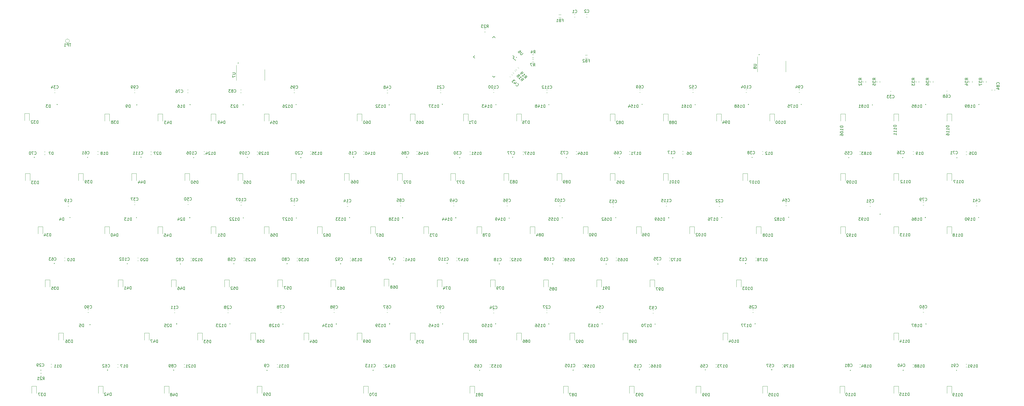
<source format=gbr>
%TF.GenerationSoftware,KiCad,Pcbnew,(5.1.8)-1*%
%TF.CreationDate,2021-09-26T17:56:30+10:00*%
%TF.ProjectId,tkl_keyboard,746b6c5f-6b65-4796-926f-6172642e6b69,rev?*%
%TF.SameCoordinates,Original*%
%TF.FileFunction,Legend,Bot*%
%TF.FilePolarity,Positive*%
%FSLAX46Y46*%
G04 Gerber Fmt 4.6, Leading zero omitted, Abs format (unit mm)*
G04 Created by KiCad (PCBNEW (5.1.8)-1) date 2021-09-26 17:56:30*
%MOMM*%
%LPD*%
G01*
G04 APERTURE LIST*
%ADD10C,0.200000*%
%ADD11C,0.120000*%
%ADD12C,0.150000*%
G04 APERTURE END LIST*
D10*
X30285360Y-181777640D02*
G75*
G03*
X30285360Y-181777640I-100000J0D01*
G01*
X54130880Y-181726840D02*
G75*
G03*
X54130880Y-181726840I-100000J0D01*
G01*
X77824000Y-181742080D02*
G75*
G03*
X77824000Y-181742080I-100000J0D01*
G01*
X111280880Y-181838600D02*
G75*
G03*
X111280880Y-181838600I-100000J0D01*
G01*
X149294520Y-181792880D02*
G75*
G03*
X149294520Y-181792880I-100000J0D01*
G01*
X187445320Y-181838600D02*
G75*
G03*
X187445320Y-181838600I-100000J0D01*
G01*
X220947920Y-181742080D02*
G75*
G03*
X220947920Y-181742080I-100000J0D01*
G01*
X244696920Y-181604920D02*
G75*
G03*
X244696920Y-181604920I-100000J0D01*
G01*
X268303680Y-181650640D02*
G75*
G03*
X268303680Y-181650640I-100000J0D01*
G01*
X292098400Y-181604920D02*
G75*
G03*
X292098400Y-181604920I-100000J0D01*
G01*
X320256840Y-181828440D02*
G75*
G03*
X320256840Y-181828440I-100000J0D01*
G01*
X339200160Y-181792880D02*
G75*
G03*
X339200160Y-181792880I-100000J0D01*
G01*
X358306040Y-181828440D02*
G75*
G03*
X358306040Y-181828440I-100000J0D01*
G01*
X347358640Y-165191440D02*
G75*
G03*
X347358640Y-165191440I-100000J0D01*
G01*
X286154800Y-165171120D02*
G75*
G03*
X286154800Y-165171120I-100000J0D01*
G01*
X250335720Y-165267640D02*
G75*
G03*
X250335720Y-165267640I-100000J0D01*
G01*
X231361920Y-165171120D02*
G75*
G03*
X231361920Y-165171120I-100000J0D01*
G01*
X212225560Y-165201600D02*
G75*
G03*
X212225560Y-165201600I-100000J0D01*
G01*
X193185720Y-165171120D02*
G75*
G03*
X193185720Y-165171120I-100000J0D01*
G01*
X174176360Y-165201600D02*
G75*
G03*
X174176360Y-165201600I-100000J0D01*
G01*
X155192400Y-165171120D02*
G75*
G03*
X155192400Y-165171120I-100000J0D01*
G01*
X136106840Y-165227000D02*
G75*
G03*
X136106840Y-165227000I-100000J0D01*
G01*
X116965400Y-165257480D02*
G75*
G03*
X116965400Y-165257480I-100000J0D01*
G01*
X97986520Y-165181280D02*
G75*
G03*
X97986520Y-165181280I-100000J0D01*
G01*
X78895880Y-165181280D02*
G75*
G03*
X78895880Y-165181280I-100000J0D01*
G01*
X47841840Y-165455600D02*
G75*
G03*
X47841840Y-165455600I-100000J0D01*
G01*
X35075800Y-143530320D02*
G75*
G03*
X35075800Y-143530320I-100000J0D01*
G01*
X61212400Y-143647160D02*
G75*
G03*
X61212400Y-143647160I-100000J0D01*
G01*
X80267480Y-143728440D02*
G75*
G03*
X80267480Y-143728440I-100000J0D01*
G01*
X99398760Y-143611600D02*
G75*
G03*
X99398760Y-143611600I-100000J0D01*
G01*
X118464000Y-143611600D02*
G75*
G03*
X118464000Y-143611600I-100000J0D01*
G01*
X137630840Y-143647160D02*
G75*
G03*
X137630840Y-143647160I-100000J0D01*
G01*
X156487800Y-143687800D02*
G75*
G03*
X156487800Y-143687800I-100000J0D01*
G01*
X175832440Y-143494760D02*
G75*
G03*
X175832440Y-143494760I-100000J0D01*
G01*
X194496360Y-143687800D02*
G75*
G03*
X194496360Y-143687800I-100000J0D01*
G01*
X213587000Y-143687800D02*
G75*
G03*
X213587000Y-143687800I-100000J0D01*
G01*
X232794480Y-143764000D02*
G75*
G03*
X232794480Y-143764000I-100000J0D01*
G01*
X251295840Y-143743680D02*
G75*
G03*
X251295840Y-143743680I-100000J0D01*
G01*
X282730880Y-143550640D02*
G75*
G03*
X282730880Y-143550640I-100000J0D01*
G01*
X366235920Y-127086360D02*
G75*
G03*
X366235920Y-127086360I-100000J0D01*
G01*
X347135120Y-127086360D02*
G75*
G03*
X347135120Y-127086360I-100000J0D01*
G01*
X330929920Y-125857000D02*
G75*
G03*
X330929920Y-125857000I-100000J0D01*
G01*
X298163920Y-127005080D02*
G75*
G03*
X298163920Y-127005080I-100000J0D01*
G01*
X274191400Y-127086360D02*
G75*
G03*
X274191400Y-127086360I-100000J0D01*
G01*
X255171880Y-127162560D02*
G75*
G03*
X255171880Y-127162560I-100000J0D01*
G01*
X236198080Y-127127000D02*
G75*
G03*
X236198080Y-127127000I-100000J0D01*
G01*
X217056640Y-127162560D02*
G75*
G03*
X217056640Y-127162560I-100000J0D01*
G01*
X198042200Y-127284480D02*
G75*
G03*
X198042200Y-127284480I-100000J0D01*
G01*
X178900760Y-127162560D02*
G75*
G03*
X178900760Y-127162560I-100000J0D01*
G01*
X159845680Y-127162560D02*
G75*
G03*
X159845680Y-127162560I-100000J0D01*
G01*
X140866800Y-127086360D02*
G75*
G03*
X140866800Y-127086360I-100000J0D01*
G01*
X121796480Y-127243840D02*
G75*
G03*
X121796480Y-127243840I-100000J0D01*
G01*
X102776960Y-127203200D02*
G75*
G03*
X102776960Y-127203200I-100000J0D01*
G01*
X83599960Y-127127000D02*
G75*
G03*
X83599960Y-127127000I-100000J0D01*
G01*
X64499160Y-127127000D02*
G75*
G03*
X64499160Y-127127000I-100000J0D01*
G01*
X40689200Y-127086360D02*
G75*
G03*
X40689200Y-127086360I-100000J0D01*
G01*
X27918080Y-105521760D02*
G75*
G03*
X27918080Y-105521760I-100000J0D01*
G01*
X46973160Y-105521760D02*
G75*
G03*
X46973160Y-105521760I-100000J0D01*
G01*
X66145080Y-105465880D02*
G75*
G03*
X66145080Y-105465880I-100000J0D01*
G01*
X85007120Y-105597960D02*
G75*
G03*
X85007120Y-105597960I-100000J0D01*
G01*
X104219680Y-105506520D02*
G75*
G03*
X104219680Y-105506520I-100000J0D01*
G01*
X123396680Y-105623360D02*
G75*
G03*
X123396680Y-105623360I-100000J0D01*
G01*
X142279040Y-105460800D02*
G75*
G03*
X142279040Y-105460800I-100000J0D01*
G01*
X161293480Y-105481120D02*
G75*
G03*
X161293480Y-105481120I-100000J0D01*
G01*
X180313000Y-105623360D02*
G75*
G03*
X180313000Y-105623360I-100000J0D01*
G01*
X199271560Y-105455720D02*
G75*
G03*
X199271560Y-105455720I-100000J0D01*
G01*
X218524760Y-105597960D02*
G75*
G03*
X218524760Y-105597960I-100000J0D01*
G01*
X237513800Y-105572560D02*
G75*
G03*
X237513800Y-105572560I-100000J0D01*
G01*
X256650160Y-105689400D02*
G75*
G03*
X256650160Y-105689400I-100000J0D01*
G01*
X285057520Y-105542080D02*
G75*
G03*
X285057520Y-105542080I-100000J0D01*
G01*
X319692960Y-105597960D02*
G75*
G03*
X319692960Y-105597960I-100000J0D01*
G01*
X339027440Y-105608120D02*
G75*
G03*
X339027440Y-105608120I-100000J0D01*
G01*
X358433040Y-105679240D02*
G75*
G03*
X358433040Y-105679240I-100000J0D01*
G01*
X366327360Y-86573360D02*
G75*
G03*
X366327360Y-86573360I-100000J0D01*
G01*
X347241800Y-86573360D02*
G75*
G03*
X347241800Y-86573360I-100000J0D01*
G01*
X328156240Y-86735920D02*
G75*
G03*
X328156240Y-86735920I-100000J0D01*
G01*
X302669880Y-86573360D02*
G75*
G03*
X302669880Y-86573360I-100000J0D01*
G01*
X283751960Y-86573360D02*
G75*
G03*
X283751960Y-86573360I-100000J0D01*
G01*
X264661320Y-86639400D02*
G75*
G03*
X264661320Y-86639400I-100000J0D01*
G01*
X245651960Y-86527640D02*
G75*
G03*
X245651960Y-86527640I-100000J0D01*
G01*
X212245880Y-86649560D02*
G75*
G03*
X212245880Y-86649560I-100000J0D01*
G01*
X193282240Y-86659720D02*
G75*
G03*
X193282240Y-86659720I-100000J0D01*
G01*
X174100160Y-86492080D02*
G75*
G03*
X174100160Y-86492080I-100000J0D01*
G01*
X155034920Y-86715600D02*
G75*
G03*
X155034920Y-86715600I-100000J0D01*
G01*
X121699960Y-86603840D02*
G75*
G03*
X121699960Y-86603840I-100000J0D01*
G01*
X102756640Y-86700360D02*
G75*
G03*
X102756640Y-86700360I-100000J0D01*
G01*
X83701560Y-86629240D02*
G75*
G03*
X83701560Y-86629240I-100000J0D01*
G01*
X64626160Y-86720680D02*
G75*
G03*
X64626160Y-86720680I-100000J0D01*
G01*
X36076560Y-86583520D02*
G75*
G03*
X36076560Y-86583520I-100000J0D01*
G01*
X287597520Y-68722240D02*
G75*
G03*
X287597520Y-68722240I-100000J0D01*
G01*
X100953240Y-71739760D02*
G75*
G03*
X100953240Y-71739760I-100000J0D01*
G01*
X200648240Y-69728080D02*
G75*
G03*
X200648240Y-69728080I-100000J0D01*
G01*
D11*
%TO.C,R7*%
X206221062Y-71358020D02*
X206695578Y-71358020D01*
X206221062Y-70313020D02*
X206695578Y-70313020D01*
%TO.C,R4*%
X206215982Y-69742580D02*
X206690498Y-69742580D01*
X206215982Y-68697580D02*
X206690498Y-68697580D01*
%TO.C,D35*%
X31677240Y-149368680D02*
X33377240Y-149368680D01*
X31677240Y-149368680D02*
X31677240Y-151918680D01*
X33377240Y-149368680D02*
X33377240Y-151918680D01*
%TO.C,U8*%
X297033000Y-72898000D02*
X297033000Y-74848000D01*
X297033000Y-72898000D02*
X297033000Y-70948000D01*
X286913000Y-72898000D02*
X286913000Y-74848000D01*
X286913000Y-72898000D02*
X286913000Y-69448000D01*
%TO.C,U7*%
X110343000Y-75996800D02*
X110343000Y-77946800D01*
X110343000Y-75996800D02*
X110343000Y-74046800D01*
X100223000Y-75996800D02*
X100223000Y-77946800D01*
X100223000Y-75996800D02*
X100223000Y-72546800D01*
%TO.C,C43*%
X198117170Y-76549819D02*
X198315981Y-76748630D01*
X198838419Y-75828570D02*
X199037230Y-76027381D01*
%TO.C,R23*%
X189454058Y-59497700D02*
X188979542Y-59497700D01*
X189454058Y-60542700D02*
X188979542Y-60542700D01*
%TO.C,R35*%
X330702180Y-78185742D02*
X330702180Y-78660258D01*
X329657180Y-78185742D02*
X329657180Y-78660258D01*
%TO.C,C60*%
X346456580Y-159992600D02*
X346175420Y-159992600D01*
X346456580Y-161012600D02*
X346175420Y-161012600D01*
%TO.C,D192*%
X318365240Y-130318680D02*
X318365240Y-132868680D01*
X316665240Y-130318680D02*
X316665240Y-132868680D01*
X316665240Y-130318680D02*
X318365240Y-130318680D01*
%TO.C,C1*%
X221524740Y-54191440D02*
X221243580Y-54191440D01*
X221524740Y-55211440D02*
X221243580Y-55211440D01*
%TO.C,C2*%
X225586380Y-54191440D02*
X225867540Y-54191440D01*
X225586380Y-55211440D02*
X225867540Y-55211440D01*
%TO.C,C9*%
X114705820Y-179728400D02*
X114986980Y-179728400D01*
X114705820Y-180748400D02*
X114986980Y-180748400D01*
%TO.C,C10*%
X236155920Y-141539500D02*
X236437080Y-141539500D01*
X236155920Y-142559500D02*
X236437080Y-142559500D01*
%TO.C,C11*%
X78182380Y-160170400D02*
X77901220Y-160170400D01*
X78182380Y-161190400D02*
X77901220Y-161190400D01*
%TO.C,C12*%
X121056980Y-122684000D02*
X120775820Y-122684000D01*
X121056980Y-121664000D02*
X120775820Y-121664000D01*
%TO.C,C13*%
X286193920Y-142559500D02*
X286475080Y-142559500D01*
X286193920Y-141539500D02*
X286475080Y-141539500D01*
%TO.C,C14*%
X140119680Y-122019600D02*
X139838520Y-122019600D01*
X140119680Y-123039600D02*
X139838520Y-123039600D01*
%TO.C,C15*%
X248030420Y-180723000D02*
X248311580Y-180723000D01*
X248030420Y-179703000D02*
X248311580Y-179703000D01*
%TO.C,C16*%
X145668420Y-104459500D02*
X145949580Y-104459500D01*
X145668420Y-103439500D02*
X145949580Y-103439500D01*
%TO.C,C17*%
X259968420Y-103325200D02*
X260249580Y-103325200D01*
X259968420Y-104345200D02*
X260249580Y-104345200D01*
%TO.C,C18*%
X198119420Y-141539500D02*
X198400580Y-141539500D01*
X198119420Y-142559500D02*
X198400580Y-142559500D01*
%TO.C,C19*%
X40119880Y-122938000D02*
X39838720Y-122938000D01*
X40119880Y-121918000D02*
X39838720Y-121918000D01*
%TO.C,C20*%
X126618420Y-103439500D02*
X126899580Y-103439500D01*
X126618420Y-104459500D02*
X126899580Y-104459500D01*
%TO.C,C21*%
X173469880Y-82298000D02*
X173188720Y-82298000D01*
X173469880Y-81278000D02*
X173188720Y-81278000D01*
%TO.C,C22*%
X273380780Y-122032300D02*
X273099620Y-122032300D01*
X273380780Y-123052300D02*
X273099620Y-123052300D01*
%TO.C,C24*%
X192456380Y-160246600D02*
X192175220Y-160246600D01*
X192456380Y-161266600D02*
X192175220Y-161266600D01*
%TO.C,C26*%
X285394980Y-161063400D02*
X285113820Y-161063400D01*
X285394980Y-160043400D02*
X285113820Y-160043400D01*
%TO.C,C27*%
X211506380Y-161139600D02*
X211225220Y-161139600D01*
X211506380Y-160119600D02*
X211225220Y-160119600D01*
%TO.C,C28*%
X97307980Y-160170400D02*
X97026820Y-160170400D01*
X97307980Y-161190400D02*
X97026820Y-161190400D01*
%TO.C,C29*%
X33756020Y-179626800D02*
X34037180Y-179626800D01*
X33756020Y-180646800D02*
X34037180Y-180646800D01*
%TO.C,C30*%
X183768420Y-104497600D02*
X184049580Y-104497600D01*
X183768420Y-103477600D02*
X184049580Y-103477600D01*
%TO.C,C33*%
X334453920Y-81849500D02*
X334735080Y-81849500D01*
X334453920Y-82869500D02*
X334735080Y-82869500D01*
%TO.C,C34*%
X35268480Y-82298000D02*
X34987320Y-82298000D01*
X35268480Y-81278000D02*
X34987320Y-81278000D01*
%TO.C,C35*%
X255269420Y-141476000D02*
X255550580Y-141476000D01*
X255269420Y-142496000D02*
X255550580Y-142496000D01*
%TO.C,C36*%
X342581920Y-104396000D02*
X342863080Y-104396000D01*
X342581920Y-103376000D02*
X342863080Y-103376000D01*
%TO.C,C37*%
X63856180Y-122455400D02*
X63575020Y-122455400D01*
X63856180Y-121435400D02*
X63575020Y-121435400D01*
%TO.C,C38*%
X288568820Y-104446800D02*
X288849980Y-104446800D01*
X288568820Y-103426800D02*
X288849980Y-103426800D01*
%TO.C,C40*%
X342518420Y-180723000D02*
X342799580Y-180723000D01*
X342518420Y-179703000D02*
X342799580Y-179703000D01*
%TO.C,C41*%
X365493880Y-121905300D02*
X365212720Y-121905300D01*
X365493880Y-122925300D02*
X365212720Y-122925300D01*
%TO.C,C47*%
X159955920Y-142432500D02*
X160237080Y-142432500D01*
X159955920Y-141412500D02*
X160237080Y-141412500D01*
%TO.C,C48*%
X154419880Y-81366900D02*
X154138720Y-81366900D01*
X154419880Y-82386900D02*
X154138720Y-82386900D01*
%TO.C,C49*%
X178181580Y-122912600D02*
X177900420Y-122912600D01*
X178181580Y-121892600D02*
X177900420Y-121892600D01*
%TO.C,C50*%
X82995080Y-122391900D02*
X82713920Y-122391900D01*
X82995080Y-121371900D02*
X82713920Y-121371900D01*
%TO.C,C51*%
X327393880Y-123065000D02*
X327112720Y-123065000D01*
X327393880Y-122045000D02*
X327112720Y-122045000D01*
%TO.C,C52*%
X263893880Y-82221800D02*
X263612720Y-82221800D01*
X263893880Y-81201800D02*
X263612720Y-81201800D01*
%TO.C,C53*%
X235331580Y-122248200D02*
X235050420Y-122248200D01*
X235331580Y-123268200D02*
X235050420Y-123268200D01*
%TO.C,C54*%
X230581780Y-160094200D02*
X230300620Y-160094200D01*
X230581780Y-161114200D02*
X230300620Y-161114200D01*
%TO.C,C55*%
X323468420Y-104459500D02*
X323749580Y-104459500D01*
X323468420Y-103439500D02*
X323749580Y-103439500D01*
%TO.C,C56*%
X271906420Y-179703000D02*
X272187580Y-179703000D01*
X271906420Y-180723000D02*
X272187580Y-180723000D01*
%TO.C,C57*%
X295655420Y-180723000D02*
X295936580Y-180723000D01*
X295655420Y-179703000D02*
X295936580Y-179703000D01*
%TO.C,C58*%
X102805920Y-142559500D02*
X103087080Y-142559500D01*
X102805920Y-141539500D02*
X103087080Y-141539500D01*
%TO.C,C61*%
X50418420Y-103439500D02*
X50699580Y-103439500D01*
X50418420Y-104459500D02*
X50699580Y-104459500D01*
%TO.C,C62*%
X57581220Y-179677600D02*
X57862380Y-179677600D01*
X57581220Y-180697600D02*
X57862380Y-180697600D01*
%TO.C,C63*%
X38543920Y-141539500D02*
X38825080Y-141539500D01*
X38543920Y-142559500D02*
X38825080Y-142559500D01*
%TO.C,C64*%
X297256780Y-122823700D02*
X296975620Y-122823700D01*
X297256780Y-121803700D02*
X296975620Y-121803700D01*
%TO.C,C65*%
X190931220Y-179703000D02*
X191212380Y-179703000D01*
X190931220Y-180723000D02*
X191212380Y-180723000D01*
%TO.C,C66*%
X240918420Y-104446800D02*
X241199580Y-104446800D01*
X240918420Y-103426800D02*
X241199580Y-103426800D01*
%TO.C,C67*%
X154407180Y-161088800D02*
X154126020Y-161088800D01*
X154407180Y-160068800D02*
X154126020Y-160068800D01*
%TO.C,C68*%
X354583420Y-82729800D02*
X354864580Y-82729800D01*
X354583420Y-81709800D02*
X354864580Y-81709800D01*
%TO.C,C69*%
X244894680Y-81214500D02*
X244613520Y-81214500D01*
X244894680Y-82234500D02*
X244613520Y-82234500D01*
%TO.C,C70*%
X31368420Y-104523000D02*
X31649580Y-104523000D01*
X31368420Y-103503000D02*
X31649580Y-103503000D01*
%TO.C,C71*%
X361568420Y-103503000D02*
X361849580Y-103503000D01*
X361568420Y-104523000D02*
X361849580Y-104523000D01*
%TO.C,C73*%
X221868420Y-103426800D02*
X222149580Y-103426800D01*
X221868420Y-104446800D02*
X222149580Y-104446800D01*
%TO.C,C76*%
X82906180Y-81328800D02*
X82625020Y-81328800D01*
X82906180Y-82348800D02*
X82625020Y-82348800D01*
%TO.C,C77*%
X202818420Y-104497600D02*
X203099580Y-104497600D01*
X202818420Y-103477600D02*
X203099580Y-103477600D01*
%TO.C,C78*%
X116256380Y-160094200D02*
X115975220Y-160094200D01*
X116256380Y-161114200D02*
X115975220Y-161114200D01*
%TO.C,C79*%
X346443880Y-121575100D02*
X346162720Y-121575100D01*
X346443880Y-122595100D02*
X346162720Y-122595100D01*
%TO.C,C80*%
X121855920Y-142623000D02*
X122137080Y-142623000D01*
X121855920Y-141603000D02*
X122137080Y-141603000D01*
%TO.C,C81*%
X323468420Y-179703000D02*
X323749580Y-179703000D01*
X323468420Y-180723000D02*
X323749580Y-180723000D01*
%TO.C,C82*%
X83819420Y-141603000D02*
X84100580Y-141603000D01*
X83819420Y-142623000D02*
X84100580Y-142623000D01*
%TO.C,C83*%
X101943480Y-82310700D02*
X101662320Y-82310700D01*
X101943480Y-81290700D02*
X101662320Y-81290700D01*
%TO.C,C84*%
X371883400Y-81534580D02*
X371883400Y-81253420D01*
X370863400Y-81534580D02*
X370863400Y-81253420D01*
%TO.C,C85*%
X159144280Y-121854500D02*
X158863120Y-121854500D01*
X159144280Y-122874500D02*
X158863120Y-122874500D01*
%TO.C,C86*%
X164718420Y-103426800D02*
X164999580Y-103426800D01*
X164718420Y-104446800D02*
X164999580Y-104446800D01*
%TO.C,C89*%
X81406420Y-179677600D02*
X81687580Y-179677600D01*
X81406420Y-180697600D02*
X81687580Y-180697600D01*
%TO.C,C90*%
X47231880Y-161088800D02*
X46950720Y-161088800D01*
X47231880Y-160068800D02*
X46950720Y-160068800D01*
%TO.C,C91*%
X361568420Y-180659500D02*
X361849580Y-180659500D01*
X361568420Y-179639500D02*
X361849580Y-179639500D01*
%TO.C,C92*%
X140905920Y-142623000D02*
X141187080Y-142623000D01*
X140905920Y-141603000D02*
X141187080Y-141603000D01*
%TO.C,C93*%
X249606380Y-160348200D02*
X249325220Y-160348200D01*
X249606380Y-161368200D02*
X249325220Y-161368200D01*
%TO.C,C94*%
X302006580Y-81227200D02*
X301725420Y-81227200D01*
X302006580Y-82247200D02*
X301725420Y-82247200D01*
%TO.C,C95*%
X121056980Y-81303400D02*
X120775820Y-81303400D01*
X121056980Y-82323400D02*
X120775820Y-82323400D01*
%TO.C,C96*%
X197282380Y-122912600D02*
X197001220Y-122912600D01*
X197282380Y-121892600D02*
X197001220Y-121892600D01*
%TO.C,C97*%
X173431780Y-161165000D02*
X173150620Y-161165000D01*
X173431780Y-160145000D02*
X173150620Y-160145000D01*
%TO.C,C98*%
X135357180Y-161114200D02*
X135076020Y-161114200D01*
X135357180Y-160094200D02*
X135076020Y-160094200D01*
%TO.C,C99*%
X63881580Y-82298000D02*
X63600420Y-82298000D01*
X63881580Y-81278000D02*
X63600420Y-81278000D01*
%TO.C,C100*%
X192469080Y-82272600D02*
X192187920Y-82272600D01*
X192469080Y-81252600D02*
X192187920Y-81252600D01*
%TO.C,C102*%
X64769420Y-142496000D02*
X65050580Y-142496000D01*
X64769420Y-141476000D02*
X65050580Y-141476000D01*
%TO.C,C103*%
X216243480Y-122849100D02*
X215962320Y-122849100D01*
X216243480Y-121829100D02*
X215962320Y-121829100D01*
%TO.C,C104*%
X282981980Y-82247200D02*
X282700820Y-82247200D01*
X282981980Y-81227200D02*
X282700820Y-81227200D01*
%TO.C,C105*%
X224256020Y-179677600D02*
X224537180Y-179677600D01*
X224256020Y-180697600D02*
X224537180Y-180697600D01*
%TO.C,C106*%
X88518420Y-104459500D02*
X88799580Y-104459500D01*
X88518420Y-103439500D02*
X88799580Y-103439500D01*
%TO.C,C107*%
X102006980Y-121613200D02*
X101725820Y-121613200D01*
X102006980Y-122633200D02*
X101725820Y-122633200D01*
%TO.C,C108*%
X217169420Y-142496000D02*
X217450580Y-142496000D01*
X217169420Y-141476000D02*
X217450580Y-141476000D01*
%TO.C,C109*%
X107568420Y-104523000D02*
X107849580Y-104523000D01*
X107568420Y-103503000D02*
X107849580Y-103503000D01*
%TO.C,C110*%
X179005920Y-142559500D02*
X179287080Y-142559500D01*
X179005920Y-141539500D02*
X179287080Y-141539500D01*
%TO.C,C111*%
X69468420Y-103503000D02*
X69749580Y-103503000D01*
X69468420Y-104523000D02*
X69749580Y-104523000D01*
%TO.C,C112*%
X211582580Y-82323400D02*
X211301420Y-82323400D01*
X211582580Y-81303400D02*
X211301420Y-81303400D01*
%TO.C,C113*%
X152831220Y-180723000D02*
X153112380Y-180723000D01*
X152831220Y-179703000D02*
X153112380Y-179703000D01*
%TO.C,C115*%
X254356180Y-121943400D02*
X254075020Y-121943400D01*
X254356180Y-122963400D02*
X254075020Y-122963400D01*
%TO.C,D32*%
X26011240Y-89792680D02*
X26011240Y-92342680D01*
X24311240Y-89792680D02*
X24311240Y-92342680D01*
X24311240Y-89792680D02*
X26011240Y-89792680D01*
%TO.C,D33*%
X26265240Y-111268680D02*
X26265240Y-113818680D01*
X24565240Y-111268680D02*
X24565240Y-113818680D01*
X24565240Y-111268680D02*
X26265240Y-111268680D01*
%TO.C,D34*%
X29137240Y-130318680D02*
X30837240Y-130318680D01*
X29137240Y-130318680D02*
X29137240Y-132868680D01*
X30837240Y-130318680D02*
X30837240Y-132868680D01*
%TO.C,D36*%
X38203240Y-168418680D02*
X38203240Y-170968680D01*
X36503240Y-168418680D02*
X36503240Y-170968680D01*
X36503240Y-168418680D02*
X38203240Y-168418680D01*
%TO.C,D37*%
X26851240Y-187468680D02*
X28551240Y-187468680D01*
X26851240Y-187468680D02*
X26851240Y-190018680D01*
X28551240Y-187468680D02*
X28551240Y-190018680D01*
%TO.C,D38*%
X53013240Y-89932680D02*
X54713240Y-89932680D01*
X53013240Y-89932680D02*
X53013240Y-92482680D01*
X54713240Y-89932680D02*
X54713240Y-92482680D01*
%TO.C,D39*%
X43615240Y-111268680D02*
X45315240Y-111268680D01*
X43615240Y-111268680D02*
X43615240Y-113818680D01*
X45315240Y-111268680D02*
X45315240Y-113818680D01*
%TO.C,D40*%
X54713240Y-130318680D02*
X54713240Y-132868680D01*
X53013240Y-130318680D02*
X53013240Y-132868680D01*
X53013240Y-130318680D02*
X54713240Y-130318680D01*
%TO.C,D41*%
X57839240Y-149368680D02*
X59539240Y-149368680D01*
X57839240Y-149368680D02*
X57839240Y-151918680D01*
X59539240Y-149368680D02*
X59539240Y-151918680D01*
%TO.C,D42*%
X50727240Y-187468680D02*
X52427240Y-187468680D01*
X50727240Y-187468680D02*
X50727240Y-190018680D01*
X52427240Y-187468680D02*
X52427240Y-190018680D01*
%TO.C,D43*%
X73763240Y-89932680D02*
X73763240Y-92482680D01*
X72063240Y-89932680D02*
X72063240Y-92482680D01*
X72063240Y-89932680D02*
X73763240Y-89932680D01*
%TO.C,D44*%
X64365240Y-111268680D02*
X64365240Y-113818680D01*
X62665240Y-111268680D02*
X62665240Y-113818680D01*
X62665240Y-111268680D02*
X64365240Y-111268680D01*
%TO.C,D45*%
X72063240Y-130318680D02*
X73763240Y-130318680D01*
X72063240Y-130318680D02*
X72063240Y-132868680D01*
X73763240Y-130318680D02*
X73763240Y-132868680D01*
%TO.C,D46*%
X78589240Y-149368680D02*
X78589240Y-151918680D01*
X76889240Y-149368680D02*
X76889240Y-151918680D01*
X76889240Y-149368680D02*
X78589240Y-149368680D01*
%TO.C,D47*%
X68937240Y-168418680D02*
X68937240Y-170968680D01*
X67237240Y-168418680D02*
X67237240Y-170968680D01*
X67237240Y-168418680D02*
X68937240Y-168418680D01*
%TO.C,D48*%
X76049240Y-187468680D02*
X76049240Y-190018680D01*
X74349240Y-187468680D02*
X74349240Y-190018680D01*
X74349240Y-187468680D02*
X76049240Y-187468680D01*
%TO.C,D49*%
X91113240Y-89932680D02*
X92813240Y-89932680D01*
X91113240Y-89932680D02*
X91113240Y-92482680D01*
X92813240Y-89932680D02*
X92813240Y-92482680D01*
%TO.C,D50*%
X81715240Y-111268680D02*
X83415240Y-111268680D01*
X81715240Y-111268680D02*
X81715240Y-113818680D01*
X83415240Y-111268680D02*
X83415240Y-113818680D01*
%TO.C,D51*%
X92813240Y-130318680D02*
X92813240Y-132868680D01*
X91113240Y-130318680D02*
X91113240Y-132868680D01*
X91113240Y-130318680D02*
X92813240Y-130318680D01*
%TO.C,D52*%
X97639240Y-149368680D02*
X97639240Y-151918680D01*
X95939240Y-149368680D02*
X95939240Y-151918680D01*
X95939240Y-149368680D02*
X97639240Y-149368680D01*
%TO.C,D53*%
X86287240Y-168418680D02*
X87987240Y-168418680D01*
X86287240Y-168418680D02*
X86287240Y-170968680D01*
X87987240Y-168418680D02*
X87987240Y-170968680D01*
%TO.C,D54*%
X111863240Y-89932680D02*
X111863240Y-92482680D01*
X110163240Y-89932680D02*
X110163240Y-92482680D01*
X110163240Y-89932680D02*
X111863240Y-89932680D01*
%TO.C,D55*%
X102465240Y-111268680D02*
X102465240Y-113818680D01*
X100765240Y-111268680D02*
X100765240Y-113818680D01*
X100765240Y-111268680D02*
X102465240Y-111268680D01*
%TO.C,D56*%
X110163240Y-130318680D02*
X111863240Y-130318680D01*
X110163240Y-130318680D02*
X110163240Y-132868680D01*
X111863240Y-130318680D02*
X111863240Y-132868680D01*
%TO.C,D57*%
X114989240Y-149368680D02*
X116689240Y-149368680D01*
X114989240Y-149368680D02*
X114989240Y-151918680D01*
X116689240Y-149368680D02*
X116689240Y-151918680D01*
%TO.C,D58*%
X105337240Y-168418680D02*
X107037240Y-168418680D01*
X105337240Y-168418680D02*
X105337240Y-170968680D01*
X107037240Y-168418680D02*
X107037240Y-170968680D01*
%TO.C,D59*%
X107623240Y-187468680D02*
X109323240Y-187468680D01*
X107623240Y-187468680D02*
X107623240Y-190018680D01*
X109323240Y-187468680D02*
X109323240Y-190018680D01*
%TO.C,D60*%
X143437240Y-89932680D02*
X145137240Y-89932680D01*
X143437240Y-89932680D02*
X143437240Y-92482680D01*
X145137240Y-89932680D02*
X145137240Y-92482680D01*
%TO.C,D61*%
X121515240Y-111268680D02*
X121515240Y-113818680D01*
X119815240Y-111268680D02*
X119815240Y-113818680D01*
X119815240Y-111268680D02*
X121515240Y-111268680D01*
%TO.C,D62*%
X130913240Y-130318680D02*
X130913240Y-132868680D01*
X129213240Y-130318680D02*
X129213240Y-132868680D01*
X129213240Y-130318680D02*
X130913240Y-130318680D01*
%TO.C,D63*%
X135739240Y-149368680D02*
X135739240Y-151918680D01*
X134039240Y-149368680D02*
X134039240Y-151918680D01*
X134039240Y-149368680D02*
X135739240Y-149368680D01*
%TO.C,D64*%
X126087240Y-168418680D02*
X126087240Y-170968680D01*
X124387240Y-168418680D02*
X124387240Y-170968680D01*
X124387240Y-168418680D02*
X126087240Y-168418680D01*
%TO.C,D65*%
X164187240Y-89932680D02*
X164187240Y-92482680D01*
X162487240Y-89932680D02*
X162487240Y-92482680D01*
X162487240Y-89932680D02*
X164187240Y-89932680D01*
%TO.C,D66*%
X138865240Y-111268680D02*
X140565240Y-111268680D01*
X138865240Y-111268680D02*
X138865240Y-113818680D01*
X140565240Y-111268680D02*
X140565240Y-113818680D01*
%TO.C,D67*%
X148263240Y-130318680D02*
X149963240Y-130318680D01*
X148263240Y-130318680D02*
X148263240Y-132868680D01*
X149963240Y-130318680D02*
X149963240Y-132868680D01*
%TO.C,D68*%
X153089240Y-149114680D02*
X154789240Y-149114680D01*
X153089240Y-149114680D02*
X153089240Y-151664680D01*
X154789240Y-149114680D02*
X154789240Y-151664680D01*
%TO.C,D69*%
X143437240Y-168418680D02*
X145137240Y-168418680D01*
X143437240Y-168418680D02*
X143437240Y-170968680D01*
X145137240Y-168418680D02*
X145137240Y-170968680D01*
%TO.C,D70*%
X147423240Y-187468680D02*
X147423240Y-190018680D01*
X145723240Y-187468680D02*
X145723240Y-190018680D01*
X145723240Y-187468680D02*
X147423240Y-187468680D01*
%TO.C,D71*%
X181537240Y-89932680D02*
X183237240Y-89932680D01*
X181537240Y-89932680D02*
X181537240Y-92482680D01*
X183237240Y-89932680D02*
X183237240Y-92482680D01*
%TO.C,D72*%
X159615240Y-111268680D02*
X159615240Y-113818680D01*
X157915240Y-111268680D02*
X157915240Y-113818680D01*
X157915240Y-111268680D02*
X159615240Y-111268680D01*
%TO.C,D73*%
X169013240Y-130318680D02*
X169013240Y-132868680D01*
X167313240Y-130318680D02*
X167313240Y-132868680D01*
X167313240Y-130318680D02*
X169013240Y-130318680D01*
%TO.C,D74*%
X173839240Y-149368680D02*
X173839240Y-151918680D01*
X172139240Y-149368680D02*
X172139240Y-151918680D01*
X172139240Y-149368680D02*
X173839240Y-149368680D01*
%TO.C,D75*%
X164187240Y-168418680D02*
X164187240Y-170968680D01*
X162487240Y-168418680D02*
X162487240Y-170968680D01*
X162487240Y-168418680D02*
X164187240Y-168418680D01*
%TO.C,D76*%
X200587240Y-89932680D02*
X202287240Y-89932680D01*
X200587240Y-89932680D02*
X200587240Y-92482680D01*
X202287240Y-89932680D02*
X202287240Y-92482680D01*
%TO.C,D77*%
X176965240Y-111268680D02*
X178665240Y-111268680D01*
X176965240Y-111268680D02*
X176965240Y-113818680D01*
X178665240Y-111268680D02*
X178665240Y-113818680D01*
%TO.C,D78*%
X186363240Y-130318680D02*
X188063240Y-130318680D01*
X186363240Y-130318680D02*
X186363240Y-132868680D01*
X188063240Y-130318680D02*
X188063240Y-132868680D01*
%TO.C,D79*%
X191189240Y-149368680D02*
X192889240Y-149368680D01*
X191189240Y-149368680D02*
X191189240Y-151918680D01*
X192889240Y-149368680D02*
X192889240Y-151918680D01*
%TO.C,D80*%
X181537240Y-168418680D02*
X183237240Y-168418680D01*
X181537240Y-168418680D02*
X181537240Y-170968680D01*
X183237240Y-168418680D02*
X183237240Y-170968680D01*
%TO.C,D81*%
X183823240Y-187468680D02*
X185523240Y-187468680D01*
X183823240Y-187468680D02*
X183823240Y-190018680D01*
X185523240Y-187468680D02*
X185523240Y-190018680D01*
%TO.C,D82*%
X234115240Y-89932680D02*
X235815240Y-89932680D01*
X234115240Y-89932680D02*
X234115240Y-92482680D01*
X235815240Y-89932680D02*
X235815240Y-92482680D01*
%TO.C,D83*%
X197715240Y-111268680D02*
X197715240Y-113818680D01*
X196015240Y-111268680D02*
X196015240Y-113818680D01*
X196015240Y-111268680D02*
X197715240Y-111268680D01*
%TO.C,D84*%
X207113240Y-130318680D02*
X207113240Y-132868680D01*
X205413240Y-130318680D02*
X205413240Y-132868680D01*
X205413240Y-130318680D02*
X207113240Y-130318680D01*
%TO.C,D85*%
X211939240Y-149368680D02*
X211939240Y-151918680D01*
X210239240Y-149368680D02*
X210239240Y-151918680D01*
X210239240Y-149368680D02*
X211939240Y-149368680D01*
%TO.C,D86*%
X202287240Y-168418680D02*
X202287240Y-170968680D01*
X200587240Y-168418680D02*
X200587240Y-170968680D01*
X200587240Y-168418680D02*
X202287240Y-168418680D01*
%TO.C,D87*%
X219051240Y-187468680D02*
X219051240Y-190018680D01*
X217351240Y-187468680D02*
X217351240Y-190018680D01*
X217351240Y-187468680D02*
X219051240Y-187468680D01*
%TO.C,D88*%
X254865240Y-89932680D02*
X254865240Y-92482680D01*
X253165240Y-89932680D02*
X253165240Y-92482680D01*
X253165240Y-89932680D02*
X254865240Y-89932680D01*
%TO.C,D89*%
X215065240Y-111268680D02*
X216765240Y-111268680D01*
X215065240Y-111268680D02*
X215065240Y-113818680D01*
X216765240Y-111268680D02*
X216765240Y-113818680D01*
%TO.C,D90*%
X224463240Y-130318680D02*
X226163240Y-130318680D01*
X224463240Y-130318680D02*
X224463240Y-132868680D01*
X226163240Y-130318680D02*
X226163240Y-132868680D01*
%TO.C,D91*%
X229289240Y-149368680D02*
X230989240Y-149368680D01*
X229289240Y-149368680D02*
X229289240Y-151918680D01*
X230989240Y-149368680D02*
X230989240Y-151918680D01*
%TO.C,D92*%
X219637240Y-168418680D02*
X221337240Y-168418680D01*
X219637240Y-168418680D02*
X219637240Y-170968680D01*
X221337240Y-168418680D02*
X221337240Y-170968680D01*
%TO.C,D93*%
X240973240Y-187468680D02*
X242673240Y-187468680D01*
X240973240Y-187468680D02*
X240973240Y-190018680D01*
X242673240Y-187468680D02*
X242673240Y-190018680D01*
%TO.C,D94*%
X272215240Y-89932680D02*
X273915240Y-89932680D01*
X272215240Y-89932680D02*
X272215240Y-92482680D01*
X273915240Y-89932680D02*
X273915240Y-92482680D01*
%TO.C,D95*%
X235815240Y-111268680D02*
X235815240Y-113818680D01*
X234115240Y-111268680D02*
X234115240Y-113818680D01*
X234115240Y-111268680D02*
X235815240Y-111268680D01*
%TO.C,D96*%
X245213240Y-130318680D02*
X245213240Y-132868680D01*
X243513240Y-130318680D02*
X243513240Y-132868680D01*
X243513240Y-130318680D02*
X245213240Y-130318680D01*
%TO.C,D97*%
X248339240Y-149368680D02*
X250039240Y-149368680D01*
X248339240Y-149368680D02*
X248339240Y-151918680D01*
X250039240Y-149368680D02*
X250039240Y-151918680D01*
%TO.C,D98*%
X240387240Y-168418680D02*
X240387240Y-170968680D01*
X238687240Y-168418680D02*
X238687240Y-170968680D01*
X238687240Y-168418680D02*
X240387240Y-168418680D01*
%TO.C,D99*%
X266549240Y-187468680D02*
X266549240Y-190018680D01*
X264849240Y-187468680D02*
X264849240Y-190018680D01*
X264849240Y-187468680D02*
X266549240Y-187468680D01*
%TO.C,D100*%
X292965240Y-89932680D02*
X292965240Y-92482680D01*
X291265240Y-89932680D02*
X291265240Y-92482680D01*
X291265240Y-89932680D02*
X292965240Y-89932680D01*
%TO.C,D101*%
X253165240Y-111268680D02*
X254865240Y-111268680D01*
X253165240Y-111268680D02*
X253165240Y-113818680D01*
X254865240Y-111268680D02*
X254865240Y-113818680D01*
%TO.C,D102*%
X262563240Y-130318680D02*
X264263240Y-130318680D01*
X262563240Y-130318680D02*
X262563240Y-132868680D01*
X264263240Y-130318680D02*
X264263240Y-132868680D01*
%TO.C,D103*%
X281027240Y-149368680D02*
X281027240Y-151918680D01*
X279327240Y-149368680D02*
X279327240Y-151918680D01*
X279327240Y-149368680D02*
X281027240Y-149368680D01*
%TO.C,D104*%
X274501240Y-168418680D02*
X276201240Y-168418680D01*
X274501240Y-168418680D02*
X274501240Y-170968680D01*
X276201240Y-168418680D02*
X276201240Y-170968680D01*
%TO.C,D105*%
X290425240Y-187468680D02*
X290425240Y-190018680D01*
X288725240Y-187468680D02*
X288725240Y-190018680D01*
X288725240Y-187468680D02*
X290425240Y-187468680D01*
%TO.C,D106*%
X316665240Y-89932680D02*
X318365240Y-89932680D01*
X316665240Y-89932680D02*
X316665240Y-92482680D01*
X318365240Y-89932680D02*
X318365240Y-92482680D01*
%TO.C,D107*%
X283313240Y-111268680D02*
X283313240Y-113818680D01*
X281613240Y-111268680D02*
X281613240Y-113818680D01*
X281613240Y-111268680D02*
X283313240Y-111268680D01*
%TO.C,D108*%
X288139240Y-130318680D02*
X288139240Y-132868680D01*
X286439240Y-130318680D02*
X286439240Y-132868680D01*
X286439240Y-130318680D02*
X288139240Y-130318680D01*
%TO.C,D109*%
X316665240Y-111268680D02*
X318365240Y-111268680D01*
X316665240Y-111268680D02*
X316665240Y-113818680D01*
X318365240Y-111268680D02*
X318365240Y-113818680D01*
%TO.C,D110*%
X318111240Y-187468680D02*
X318111240Y-190018680D01*
X316411240Y-187468680D02*
X316411240Y-190018680D01*
X316411240Y-187468680D02*
X318111240Y-187468680D01*
%TO.C,D111*%
X337415240Y-89932680D02*
X337415240Y-92482680D01*
X335715240Y-89932680D02*
X335715240Y-92482680D01*
X335715240Y-89932680D02*
X337415240Y-89932680D01*
%TO.C,D112*%
X335715240Y-111268680D02*
X337415240Y-111268680D01*
X335715240Y-111268680D02*
X335715240Y-113818680D01*
X337415240Y-111268680D02*
X337415240Y-113818680D01*
%TO.C,D113*%
X335715240Y-130318680D02*
X337415240Y-130318680D01*
X335715240Y-130318680D02*
X335715240Y-132868680D01*
X337415240Y-130318680D02*
X337415240Y-132868680D01*
%TO.C,D114*%
X337415240Y-168418680D02*
X337415240Y-170968680D01*
X335715240Y-168418680D02*
X335715240Y-170968680D01*
X335715240Y-168418680D02*
X337415240Y-168418680D01*
%TO.C,D115*%
X335715240Y-187468680D02*
X337415240Y-187468680D01*
X335715240Y-187468680D02*
X335715240Y-190018680D01*
X337415240Y-187468680D02*
X337415240Y-190018680D01*
%TO.C,D116*%
X354765240Y-89932680D02*
X356465240Y-89932680D01*
X354765240Y-89932680D02*
X354765240Y-92482680D01*
X356465240Y-89932680D02*
X356465240Y-92482680D01*
%TO.C,D117*%
X356465240Y-111268680D02*
X356465240Y-113818680D01*
X354765240Y-111268680D02*
X354765240Y-113818680D01*
X354765240Y-111268680D02*
X356465240Y-111268680D01*
%TO.C,D118*%
X356465240Y-130318680D02*
X356465240Y-132868680D01*
X354765240Y-130318680D02*
X354765240Y-132868680D01*
X354765240Y-130318680D02*
X356465240Y-130318680D01*
%TO.C,D119*%
X356465240Y-187468680D02*
X356465240Y-190018680D01*
X354765240Y-187468680D02*
X354765240Y-190018680D01*
X354765240Y-187468680D02*
X356465240Y-187468680D01*
%TO.C,FB1*%
X215688828Y-54399250D02*
X216488072Y-54399250D01*
X215688828Y-55519250D02*
X216488072Y-55519250D01*
%TO.C,FB2*%
X225131278Y-68858200D02*
X225930522Y-68858200D01*
X225131278Y-69978200D02*
X225930522Y-69978200D01*
%TO.C,R18*%
X199947297Y-74367370D02*
X200282830Y-74702903D01*
X199208370Y-75106297D02*
X199543903Y-75441830D01*
%TO.C,R19*%
X200299733Y-73987860D02*
X200635266Y-74323393D01*
X201038660Y-73248933D02*
X201374193Y-73584466D01*
%TO.C,R21*%
X29925742Y-183859700D02*
X30400258Y-183859700D01*
X29925742Y-182814700D02*
X30400258Y-182814700D01*
%TO.C,R32*%
X325688220Y-78185742D02*
X325688220Y-78660258D01*
X324643220Y-78185742D02*
X324643220Y-78660258D01*
%TO.C,R33*%
X344712820Y-78185742D02*
X344712820Y-78660258D01*
X343667820Y-78185742D02*
X343667820Y-78660258D01*
%TO.C,R34*%
X363793300Y-78185742D02*
X363793300Y-78660258D01*
X362748300Y-78185742D02*
X362748300Y-78660258D01*
%TO.C,R36*%
X348752900Y-78185742D02*
X348752900Y-78660258D01*
X349797900Y-78185742D02*
X349797900Y-78660258D01*
%TO.C,R37*%
X367777500Y-78185742D02*
X367777500Y-78660258D01*
X368822500Y-78185742D02*
X368822500Y-78660258D01*
%TO.C,TP1*%
X40374800Y-63804800D02*
G75*
G03*
X40374800Y-63804800I-700000J0D01*
G01*
D12*
%TO.C,U6*%
X199354934Y-69929734D02*
X200256495Y-70831296D01*
X192442965Y-62204593D02*
X192920262Y-62681890D01*
X185124410Y-69523148D02*
X185601707Y-70000445D01*
X192442965Y-76841703D02*
X191965668Y-76364406D01*
X199761520Y-69523148D02*
X199284223Y-69045851D01*
X192442965Y-76841703D02*
X192920262Y-76364406D01*
X185124410Y-69523148D02*
X185601707Y-69045851D01*
X192442965Y-62204593D02*
X191965668Y-62681890D01*
X199761520Y-69523148D02*
X199354934Y-69929734D01*
%TO.C,D193*%
X326625056Y-128130560D02*
X326625056Y-127130560D01*
X326386960Y-127130560D01*
X326244103Y-127178180D01*
X326148865Y-127273418D01*
X326101246Y-127368656D01*
X326053627Y-127559132D01*
X326053627Y-127701989D01*
X326101246Y-127892465D01*
X326148865Y-127987703D01*
X326244103Y-128082941D01*
X326386960Y-128130560D01*
X326625056Y-128130560D01*
X325101246Y-128130560D02*
X325672675Y-128130560D01*
X325386960Y-128130560D02*
X325386960Y-127130560D01*
X325482199Y-127273418D01*
X325577437Y-127368656D01*
X325672675Y-127416275D01*
X324625056Y-128130560D02*
X324434580Y-128130560D01*
X324339341Y-128082941D01*
X324291722Y-128035322D01*
X324196484Y-127892465D01*
X324148865Y-127701989D01*
X324148865Y-127321037D01*
X324196484Y-127225799D01*
X324244103Y-127178180D01*
X324339341Y-127130560D01*
X324529818Y-127130560D01*
X324625056Y-127178180D01*
X324672675Y-127225799D01*
X324720294Y-127321037D01*
X324720294Y-127559132D01*
X324672675Y-127654370D01*
X324625056Y-127701989D01*
X324529818Y-127749608D01*
X324339341Y-127749608D01*
X324244103Y-127701989D01*
X324196484Y-127654370D01*
X324148865Y-127559132D01*
X323815532Y-127130560D02*
X323196484Y-127130560D01*
X323529818Y-127511513D01*
X323386960Y-127511513D01*
X323291722Y-127559132D01*
X323244103Y-127606751D01*
X323196484Y-127701989D01*
X323196484Y-127940084D01*
X323244103Y-128035322D01*
X323291722Y-128082941D01*
X323386960Y-128130560D01*
X323672675Y-128130560D01*
X323767913Y-128082941D01*
X323815532Y-128035322D01*
%TO.C,D191*%
X365730896Y-180749200D02*
X365730896Y-179749200D01*
X365492800Y-179749200D01*
X365349943Y-179796820D01*
X365254705Y-179892058D01*
X365207086Y-179987296D01*
X365159467Y-180177772D01*
X365159467Y-180320629D01*
X365207086Y-180511105D01*
X365254705Y-180606343D01*
X365349943Y-180701581D01*
X365492800Y-180749200D01*
X365730896Y-180749200D01*
X364207086Y-180749200D02*
X364778515Y-180749200D01*
X364492800Y-180749200D02*
X364492800Y-179749200D01*
X364588039Y-179892058D01*
X364683277Y-179987296D01*
X364778515Y-180034915D01*
X363730896Y-180749200D02*
X363540420Y-180749200D01*
X363445181Y-180701581D01*
X363397562Y-180653962D01*
X363302324Y-180511105D01*
X363254705Y-180320629D01*
X363254705Y-179939677D01*
X363302324Y-179844439D01*
X363349943Y-179796820D01*
X363445181Y-179749200D01*
X363635658Y-179749200D01*
X363730896Y-179796820D01*
X363778515Y-179844439D01*
X363826134Y-179939677D01*
X363826134Y-180177772D01*
X363778515Y-180273010D01*
X363730896Y-180320629D01*
X363635658Y-180368248D01*
X363445181Y-180368248D01*
X363349943Y-180320629D01*
X363302324Y-180273010D01*
X363254705Y-180177772D01*
X362302324Y-180749200D02*
X362873753Y-180749200D01*
X362588039Y-180749200D02*
X362588039Y-179749200D01*
X362683277Y-179892058D01*
X362778515Y-179987296D01*
X362873753Y-180034915D01*
%TO.C,D190*%
X364725056Y-128130560D02*
X364725056Y-127130560D01*
X364486960Y-127130560D01*
X364344103Y-127178180D01*
X364248865Y-127273418D01*
X364201246Y-127368656D01*
X364153627Y-127559132D01*
X364153627Y-127701989D01*
X364201246Y-127892465D01*
X364248865Y-127987703D01*
X364344103Y-128082941D01*
X364486960Y-128130560D01*
X364725056Y-128130560D01*
X363201246Y-128130560D02*
X363772675Y-128130560D01*
X363486960Y-128130560D02*
X363486960Y-127130560D01*
X363582199Y-127273418D01*
X363677437Y-127368656D01*
X363772675Y-127416275D01*
X362725056Y-128130560D02*
X362534580Y-128130560D01*
X362439341Y-128082941D01*
X362391722Y-128035322D01*
X362296484Y-127892465D01*
X362248865Y-127701989D01*
X362248865Y-127321037D01*
X362296484Y-127225799D01*
X362344103Y-127178180D01*
X362439341Y-127130560D01*
X362629818Y-127130560D01*
X362725056Y-127178180D01*
X362772675Y-127225799D01*
X362820294Y-127321037D01*
X362820294Y-127559132D01*
X362772675Y-127654370D01*
X362725056Y-127701989D01*
X362629818Y-127749608D01*
X362439341Y-127749608D01*
X362344103Y-127701989D01*
X362296484Y-127654370D01*
X362248865Y-127559132D01*
X361629818Y-127130560D02*
X361534580Y-127130560D01*
X361439341Y-127178180D01*
X361391722Y-127225799D01*
X361344103Y-127321037D01*
X361296484Y-127511513D01*
X361296484Y-127749608D01*
X361344103Y-127940084D01*
X361391722Y-128035322D01*
X361439341Y-128082941D01*
X361534580Y-128130560D01*
X361629818Y-128130560D01*
X361725056Y-128082941D01*
X361772675Y-128035322D01*
X361820294Y-127940084D01*
X361867913Y-127749608D01*
X361867913Y-127511513D01*
X361820294Y-127321037D01*
X361772675Y-127225799D01*
X361725056Y-127178180D01*
X361629818Y-127130560D01*
%TO.C,D189*%
X364725056Y-87649310D02*
X364725056Y-86649310D01*
X364486960Y-86649310D01*
X364344103Y-86696930D01*
X364248865Y-86792168D01*
X364201246Y-86887406D01*
X364153627Y-87077882D01*
X364153627Y-87220739D01*
X364201246Y-87411215D01*
X364248865Y-87506453D01*
X364344103Y-87601691D01*
X364486960Y-87649310D01*
X364725056Y-87649310D01*
X363201246Y-87649310D02*
X363772675Y-87649310D01*
X363486960Y-87649310D02*
X363486960Y-86649310D01*
X363582199Y-86792168D01*
X363677437Y-86887406D01*
X363772675Y-86935025D01*
X362629818Y-87077882D02*
X362725056Y-87030263D01*
X362772675Y-86982644D01*
X362820294Y-86887406D01*
X362820294Y-86839787D01*
X362772675Y-86744549D01*
X362725056Y-86696930D01*
X362629818Y-86649310D01*
X362439341Y-86649310D01*
X362344103Y-86696930D01*
X362296484Y-86744549D01*
X362248865Y-86839787D01*
X362248865Y-86887406D01*
X362296484Y-86982644D01*
X362344103Y-87030263D01*
X362439341Y-87077882D01*
X362629818Y-87077882D01*
X362725056Y-87125501D01*
X362772675Y-87173120D01*
X362820294Y-87268358D01*
X362820294Y-87458834D01*
X362772675Y-87554072D01*
X362725056Y-87601691D01*
X362629818Y-87649310D01*
X362439341Y-87649310D01*
X362344103Y-87601691D01*
X362296484Y-87554072D01*
X362248865Y-87458834D01*
X362248865Y-87268358D01*
X362296484Y-87173120D01*
X362344103Y-87125501D01*
X362439341Y-87077882D01*
X361772675Y-87649310D02*
X361582199Y-87649310D01*
X361486960Y-87601691D01*
X361439341Y-87554072D01*
X361344103Y-87411215D01*
X361296484Y-87220739D01*
X361296484Y-86839787D01*
X361344103Y-86744549D01*
X361391722Y-86696930D01*
X361486960Y-86649310D01*
X361677437Y-86649310D01*
X361772675Y-86696930D01*
X361820294Y-86744549D01*
X361867913Y-86839787D01*
X361867913Y-87077882D01*
X361820294Y-87173120D01*
X361772675Y-87220739D01*
X361677437Y-87268358D01*
X361486960Y-87268358D01*
X361391722Y-87220739D01*
X361344103Y-87173120D01*
X361296484Y-87077882D01*
%TO.C,D188*%
X346680896Y-180749200D02*
X346680896Y-179749200D01*
X346442800Y-179749200D01*
X346299943Y-179796820D01*
X346204705Y-179892058D01*
X346157086Y-179987296D01*
X346109467Y-180177772D01*
X346109467Y-180320629D01*
X346157086Y-180511105D01*
X346204705Y-180606343D01*
X346299943Y-180701581D01*
X346442800Y-180749200D01*
X346680896Y-180749200D01*
X345157086Y-180749200D02*
X345728515Y-180749200D01*
X345442800Y-180749200D02*
X345442800Y-179749200D01*
X345538039Y-179892058D01*
X345633277Y-179987296D01*
X345728515Y-180034915D01*
X344585658Y-180177772D02*
X344680896Y-180130153D01*
X344728515Y-180082534D01*
X344776134Y-179987296D01*
X344776134Y-179939677D01*
X344728515Y-179844439D01*
X344680896Y-179796820D01*
X344585658Y-179749200D01*
X344395181Y-179749200D01*
X344299943Y-179796820D01*
X344252324Y-179844439D01*
X344204705Y-179939677D01*
X344204705Y-179987296D01*
X344252324Y-180082534D01*
X344299943Y-180130153D01*
X344395181Y-180177772D01*
X344585658Y-180177772D01*
X344680896Y-180225391D01*
X344728515Y-180273010D01*
X344776134Y-180368248D01*
X344776134Y-180558724D01*
X344728515Y-180653962D01*
X344680896Y-180701581D01*
X344585658Y-180749200D01*
X344395181Y-180749200D01*
X344299943Y-180701581D01*
X344252324Y-180653962D01*
X344204705Y-180558724D01*
X344204705Y-180368248D01*
X344252324Y-180273010D01*
X344299943Y-180225391D01*
X344395181Y-180177772D01*
X343633277Y-180177772D02*
X343728515Y-180130153D01*
X343776134Y-180082534D01*
X343823753Y-179987296D01*
X343823753Y-179939677D01*
X343776134Y-179844439D01*
X343728515Y-179796820D01*
X343633277Y-179749200D01*
X343442800Y-179749200D01*
X343347562Y-179796820D01*
X343299943Y-179844439D01*
X343252324Y-179939677D01*
X343252324Y-179987296D01*
X343299943Y-180082534D01*
X343347562Y-180130153D01*
X343442800Y-180177772D01*
X343633277Y-180177772D01*
X343728515Y-180225391D01*
X343776134Y-180273010D01*
X343823753Y-180368248D01*
X343823753Y-180558724D01*
X343776134Y-180653962D01*
X343728515Y-180701581D01*
X343633277Y-180749200D01*
X343442800Y-180749200D01*
X343347562Y-180701581D01*
X343299943Y-180653962D01*
X343252324Y-180558724D01*
X343252324Y-180368248D01*
X343299943Y-180273010D01*
X343347562Y-180225391D01*
X343442800Y-180177772D01*
%TO.C,D187*%
X345675056Y-166230560D02*
X345675056Y-165230560D01*
X345436960Y-165230560D01*
X345294103Y-165278180D01*
X345198865Y-165373418D01*
X345151246Y-165468656D01*
X345103627Y-165659132D01*
X345103627Y-165801989D01*
X345151246Y-165992465D01*
X345198865Y-166087703D01*
X345294103Y-166182941D01*
X345436960Y-166230560D01*
X345675056Y-166230560D01*
X344151246Y-166230560D02*
X344722675Y-166230560D01*
X344436960Y-166230560D02*
X344436960Y-165230560D01*
X344532199Y-165373418D01*
X344627437Y-165468656D01*
X344722675Y-165516275D01*
X343579818Y-165659132D02*
X343675056Y-165611513D01*
X343722675Y-165563894D01*
X343770294Y-165468656D01*
X343770294Y-165421037D01*
X343722675Y-165325799D01*
X343675056Y-165278180D01*
X343579818Y-165230560D01*
X343389341Y-165230560D01*
X343294103Y-165278180D01*
X343246484Y-165325799D01*
X343198865Y-165421037D01*
X343198865Y-165468656D01*
X343246484Y-165563894D01*
X343294103Y-165611513D01*
X343389341Y-165659132D01*
X343579818Y-165659132D01*
X343675056Y-165706751D01*
X343722675Y-165754370D01*
X343770294Y-165849608D01*
X343770294Y-166040084D01*
X343722675Y-166135322D01*
X343675056Y-166182941D01*
X343579818Y-166230560D01*
X343389341Y-166230560D01*
X343294103Y-166182941D01*
X343246484Y-166135322D01*
X343198865Y-166040084D01*
X343198865Y-165849608D01*
X343246484Y-165754370D01*
X343294103Y-165706751D01*
X343389341Y-165659132D01*
X342865532Y-165230560D02*
X342198865Y-165230560D01*
X342627437Y-166230560D01*
%TO.C,D186*%
X345675056Y-128130560D02*
X345675056Y-127130560D01*
X345436960Y-127130560D01*
X345294103Y-127178180D01*
X345198865Y-127273418D01*
X345151246Y-127368656D01*
X345103627Y-127559132D01*
X345103627Y-127701989D01*
X345151246Y-127892465D01*
X345198865Y-127987703D01*
X345294103Y-128082941D01*
X345436960Y-128130560D01*
X345675056Y-128130560D01*
X344151246Y-128130560D02*
X344722675Y-128130560D01*
X344436960Y-128130560D02*
X344436960Y-127130560D01*
X344532199Y-127273418D01*
X344627437Y-127368656D01*
X344722675Y-127416275D01*
X343579818Y-127559132D02*
X343675056Y-127511513D01*
X343722675Y-127463894D01*
X343770294Y-127368656D01*
X343770294Y-127321037D01*
X343722675Y-127225799D01*
X343675056Y-127178180D01*
X343579818Y-127130560D01*
X343389341Y-127130560D01*
X343294103Y-127178180D01*
X343246484Y-127225799D01*
X343198865Y-127321037D01*
X343198865Y-127368656D01*
X343246484Y-127463894D01*
X343294103Y-127511513D01*
X343389341Y-127559132D01*
X343579818Y-127559132D01*
X343675056Y-127606751D01*
X343722675Y-127654370D01*
X343770294Y-127749608D01*
X343770294Y-127940084D01*
X343722675Y-128035322D01*
X343675056Y-128082941D01*
X343579818Y-128130560D01*
X343389341Y-128130560D01*
X343294103Y-128082941D01*
X343246484Y-128035322D01*
X343198865Y-127940084D01*
X343198865Y-127749608D01*
X343246484Y-127654370D01*
X343294103Y-127606751D01*
X343389341Y-127559132D01*
X342341722Y-127130560D02*
X342532199Y-127130560D01*
X342627437Y-127178180D01*
X342675056Y-127225799D01*
X342770294Y-127368656D01*
X342817913Y-127559132D01*
X342817913Y-127940084D01*
X342770294Y-128035322D01*
X342722675Y-128082941D01*
X342627437Y-128130560D01*
X342436960Y-128130560D01*
X342341722Y-128082941D01*
X342294103Y-128035322D01*
X342246484Y-127940084D01*
X342246484Y-127701989D01*
X342294103Y-127606751D01*
X342341722Y-127559132D01*
X342436960Y-127511513D01*
X342627437Y-127511513D01*
X342722675Y-127559132D01*
X342770294Y-127606751D01*
X342817913Y-127701989D01*
%TO.C,D185*%
X345675056Y-87649310D02*
X345675056Y-86649310D01*
X345436960Y-86649310D01*
X345294103Y-86696930D01*
X345198865Y-86792168D01*
X345151246Y-86887406D01*
X345103627Y-87077882D01*
X345103627Y-87220739D01*
X345151246Y-87411215D01*
X345198865Y-87506453D01*
X345294103Y-87601691D01*
X345436960Y-87649310D01*
X345675056Y-87649310D01*
X344151246Y-87649310D02*
X344722675Y-87649310D01*
X344436960Y-87649310D02*
X344436960Y-86649310D01*
X344532199Y-86792168D01*
X344627437Y-86887406D01*
X344722675Y-86935025D01*
X343579818Y-87077882D02*
X343675056Y-87030263D01*
X343722675Y-86982644D01*
X343770294Y-86887406D01*
X343770294Y-86839787D01*
X343722675Y-86744549D01*
X343675056Y-86696930D01*
X343579818Y-86649310D01*
X343389341Y-86649310D01*
X343294103Y-86696930D01*
X343246484Y-86744549D01*
X343198865Y-86839787D01*
X343198865Y-86887406D01*
X343246484Y-86982644D01*
X343294103Y-87030263D01*
X343389341Y-87077882D01*
X343579818Y-87077882D01*
X343675056Y-87125501D01*
X343722675Y-87173120D01*
X343770294Y-87268358D01*
X343770294Y-87458834D01*
X343722675Y-87554072D01*
X343675056Y-87601691D01*
X343579818Y-87649310D01*
X343389341Y-87649310D01*
X343294103Y-87601691D01*
X343246484Y-87554072D01*
X343198865Y-87458834D01*
X343198865Y-87268358D01*
X343246484Y-87173120D01*
X343294103Y-87125501D01*
X343389341Y-87077882D01*
X342294103Y-86649310D02*
X342770294Y-86649310D01*
X342817913Y-87125501D01*
X342770294Y-87077882D01*
X342675056Y-87030263D01*
X342436960Y-87030263D01*
X342341722Y-87077882D01*
X342294103Y-87125501D01*
X342246484Y-87220739D01*
X342246484Y-87458834D01*
X342294103Y-87554072D01*
X342341722Y-87601691D01*
X342436960Y-87649310D01*
X342675056Y-87649310D01*
X342770294Y-87601691D01*
X342817913Y-87554072D01*
%TO.C,D184*%
X327630896Y-180749200D02*
X327630896Y-179749200D01*
X327392800Y-179749200D01*
X327249943Y-179796820D01*
X327154705Y-179892058D01*
X327107086Y-179987296D01*
X327059467Y-180177772D01*
X327059467Y-180320629D01*
X327107086Y-180511105D01*
X327154705Y-180606343D01*
X327249943Y-180701581D01*
X327392800Y-180749200D01*
X327630896Y-180749200D01*
X326107086Y-180749200D02*
X326678515Y-180749200D01*
X326392800Y-180749200D02*
X326392800Y-179749200D01*
X326488039Y-179892058D01*
X326583277Y-179987296D01*
X326678515Y-180034915D01*
X325535658Y-180177772D02*
X325630896Y-180130153D01*
X325678515Y-180082534D01*
X325726134Y-179987296D01*
X325726134Y-179939677D01*
X325678515Y-179844439D01*
X325630896Y-179796820D01*
X325535658Y-179749200D01*
X325345181Y-179749200D01*
X325249943Y-179796820D01*
X325202324Y-179844439D01*
X325154705Y-179939677D01*
X325154705Y-179987296D01*
X325202324Y-180082534D01*
X325249943Y-180130153D01*
X325345181Y-180177772D01*
X325535658Y-180177772D01*
X325630896Y-180225391D01*
X325678515Y-180273010D01*
X325726134Y-180368248D01*
X325726134Y-180558724D01*
X325678515Y-180653962D01*
X325630896Y-180701581D01*
X325535658Y-180749200D01*
X325345181Y-180749200D01*
X325249943Y-180701581D01*
X325202324Y-180653962D01*
X325154705Y-180558724D01*
X325154705Y-180368248D01*
X325202324Y-180273010D01*
X325249943Y-180225391D01*
X325345181Y-180177772D01*
X324297562Y-180082534D02*
X324297562Y-180749200D01*
X324535658Y-179701581D02*
X324773753Y-180415867D01*
X324154705Y-180415867D01*
%TO.C,D183*%
X327630896Y-104549200D02*
X327630896Y-103549200D01*
X327392800Y-103549200D01*
X327249943Y-103596820D01*
X327154705Y-103692058D01*
X327107086Y-103787296D01*
X327059467Y-103977772D01*
X327059467Y-104120629D01*
X327107086Y-104311105D01*
X327154705Y-104406343D01*
X327249943Y-104501581D01*
X327392800Y-104549200D01*
X327630896Y-104549200D01*
X326107086Y-104549200D02*
X326678515Y-104549200D01*
X326392800Y-104549200D02*
X326392800Y-103549200D01*
X326488039Y-103692058D01*
X326583277Y-103787296D01*
X326678515Y-103834915D01*
X325535658Y-103977772D02*
X325630896Y-103930153D01*
X325678515Y-103882534D01*
X325726134Y-103787296D01*
X325726134Y-103739677D01*
X325678515Y-103644439D01*
X325630896Y-103596820D01*
X325535658Y-103549200D01*
X325345181Y-103549200D01*
X325249943Y-103596820D01*
X325202324Y-103644439D01*
X325154705Y-103739677D01*
X325154705Y-103787296D01*
X325202324Y-103882534D01*
X325249943Y-103930153D01*
X325345181Y-103977772D01*
X325535658Y-103977772D01*
X325630896Y-104025391D01*
X325678515Y-104073010D01*
X325726134Y-104168248D01*
X325726134Y-104358724D01*
X325678515Y-104453962D01*
X325630896Y-104501581D01*
X325535658Y-104549200D01*
X325345181Y-104549200D01*
X325249943Y-104501581D01*
X325202324Y-104453962D01*
X325154705Y-104358724D01*
X325154705Y-104168248D01*
X325202324Y-104073010D01*
X325249943Y-104025391D01*
X325345181Y-103977772D01*
X324821372Y-103549200D02*
X324202324Y-103549200D01*
X324535658Y-103930153D01*
X324392800Y-103930153D01*
X324297562Y-103977772D01*
X324249943Y-104025391D01*
X324202324Y-104120629D01*
X324202324Y-104358724D01*
X324249943Y-104453962D01*
X324297562Y-104501581D01*
X324392800Y-104549200D01*
X324678515Y-104549200D01*
X324773753Y-104501581D01*
X324821372Y-104453962D01*
%TO.C,D182*%
X296462556Y-128130560D02*
X296462556Y-127130560D01*
X296224460Y-127130560D01*
X296081603Y-127178180D01*
X295986365Y-127273418D01*
X295938746Y-127368656D01*
X295891127Y-127559132D01*
X295891127Y-127701989D01*
X295938746Y-127892465D01*
X295986365Y-127987703D01*
X296081603Y-128082941D01*
X296224460Y-128130560D01*
X296462556Y-128130560D01*
X294938746Y-128130560D02*
X295510175Y-128130560D01*
X295224460Y-128130560D02*
X295224460Y-127130560D01*
X295319699Y-127273418D01*
X295414937Y-127368656D01*
X295510175Y-127416275D01*
X294367318Y-127559132D02*
X294462556Y-127511513D01*
X294510175Y-127463894D01*
X294557794Y-127368656D01*
X294557794Y-127321037D01*
X294510175Y-127225799D01*
X294462556Y-127178180D01*
X294367318Y-127130560D01*
X294176841Y-127130560D01*
X294081603Y-127178180D01*
X294033984Y-127225799D01*
X293986365Y-127321037D01*
X293986365Y-127368656D01*
X294033984Y-127463894D01*
X294081603Y-127511513D01*
X294176841Y-127559132D01*
X294367318Y-127559132D01*
X294462556Y-127606751D01*
X294510175Y-127654370D01*
X294557794Y-127749608D01*
X294557794Y-127940084D01*
X294510175Y-128035322D01*
X294462556Y-128082941D01*
X294367318Y-128130560D01*
X294176841Y-128130560D01*
X294081603Y-128082941D01*
X294033984Y-128035322D01*
X293986365Y-127940084D01*
X293986365Y-127749608D01*
X294033984Y-127654370D01*
X294081603Y-127606751D01*
X294176841Y-127559132D01*
X293605413Y-127225799D02*
X293557794Y-127178180D01*
X293462556Y-127130560D01*
X293224460Y-127130560D01*
X293129222Y-127178180D01*
X293081603Y-127225799D01*
X293033984Y-127321037D01*
X293033984Y-127416275D01*
X293081603Y-127559132D01*
X293653032Y-128130560D01*
X293033984Y-128130560D01*
%TO.C,D181*%
X326625056Y-87649310D02*
X326625056Y-86649310D01*
X326386960Y-86649310D01*
X326244103Y-86696930D01*
X326148865Y-86792168D01*
X326101246Y-86887406D01*
X326053627Y-87077882D01*
X326053627Y-87220739D01*
X326101246Y-87411215D01*
X326148865Y-87506453D01*
X326244103Y-87601691D01*
X326386960Y-87649310D01*
X326625056Y-87649310D01*
X325101246Y-87649310D02*
X325672675Y-87649310D01*
X325386960Y-87649310D02*
X325386960Y-86649310D01*
X325482199Y-86792168D01*
X325577437Y-86887406D01*
X325672675Y-86935025D01*
X324529818Y-87077882D02*
X324625056Y-87030263D01*
X324672675Y-86982644D01*
X324720294Y-86887406D01*
X324720294Y-86839787D01*
X324672675Y-86744549D01*
X324625056Y-86696930D01*
X324529818Y-86649310D01*
X324339341Y-86649310D01*
X324244103Y-86696930D01*
X324196484Y-86744549D01*
X324148865Y-86839787D01*
X324148865Y-86887406D01*
X324196484Y-86982644D01*
X324244103Y-87030263D01*
X324339341Y-87077882D01*
X324529818Y-87077882D01*
X324625056Y-87125501D01*
X324672675Y-87173120D01*
X324720294Y-87268358D01*
X324720294Y-87458834D01*
X324672675Y-87554072D01*
X324625056Y-87601691D01*
X324529818Y-87649310D01*
X324339341Y-87649310D01*
X324244103Y-87601691D01*
X324196484Y-87554072D01*
X324148865Y-87458834D01*
X324148865Y-87268358D01*
X324196484Y-87173120D01*
X324244103Y-87125501D01*
X324339341Y-87077882D01*
X323196484Y-87649310D02*
X323767913Y-87649310D01*
X323482199Y-87649310D02*
X323482199Y-86649310D01*
X323577437Y-86792168D01*
X323672675Y-86887406D01*
X323767913Y-86935025D01*
%TO.C,D179*%
X299849646Y-180749200D02*
X299849646Y-179749200D01*
X299611550Y-179749200D01*
X299468693Y-179796820D01*
X299373455Y-179892058D01*
X299325836Y-179987296D01*
X299278217Y-180177772D01*
X299278217Y-180320629D01*
X299325836Y-180511105D01*
X299373455Y-180606343D01*
X299468693Y-180701581D01*
X299611550Y-180749200D01*
X299849646Y-180749200D01*
X298325836Y-180749200D02*
X298897265Y-180749200D01*
X298611550Y-180749200D02*
X298611550Y-179749200D01*
X298706789Y-179892058D01*
X298802027Y-179987296D01*
X298897265Y-180034915D01*
X297992503Y-179749200D02*
X297325836Y-179749200D01*
X297754408Y-180749200D01*
X296897265Y-180749200D02*
X296706789Y-180749200D01*
X296611550Y-180701581D01*
X296563931Y-180653962D01*
X296468693Y-180511105D01*
X296421074Y-180320629D01*
X296421074Y-179939677D01*
X296468693Y-179844439D01*
X296516312Y-179796820D01*
X296611550Y-179749200D01*
X296802027Y-179749200D01*
X296897265Y-179796820D01*
X296944884Y-179844439D01*
X296992503Y-179939677D01*
X296992503Y-180177772D01*
X296944884Y-180273010D01*
X296897265Y-180320629D01*
X296802027Y-180368248D01*
X296611550Y-180368248D01*
X296516312Y-180320629D01*
X296468693Y-180273010D01*
X296421074Y-180177772D01*
%TO.C,D178*%
X290324646Y-142649200D02*
X290324646Y-141649200D01*
X290086550Y-141649200D01*
X289943693Y-141696820D01*
X289848455Y-141792058D01*
X289800836Y-141887296D01*
X289753217Y-142077772D01*
X289753217Y-142220629D01*
X289800836Y-142411105D01*
X289848455Y-142506343D01*
X289943693Y-142601581D01*
X290086550Y-142649200D01*
X290324646Y-142649200D01*
X288800836Y-142649200D02*
X289372265Y-142649200D01*
X289086550Y-142649200D02*
X289086550Y-141649200D01*
X289181789Y-141792058D01*
X289277027Y-141887296D01*
X289372265Y-141934915D01*
X288467503Y-141649200D02*
X287800836Y-141649200D01*
X288229408Y-142649200D01*
X287277027Y-142077772D02*
X287372265Y-142030153D01*
X287419884Y-141982534D01*
X287467503Y-141887296D01*
X287467503Y-141839677D01*
X287419884Y-141744439D01*
X287372265Y-141696820D01*
X287277027Y-141649200D01*
X287086550Y-141649200D01*
X286991312Y-141696820D01*
X286943693Y-141744439D01*
X286896074Y-141839677D01*
X286896074Y-141887296D01*
X286943693Y-141982534D01*
X286991312Y-142030153D01*
X287086550Y-142077772D01*
X287277027Y-142077772D01*
X287372265Y-142125391D01*
X287419884Y-142173010D01*
X287467503Y-142268248D01*
X287467503Y-142458724D01*
X287419884Y-142553962D01*
X287372265Y-142601581D01*
X287277027Y-142649200D01*
X287086550Y-142649200D01*
X286991312Y-142601581D01*
X286943693Y-142553962D01*
X286896074Y-142458724D01*
X286896074Y-142268248D01*
X286943693Y-142173010D01*
X286991312Y-142125391D01*
X287086550Y-142077772D01*
%TO.C,D177*%
X284556306Y-166230560D02*
X284556306Y-165230560D01*
X284318210Y-165230560D01*
X284175353Y-165278180D01*
X284080115Y-165373418D01*
X284032496Y-165468656D01*
X283984877Y-165659132D01*
X283984877Y-165801989D01*
X284032496Y-165992465D01*
X284080115Y-166087703D01*
X284175353Y-166182941D01*
X284318210Y-166230560D01*
X284556306Y-166230560D01*
X283032496Y-166230560D02*
X283603925Y-166230560D01*
X283318210Y-166230560D02*
X283318210Y-165230560D01*
X283413449Y-165373418D01*
X283508687Y-165468656D01*
X283603925Y-165516275D01*
X282699163Y-165230560D02*
X282032496Y-165230560D01*
X282461068Y-166230560D01*
X281746782Y-165230560D02*
X281080115Y-165230560D01*
X281508687Y-166230560D01*
%TO.C,D176*%
X272650056Y-128130560D02*
X272650056Y-127130560D01*
X272411960Y-127130560D01*
X272269103Y-127178180D01*
X272173865Y-127273418D01*
X272126246Y-127368656D01*
X272078627Y-127559132D01*
X272078627Y-127701989D01*
X272126246Y-127892465D01*
X272173865Y-127987703D01*
X272269103Y-128082941D01*
X272411960Y-128130560D01*
X272650056Y-128130560D01*
X271126246Y-128130560D02*
X271697675Y-128130560D01*
X271411960Y-128130560D02*
X271411960Y-127130560D01*
X271507199Y-127273418D01*
X271602437Y-127368656D01*
X271697675Y-127416275D01*
X270792913Y-127130560D02*
X270126246Y-127130560D01*
X270554818Y-128130560D01*
X269316722Y-127130560D02*
X269507199Y-127130560D01*
X269602437Y-127178180D01*
X269650056Y-127225799D01*
X269745294Y-127368656D01*
X269792913Y-127559132D01*
X269792913Y-127940084D01*
X269745294Y-128035322D01*
X269697675Y-128082941D01*
X269602437Y-128130560D01*
X269411960Y-128130560D01*
X269316722Y-128082941D01*
X269269103Y-128035322D01*
X269221484Y-127940084D01*
X269221484Y-127701989D01*
X269269103Y-127606751D01*
X269316722Y-127559132D01*
X269411960Y-127511513D01*
X269602437Y-127511513D01*
X269697675Y-127559132D01*
X269745294Y-127606751D01*
X269792913Y-127701989D01*
%TO.C,D175*%
X301225056Y-87649310D02*
X301225056Y-86649310D01*
X300986960Y-86649310D01*
X300844103Y-86696930D01*
X300748865Y-86792168D01*
X300701246Y-86887406D01*
X300653627Y-87077882D01*
X300653627Y-87220739D01*
X300701246Y-87411215D01*
X300748865Y-87506453D01*
X300844103Y-87601691D01*
X300986960Y-87649310D01*
X301225056Y-87649310D01*
X299701246Y-87649310D02*
X300272675Y-87649310D01*
X299986960Y-87649310D02*
X299986960Y-86649310D01*
X300082199Y-86792168D01*
X300177437Y-86887406D01*
X300272675Y-86935025D01*
X299367913Y-86649310D02*
X298701246Y-86649310D01*
X299129818Y-87649310D01*
X297844103Y-86649310D02*
X298320294Y-86649310D01*
X298367913Y-87125501D01*
X298320294Y-87077882D01*
X298225056Y-87030263D01*
X297986960Y-87030263D01*
X297891722Y-87077882D01*
X297844103Y-87125501D01*
X297796484Y-87220739D01*
X297796484Y-87458834D01*
X297844103Y-87554072D01*
X297891722Y-87601691D01*
X297986960Y-87649310D01*
X298225056Y-87649310D01*
X298320294Y-87601691D01*
X298367913Y-87554072D01*
%TO.C,D173*%
X276037146Y-180749200D02*
X276037146Y-179749200D01*
X275799050Y-179749200D01*
X275656193Y-179796820D01*
X275560955Y-179892058D01*
X275513336Y-179987296D01*
X275465717Y-180177772D01*
X275465717Y-180320629D01*
X275513336Y-180511105D01*
X275560955Y-180606343D01*
X275656193Y-180701581D01*
X275799050Y-180749200D01*
X276037146Y-180749200D01*
X274513336Y-180749200D02*
X275084765Y-180749200D01*
X274799050Y-180749200D02*
X274799050Y-179749200D01*
X274894289Y-179892058D01*
X274989527Y-179987296D01*
X275084765Y-180034915D01*
X274180003Y-179749200D02*
X273513336Y-179749200D01*
X273941908Y-180749200D01*
X273227622Y-179749200D02*
X272608574Y-179749200D01*
X272941908Y-180130153D01*
X272799050Y-180130153D01*
X272703812Y-180177772D01*
X272656193Y-180225391D01*
X272608574Y-180320629D01*
X272608574Y-180558724D01*
X272656193Y-180653962D01*
X272703812Y-180701581D01*
X272799050Y-180749200D01*
X273084765Y-180749200D01*
X273180003Y-180701581D01*
X273227622Y-180653962D01*
%TO.C,D172*%
X259368396Y-142649200D02*
X259368396Y-141649200D01*
X259130300Y-141649200D01*
X258987443Y-141696820D01*
X258892205Y-141792058D01*
X258844586Y-141887296D01*
X258796967Y-142077772D01*
X258796967Y-142220629D01*
X258844586Y-142411105D01*
X258892205Y-142506343D01*
X258987443Y-142601581D01*
X259130300Y-142649200D01*
X259368396Y-142649200D01*
X257844586Y-142649200D02*
X258416015Y-142649200D01*
X258130300Y-142649200D02*
X258130300Y-141649200D01*
X258225539Y-141792058D01*
X258320777Y-141887296D01*
X258416015Y-141934915D01*
X257511253Y-141649200D02*
X256844586Y-141649200D01*
X257273158Y-142649200D01*
X256511253Y-141744439D02*
X256463634Y-141696820D01*
X256368396Y-141649200D01*
X256130300Y-141649200D01*
X256035062Y-141696820D01*
X255987443Y-141744439D01*
X255939824Y-141839677D01*
X255939824Y-141934915D01*
X255987443Y-142077772D01*
X256558872Y-142649200D01*
X255939824Y-142649200D01*
%TO.C,D171*%
X245080896Y-104549200D02*
X245080896Y-103549200D01*
X244842800Y-103549200D01*
X244699943Y-103596820D01*
X244604705Y-103692058D01*
X244557086Y-103787296D01*
X244509467Y-103977772D01*
X244509467Y-104120629D01*
X244557086Y-104311105D01*
X244604705Y-104406343D01*
X244699943Y-104501581D01*
X244842800Y-104549200D01*
X245080896Y-104549200D01*
X243557086Y-104549200D02*
X244128515Y-104549200D01*
X243842800Y-104549200D02*
X243842800Y-103549200D01*
X243938039Y-103692058D01*
X244033277Y-103787296D01*
X244128515Y-103834915D01*
X243223753Y-103549200D02*
X242557086Y-103549200D01*
X242985658Y-104549200D01*
X241652324Y-104549200D02*
X242223753Y-104549200D01*
X241938039Y-104549200D02*
X241938039Y-103549200D01*
X242033277Y-103692058D01*
X242128515Y-103787296D01*
X242223753Y-103834915D01*
%TO.C,D170*%
X248837556Y-166230560D02*
X248837556Y-165230560D01*
X248599460Y-165230560D01*
X248456603Y-165278180D01*
X248361365Y-165373418D01*
X248313746Y-165468656D01*
X248266127Y-165659132D01*
X248266127Y-165801989D01*
X248313746Y-165992465D01*
X248361365Y-166087703D01*
X248456603Y-166182941D01*
X248599460Y-166230560D01*
X248837556Y-166230560D01*
X247313746Y-166230560D02*
X247885175Y-166230560D01*
X247599460Y-166230560D02*
X247599460Y-165230560D01*
X247694699Y-165373418D01*
X247789937Y-165468656D01*
X247885175Y-165516275D01*
X246980413Y-165230560D02*
X246313746Y-165230560D01*
X246742318Y-166230560D01*
X245742318Y-165230560D02*
X245647080Y-165230560D01*
X245551841Y-165278180D01*
X245504222Y-165325799D01*
X245456603Y-165421037D01*
X245408984Y-165611513D01*
X245408984Y-165849608D01*
X245456603Y-166040084D01*
X245504222Y-166135322D01*
X245551841Y-166182941D01*
X245647080Y-166230560D01*
X245742318Y-166230560D01*
X245837556Y-166182941D01*
X245885175Y-166135322D01*
X245932794Y-166040084D01*
X245980413Y-165849608D01*
X245980413Y-165611513D01*
X245932794Y-165421037D01*
X245885175Y-165325799D01*
X245837556Y-165278180D01*
X245742318Y-165230560D01*
%TO.C,D169*%
X253600056Y-128130560D02*
X253600056Y-127130560D01*
X253361960Y-127130560D01*
X253219103Y-127178180D01*
X253123865Y-127273418D01*
X253076246Y-127368656D01*
X253028627Y-127559132D01*
X253028627Y-127701989D01*
X253076246Y-127892465D01*
X253123865Y-127987703D01*
X253219103Y-128082941D01*
X253361960Y-128130560D01*
X253600056Y-128130560D01*
X252076246Y-128130560D02*
X252647675Y-128130560D01*
X252361960Y-128130560D02*
X252361960Y-127130560D01*
X252457199Y-127273418D01*
X252552437Y-127368656D01*
X252647675Y-127416275D01*
X251219103Y-127130560D02*
X251409580Y-127130560D01*
X251504818Y-127178180D01*
X251552437Y-127225799D01*
X251647675Y-127368656D01*
X251695294Y-127559132D01*
X251695294Y-127940084D01*
X251647675Y-128035322D01*
X251600056Y-128082941D01*
X251504818Y-128130560D01*
X251314341Y-128130560D01*
X251219103Y-128082941D01*
X251171484Y-128035322D01*
X251123865Y-127940084D01*
X251123865Y-127701989D01*
X251171484Y-127606751D01*
X251219103Y-127559132D01*
X251314341Y-127511513D01*
X251504818Y-127511513D01*
X251600056Y-127559132D01*
X251647675Y-127606751D01*
X251695294Y-127701989D01*
X250647675Y-128130560D02*
X250457199Y-128130560D01*
X250361960Y-128082941D01*
X250314341Y-128035322D01*
X250219103Y-127892465D01*
X250171484Y-127701989D01*
X250171484Y-127321037D01*
X250219103Y-127225799D01*
X250266722Y-127178180D01*
X250361960Y-127130560D01*
X250552437Y-127130560D01*
X250647675Y-127178180D01*
X250695294Y-127225799D01*
X250742913Y-127321037D01*
X250742913Y-127559132D01*
X250695294Y-127654370D01*
X250647675Y-127701989D01*
X250552437Y-127749608D01*
X250361960Y-127749608D01*
X250266722Y-127701989D01*
X250219103Y-127654370D01*
X250171484Y-127559132D01*
%TO.C,D168*%
X282175056Y-87649310D02*
X282175056Y-86649310D01*
X281936960Y-86649310D01*
X281794103Y-86696930D01*
X281698865Y-86792168D01*
X281651246Y-86887406D01*
X281603627Y-87077882D01*
X281603627Y-87220739D01*
X281651246Y-87411215D01*
X281698865Y-87506453D01*
X281794103Y-87601691D01*
X281936960Y-87649310D01*
X282175056Y-87649310D01*
X280651246Y-87649310D02*
X281222675Y-87649310D01*
X280936960Y-87649310D02*
X280936960Y-86649310D01*
X281032199Y-86792168D01*
X281127437Y-86887406D01*
X281222675Y-86935025D01*
X279794103Y-86649310D02*
X279984580Y-86649310D01*
X280079818Y-86696930D01*
X280127437Y-86744549D01*
X280222675Y-86887406D01*
X280270294Y-87077882D01*
X280270294Y-87458834D01*
X280222675Y-87554072D01*
X280175056Y-87601691D01*
X280079818Y-87649310D01*
X279889341Y-87649310D01*
X279794103Y-87601691D01*
X279746484Y-87554072D01*
X279698865Y-87458834D01*
X279698865Y-87220739D01*
X279746484Y-87125501D01*
X279794103Y-87077882D01*
X279889341Y-87030263D01*
X280079818Y-87030263D01*
X280175056Y-87077882D01*
X280222675Y-87125501D01*
X280270294Y-87220739D01*
X279127437Y-87077882D02*
X279222675Y-87030263D01*
X279270294Y-86982644D01*
X279317913Y-86887406D01*
X279317913Y-86839787D01*
X279270294Y-86744549D01*
X279222675Y-86696930D01*
X279127437Y-86649310D01*
X278936960Y-86649310D01*
X278841722Y-86696930D01*
X278794103Y-86744549D01*
X278746484Y-86839787D01*
X278746484Y-86887406D01*
X278794103Y-86982644D01*
X278841722Y-87030263D01*
X278936960Y-87077882D01*
X279127437Y-87077882D01*
X279222675Y-87125501D01*
X279270294Y-87173120D01*
X279317913Y-87268358D01*
X279317913Y-87458834D01*
X279270294Y-87554072D01*
X279222675Y-87601691D01*
X279127437Y-87649310D01*
X278936960Y-87649310D01*
X278841722Y-87601691D01*
X278794103Y-87554072D01*
X278746484Y-87458834D01*
X278746484Y-87268358D01*
X278794103Y-87173120D01*
X278841722Y-87125501D01*
X278936960Y-87077882D01*
%TO.C,D166*%
X252224646Y-180749200D02*
X252224646Y-179749200D01*
X251986550Y-179749200D01*
X251843693Y-179796820D01*
X251748455Y-179892058D01*
X251700836Y-179987296D01*
X251653217Y-180177772D01*
X251653217Y-180320629D01*
X251700836Y-180511105D01*
X251748455Y-180606343D01*
X251843693Y-180701581D01*
X251986550Y-180749200D01*
X252224646Y-180749200D01*
X250700836Y-180749200D02*
X251272265Y-180749200D01*
X250986550Y-180749200D02*
X250986550Y-179749200D01*
X251081789Y-179892058D01*
X251177027Y-179987296D01*
X251272265Y-180034915D01*
X249843693Y-179749200D02*
X250034170Y-179749200D01*
X250129408Y-179796820D01*
X250177027Y-179844439D01*
X250272265Y-179987296D01*
X250319884Y-180177772D01*
X250319884Y-180558724D01*
X250272265Y-180653962D01*
X250224646Y-180701581D01*
X250129408Y-180749200D01*
X249938931Y-180749200D01*
X249843693Y-180701581D01*
X249796074Y-180653962D01*
X249748455Y-180558724D01*
X249748455Y-180320629D01*
X249796074Y-180225391D01*
X249843693Y-180177772D01*
X249938931Y-180130153D01*
X250129408Y-180130153D01*
X250224646Y-180177772D01*
X250272265Y-180225391D01*
X250319884Y-180320629D01*
X248891312Y-179749200D02*
X249081789Y-179749200D01*
X249177027Y-179796820D01*
X249224646Y-179844439D01*
X249319884Y-179987296D01*
X249367503Y-180177772D01*
X249367503Y-180558724D01*
X249319884Y-180653962D01*
X249272265Y-180701581D01*
X249177027Y-180749200D01*
X248986550Y-180749200D01*
X248891312Y-180701581D01*
X248843693Y-180653962D01*
X248796074Y-180558724D01*
X248796074Y-180320629D01*
X248843693Y-180225391D01*
X248891312Y-180177772D01*
X248986550Y-180130153D01*
X249177027Y-180130153D01*
X249272265Y-180177772D01*
X249319884Y-180225391D01*
X249367503Y-180320629D01*
%TO.C,D165*%
X240318396Y-142649200D02*
X240318396Y-141649200D01*
X240080300Y-141649200D01*
X239937443Y-141696820D01*
X239842205Y-141792058D01*
X239794586Y-141887296D01*
X239746967Y-142077772D01*
X239746967Y-142220629D01*
X239794586Y-142411105D01*
X239842205Y-142506343D01*
X239937443Y-142601581D01*
X240080300Y-142649200D01*
X240318396Y-142649200D01*
X238794586Y-142649200D02*
X239366015Y-142649200D01*
X239080300Y-142649200D02*
X239080300Y-141649200D01*
X239175539Y-141792058D01*
X239270777Y-141887296D01*
X239366015Y-141934915D01*
X237937443Y-141649200D02*
X238127920Y-141649200D01*
X238223158Y-141696820D01*
X238270777Y-141744439D01*
X238366015Y-141887296D01*
X238413634Y-142077772D01*
X238413634Y-142458724D01*
X238366015Y-142553962D01*
X238318396Y-142601581D01*
X238223158Y-142649200D01*
X238032681Y-142649200D01*
X237937443Y-142601581D01*
X237889824Y-142553962D01*
X237842205Y-142458724D01*
X237842205Y-142220629D01*
X237889824Y-142125391D01*
X237937443Y-142077772D01*
X238032681Y-142030153D01*
X238223158Y-142030153D01*
X238318396Y-142077772D01*
X238366015Y-142125391D01*
X238413634Y-142220629D01*
X236937443Y-141649200D02*
X237413634Y-141649200D01*
X237461253Y-142125391D01*
X237413634Y-142077772D01*
X237318396Y-142030153D01*
X237080300Y-142030153D01*
X236985062Y-142077772D01*
X236937443Y-142125391D01*
X236889824Y-142220629D01*
X236889824Y-142458724D01*
X236937443Y-142553962D01*
X236985062Y-142601581D01*
X237080300Y-142649200D01*
X237318396Y-142649200D01*
X237413634Y-142601581D01*
X237461253Y-142553962D01*
%TO.C,D164*%
X226030896Y-104549200D02*
X226030896Y-103549200D01*
X225792800Y-103549200D01*
X225649943Y-103596820D01*
X225554705Y-103692058D01*
X225507086Y-103787296D01*
X225459467Y-103977772D01*
X225459467Y-104120629D01*
X225507086Y-104311105D01*
X225554705Y-104406343D01*
X225649943Y-104501581D01*
X225792800Y-104549200D01*
X226030896Y-104549200D01*
X224507086Y-104549200D02*
X225078515Y-104549200D01*
X224792800Y-104549200D02*
X224792800Y-103549200D01*
X224888039Y-103692058D01*
X224983277Y-103787296D01*
X225078515Y-103834915D01*
X223649943Y-103549200D02*
X223840420Y-103549200D01*
X223935658Y-103596820D01*
X223983277Y-103644439D01*
X224078515Y-103787296D01*
X224126134Y-103977772D01*
X224126134Y-104358724D01*
X224078515Y-104453962D01*
X224030896Y-104501581D01*
X223935658Y-104549200D01*
X223745181Y-104549200D01*
X223649943Y-104501581D01*
X223602324Y-104453962D01*
X223554705Y-104358724D01*
X223554705Y-104120629D01*
X223602324Y-104025391D01*
X223649943Y-103977772D01*
X223745181Y-103930153D01*
X223935658Y-103930153D01*
X224030896Y-103977772D01*
X224078515Y-104025391D01*
X224126134Y-104120629D01*
X222697562Y-103882534D02*
X222697562Y-104549200D01*
X222935658Y-103501581D02*
X223173753Y-104215867D01*
X222554705Y-104215867D01*
%TO.C,D163*%
X229787556Y-166230560D02*
X229787556Y-165230560D01*
X229549460Y-165230560D01*
X229406603Y-165278180D01*
X229311365Y-165373418D01*
X229263746Y-165468656D01*
X229216127Y-165659132D01*
X229216127Y-165801989D01*
X229263746Y-165992465D01*
X229311365Y-166087703D01*
X229406603Y-166182941D01*
X229549460Y-166230560D01*
X229787556Y-166230560D01*
X228263746Y-166230560D02*
X228835175Y-166230560D01*
X228549460Y-166230560D02*
X228549460Y-165230560D01*
X228644699Y-165373418D01*
X228739937Y-165468656D01*
X228835175Y-165516275D01*
X227406603Y-165230560D02*
X227597080Y-165230560D01*
X227692318Y-165278180D01*
X227739937Y-165325799D01*
X227835175Y-165468656D01*
X227882794Y-165659132D01*
X227882794Y-166040084D01*
X227835175Y-166135322D01*
X227787556Y-166182941D01*
X227692318Y-166230560D01*
X227501841Y-166230560D01*
X227406603Y-166182941D01*
X227358984Y-166135322D01*
X227311365Y-166040084D01*
X227311365Y-165801989D01*
X227358984Y-165706751D01*
X227406603Y-165659132D01*
X227501841Y-165611513D01*
X227692318Y-165611513D01*
X227787556Y-165659132D01*
X227835175Y-165706751D01*
X227882794Y-165801989D01*
X226978032Y-165230560D02*
X226358984Y-165230560D01*
X226692318Y-165611513D01*
X226549460Y-165611513D01*
X226454222Y-165659132D01*
X226406603Y-165706751D01*
X226358984Y-165801989D01*
X226358984Y-166040084D01*
X226406603Y-166135322D01*
X226454222Y-166182941D01*
X226549460Y-166230560D01*
X226835175Y-166230560D01*
X226930413Y-166182941D01*
X226978032Y-166135322D01*
%TO.C,D162*%
X234550056Y-128130560D02*
X234550056Y-127130560D01*
X234311960Y-127130560D01*
X234169103Y-127178180D01*
X234073865Y-127273418D01*
X234026246Y-127368656D01*
X233978627Y-127559132D01*
X233978627Y-127701989D01*
X234026246Y-127892465D01*
X234073865Y-127987703D01*
X234169103Y-128082941D01*
X234311960Y-128130560D01*
X234550056Y-128130560D01*
X233026246Y-128130560D02*
X233597675Y-128130560D01*
X233311960Y-128130560D02*
X233311960Y-127130560D01*
X233407199Y-127273418D01*
X233502437Y-127368656D01*
X233597675Y-127416275D01*
X232169103Y-127130560D02*
X232359580Y-127130560D01*
X232454818Y-127178180D01*
X232502437Y-127225799D01*
X232597675Y-127368656D01*
X232645294Y-127559132D01*
X232645294Y-127940084D01*
X232597675Y-128035322D01*
X232550056Y-128082941D01*
X232454818Y-128130560D01*
X232264341Y-128130560D01*
X232169103Y-128082941D01*
X232121484Y-128035322D01*
X232073865Y-127940084D01*
X232073865Y-127701989D01*
X232121484Y-127606751D01*
X232169103Y-127559132D01*
X232264341Y-127511513D01*
X232454818Y-127511513D01*
X232550056Y-127559132D01*
X232597675Y-127606751D01*
X232645294Y-127701989D01*
X231692913Y-127225799D02*
X231645294Y-127178180D01*
X231550056Y-127130560D01*
X231311960Y-127130560D01*
X231216722Y-127178180D01*
X231169103Y-127225799D01*
X231121484Y-127321037D01*
X231121484Y-127416275D01*
X231169103Y-127559132D01*
X231740532Y-128130560D01*
X231121484Y-128130560D01*
%TO.C,D161*%
X263125056Y-87649310D02*
X263125056Y-86649310D01*
X262886960Y-86649310D01*
X262744103Y-86696930D01*
X262648865Y-86792168D01*
X262601246Y-86887406D01*
X262553627Y-87077882D01*
X262553627Y-87220739D01*
X262601246Y-87411215D01*
X262648865Y-87506453D01*
X262744103Y-87601691D01*
X262886960Y-87649310D01*
X263125056Y-87649310D01*
X261601246Y-87649310D02*
X262172675Y-87649310D01*
X261886960Y-87649310D02*
X261886960Y-86649310D01*
X261982199Y-86792168D01*
X262077437Y-86887406D01*
X262172675Y-86935025D01*
X260744103Y-86649310D02*
X260934580Y-86649310D01*
X261029818Y-86696930D01*
X261077437Y-86744549D01*
X261172675Y-86887406D01*
X261220294Y-87077882D01*
X261220294Y-87458834D01*
X261172675Y-87554072D01*
X261125056Y-87601691D01*
X261029818Y-87649310D01*
X260839341Y-87649310D01*
X260744103Y-87601691D01*
X260696484Y-87554072D01*
X260648865Y-87458834D01*
X260648865Y-87220739D01*
X260696484Y-87125501D01*
X260744103Y-87077882D01*
X260839341Y-87030263D01*
X261029818Y-87030263D01*
X261125056Y-87077882D01*
X261172675Y-87125501D01*
X261220294Y-87220739D01*
X259696484Y-87649310D02*
X260267913Y-87649310D01*
X259982199Y-87649310D02*
X259982199Y-86649310D01*
X260077437Y-86792168D01*
X260172675Y-86887406D01*
X260267913Y-86935025D01*
%TO.C,D159*%
X228412146Y-180749200D02*
X228412146Y-179749200D01*
X228174050Y-179749200D01*
X228031193Y-179796820D01*
X227935955Y-179892058D01*
X227888336Y-179987296D01*
X227840717Y-180177772D01*
X227840717Y-180320629D01*
X227888336Y-180511105D01*
X227935955Y-180606343D01*
X228031193Y-180701581D01*
X228174050Y-180749200D01*
X228412146Y-180749200D01*
X226888336Y-180749200D02*
X227459765Y-180749200D01*
X227174050Y-180749200D02*
X227174050Y-179749200D01*
X227269289Y-179892058D01*
X227364527Y-179987296D01*
X227459765Y-180034915D01*
X225983574Y-179749200D02*
X226459765Y-179749200D01*
X226507384Y-180225391D01*
X226459765Y-180177772D01*
X226364527Y-180130153D01*
X226126431Y-180130153D01*
X226031193Y-180177772D01*
X225983574Y-180225391D01*
X225935955Y-180320629D01*
X225935955Y-180558724D01*
X225983574Y-180653962D01*
X226031193Y-180701581D01*
X226126431Y-180749200D01*
X226364527Y-180749200D01*
X226459765Y-180701581D01*
X226507384Y-180653962D01*
X225459765Y-180749200D02*
X225269289Y-180749200D01*
X225174050Y-180701581D01*
X225126431Y-180653962D01*
X225031193Y-180511105D01*
X224983574Y-180320629D01*
X224983574Y-179939677D01*
X225031193Y-179844439D01*
X225078812Y-179796820D01*
X225174050Y-179749200D01*
X225364527Y-179749200D01*
X225459765Y-179796820D01*
X225507384Y-179844439D01*
X225555003Y-179939677D01*
X225555003Y-180177772D01*
X225507384Y-180273010D01*
X225459765Y-180320629D01*
X225364527Y-180368248D01*
X225174050Y-180368248D01*
X225078812Y-180320629D01*
X225031193Y-180273010D01*
X224983574Y-180177772D01*
%TO.C,D158*%
X221268396Y-142649200D02*
X221268396Y-141649200D01*
X221030300Y-141649200D01*
X220887443Y-141696820D01*
X220792205Y-141792058D01*
X220744586Y-141887296D01*
X220696967Y-142077772D01*
X220696967Y-142220629D01*
X220744586Y-142411105D01*
X220792205Y-142506343D01*
X220887443Y-142601581D01*
X221030300Y-142649200D01*
X221268396Y-142649200D01*
X219744586Y-142649200D02*
X220316015Y-142649200D01*
X220030300Y-142649200D02*
X220030300Y-141649200D01*
X220125539Y-141792058D01*
X220220777Y-141887296D01*
X220316015Y-141934915D01*
X218839824Y-141649200D02*
X219316015Y-141649200D01*
X219363634Y-142125391D01*
X219316015Y-142077772D01*
X219220777Y-142030153D01*
X218982681Y-142030153D01*
X218887443Y-142077772D01*
X218839824Y-142125391D01*
X218792205Y-142220629D01*
X218792205Y-142458724D01*
X218839824Y-142553962D01*
X218887443Y-142601581D01*
X218982681Y-142649200D01*
X219220777Y-142649200D01*
X219316015Y-142601581D01*
X219363634Y-142553962D01*
X218220777Y-142077772D02*
X218316015Y-142030153D01*
X218363634Y-141982534D01*
X218411253Y-141887296D01*
X218411253Y-141839677D01*
X218363634Y-141744439D01*
X218316015Y-141696820D01*
X218220777Y-141649200D01*
X218030300Y-141649200D01*
X217935062Y-141696820D01*
X217887443Y-141744439D01*
X217839824Y-141839677D01*
X217839824Y-141887296D01*
X217887443Y-141982534D01*
X217935062Y-142030153D01*
X218030300Y-142077772D01*
X218220777Y-142077772D01*
X218316015Y-142125391D01*
X218363634Y-142173010D01*
X218411253Y-142268248D01*
X218411253Y-142458724D01*
X218363634Y-142553962D01*
X218316015Y-142601581D01*
X218220777Y-142649200D01*
X218030300Y-142649200D01*
X217935062Y-142601581D01*
X217887443Y-142553962D01*
X217839824Y-142458724D01*
X217839824Y-142268248D01*
X217887443Y-142173010D01*
X217935062Y-142125391D01*
X218030300Y-142077772D01*
%TO.C,D157*%
X206980896Y-104549200D02*
X206980896Y-103549200D01*
X206742800Y-103549200D01*
X206599943Y-103596820D01*
X206504705Y-103692058D01*
X206457086Y-103787296D01*
X206409467Y-103977772D01*
X206409467Y-104120629D01*
X206457086Y-104311105D01*
X206504705Y-104406343D01*
X206599943Y-104501581D01*
X206742800Y-104549200D01*
X206980896Y-104549200D01*
X205457086Y-104549200D02*
X206028515Y-104549200D01*
X205742800Y-104549200D02*
X205742800Y-103549200D01*
X205838039Y-103692058D01*
X205933277Y-103787296D01*
X206028515Y-103834915D01*
X204552324Y-103549200D02*
X205028515Y-103549200D01*
X205076134Y-104025391D01*
X205028515Y-103977772D01*
X204933277Y-103930153D01*
X204695181Y-103930153D01*
X204599943Y-103977772D01*
X204552324Y-104025391D01*
X204504705Y-104120629D01*
X204504705Y-104358724D01*
X204552324Y-104453962D01*
X204599943Y-104501581D01*
X204695181Y-104549200D01*
X204933277Y-104549200D01*
X205028515Y-104501581D01*
X205076134Y-104453962D01*
X204171372Y-103549200D02*
X203504705Y-103549200D01*
X203933277Y-104549200D01*
%TO.C,D156*%
X210737556Y-166230560D02*
X210737556Y-165230560D01*
X210499460Y-165230560D01*
X210356603Y-165278180D01*
X210261365Y-165373418D01*
X210213746Y-165468656D01*
X210166127Y-165659132D01*
X210166127Y-165801989D01*
X210213746Y-165992465D01*
X210261365Y-166087703D01*
X210356603Y-166182941D01*
X210499460Y-166230560D01*
X210737556Y-166230560D01*
X209213746Y-166230560D02*
X209785175Y-166230560D01*
X209499460Y-166230560D02*
X209499460Y-165230560D01*
X209594699Y-165373418D01*
X209689937Y-165468656D01*
X209785175Y-165516275D01*
X208308984Y-165230560D02*
X208785175Y-165230560D01*
X208832794Y-165706751D01*
X208785175Y-165659132D01*
X208689937Y-165611513D01*
X208451841Y-165611513D01*
X208356603Y-165659132D01*
X208308984Y-165706751D01*
X208261365Y-165801989D01*
X208261365Y-166040084D01*
X208308984Y-166135322D01*
X208356603Y-166182941D01*
X208451841Y-166230560D01*
X208689937Y-166230560D01*
X208785175Y-166182941D01*
X208832794Y-166135322D01*
X207404222Y-165230560D02*
X207594699Y-165230560D01*
X207689937Y-165278180D01*
X207737556Y-165325799D01*
X207832794Y-165468656D01*
X207880413Y-165659132D01*
X207880413Y-166040084D01*
X207832794Y-166135322D01*
X207785175Y-166182941D01*
X207689937Y-166230560D01*
X207499460Y-166230560D01*
X207404222Y-166182941D01*
X207356603Y-166135322D01*
X207308984Y-166040084D01*
X207308984Y-165801989D01*
X207356603Y-165706751D01*
X207404222Y-165659132D01*
X207499460Y-165611513D01*
X207689937Y-165611513D01*
X207785175Y-165659132D01*
X207832794Y-165706751D01*
X207880413Y-165801989D01*
%TO.C,D155*%
X215500056Y-128130560D02*
X215500056Y-127130560D01*
X215261960Y-127130560D01*
X215119103Y-127178180D01*
X215023865Y-127273418D01*
X214976246Y-127368656D01*
X214928627Y-127559132D01*
X214928627Y-127701989D01*
X214976246Y-127892465D01*
X215023865Y-127987703D01*
X215119103Y-128082941D01*
X215261960Y-128130560D01*
X215500056Y-128130560D01*
X213976246Y-128130560D02*
X214547675Y-128130560D01*
X214261960Y-128130560D02*
X214261960Y-127130560D01*
X214357199Y-127273418D01*
X214452437Y-127368656D01*
X214547675Y-127416275D01*
X213071484Y-127130560D02*
X213547675Y-127130560D01*
X213595294Y-127606751D01*
X213547675Y-127559132D01*
X213452437Y-127511513D01*
X213214341Y-127511513D01*
X213119103Y-127559132D01*
X213071484Y-127606751D01*
X213023865Y-127701989D01*
X213023865Y-127940084D01*
X213071484Y-128035322D01*
X213119103Y-128082941D01*
X213214341Y-128130560D01*
X213452437Y-128130560D01*
X213547675Y-128082941D01*
X213595294Y-128035322D01*
X212119103Y-127130560D02*
X212595294Y-127130560D01*
X212642913Y-127606751D01*
X212595294Y-127559132D01*
X212500056Y-127511513D01*
X212261960Y-127511513D01*
X212166722Y-127559132D01*
X212119103Y-127606751D01*
X212071484Y-127701989D01*
X212071484Y-127940084D01*
X212119103Y-128035322D01*
X212166722Y-128082941D01*
X212261960Y-128130560D01*
X212500056Y-128130560D01*
X212595294Y-128082941D01*
X212642913Y-128035322D01*
%TO.C,D154*%
X244075056Y-87649310D02*
X244075056Y-86649310D01*
X243836960Y-86649310D01*
X243694103Y-86696930D01*
X243598865Y-86792168D01*
X243551246Y-86887406D01*
X243503627Y-87077882D01*
X243503627Y-87220739D01*
X243551246Y-87411215D01*
X243598865Y-87506453D01*
X243694103Y-87601691D01*
X243836960Y-87649310D01*
X244075056Y-87649310D01*
X242551246Y-87649310D02*
X243122675Y-87649310D01*
X242836960Y-87649310D02*
X242836960Y-86649310D01*
X242932199Y-86792168D01*
X243027437Y-86887406D01*
X243122675Y-86935025D01*
X241646484Y-86649310D02*
X242122675Y-86649310D01*
X242170294Y-87125501D01*
X242122675Y-87077882D01*
X242027437Y-87030263D01*
X241789341Y-87030263D01*
X241694103Y-87077882D01*
X241646484Y-87125501D01*
X241598865Y-87220739D01*
X241598865Y-87458834D01*
X241646484Y-87554072D01*
X241694103Y-87601691D01*
X241789341Y-87649310D01*
X242027437Y-87649310D01*
X242122675Y-87601691D01*
X242170294Y-87554072D01*
X240741722Y-86982644D02*
X240741722Y-87649310D01*
X240979818Y-86601691D02*
X241217913Y-87315977D01*
X240598865Y-87315977D01*
%TO.C,D153*%
X195074646Y-180749200D02*
X195074646Y-179749200D01*
X194836550Y-179749200D01*
X194693693Y-179796820D01*
X194598455Y-179892058D01*
X194550836Y-179987296D01*
X194503217Y-180177772D01*
X194503217Y-180320629D01*
X194550836Y-180511105D01*
X194598455Y-180606343D01*
X194693693Y-180701581D01*
X194836550Y-180749200D01*
X195074646Y-180749200D01*
X193550836Y-180749200D02*
X194122265Y-180749200D01*
X193836550Y-180749200D02*
X193836550Y-179749200D01*
X193931789Y-179892058D01*
X194027027Y-179987296D01*
X194122265Y-180034915D01*
X192646074Y-179749200D02*
X193122265Y-179749200D01*
X193169884Y-180225391D01*
X193122265Y-180177772D01*
X193027027Y-180130153D01*
X192788931Y-180130153D01*
X192693693Y-180177772D01*
X192646074Y-180225391D01*
X192598455Y-180320629D01*
X192598455Y-180558724D01*
X192646074Y-180653962D01*
X192693693Y-180701581D01*
X192788931Y-180749200D01*
X193027027Y-180749200D01*
X193122265Y-180701581D01*
X193169884Y-180653962D01*
X192265122Y-179749200D02*
X191646074Y-179749200D01*
X191979408Y-180130153D01*
X191836550Y-180130153D01*
X191741312Y-180177772D01*
X191693693Y-180225391D01*
X191646074Y-180320629D01*
X191646074Y-180558724D01*
X191693693Y-180653962D01*
X191741312Y-180701581D01*
X191836550Y-180749200D01*
X192122265Y-180749200D01*
X192217503Y-180701581D01*
X192265122Y-180653962D01*
%TO.C,D152*%
X202218396Y-142649200D02*
X202218396Y-141649200D01*
X201980300Y-141649200D01*
X201837443Y-141696820D01*
X201742205Y-141792058D01*
X201694586Y-141887296D01*
X201646967Y-142077772D01*
X201646967Y-142220629D01*
X201694586Y-142411105D01*
X201742205Y-142506343D01*
X201837443Y-142601581D01*
X201980300Y-142649200D01*
X202218396Y-142649200D01*
X200694586Y-142649200D02*
X201266015Y-142649200D01*
X200980300Y-142649200D02*
X200980300Y-141649200D01*
X201075539Y-141792058D01*
X201170777Y-141887296D01*
X201266015Y-141934915D01*
X199789824Y-141649200D02*
X200266015Y-141649200D01*
X200313634Y-142125391D01*
X200266015Y-142077772D01*
X200170777Y-142030153D01*
X199932681Y-142030153D01*
X199837443Y-142077772D01*
X199789824Y-142125391D01*
X199742205Y-142220629D01*
X199742205Y-142458724D01*
X199789824Y-142553962D01*
X199837443Y-142601581D01*
X199932681Y-142649200D01*
X200170777Y-142649200D01*
X200266015Y-142601581D01*
X200313634Y-142553962D01*
X199361253Y-141744439D02*
X199313634Y-141696820D01*
X199218396Y-141649200D01*
X198980300Y-141649200D01*
X198885062Y-141696820D01*
X198837443Y-141744439D01*
X198789824Y-141839677D01*
X198789824Y-141934915D01*
X198837443Y-142077772D01*
X199408872Y-142649200D01*
X198789824Y-142649200D01*
%TO.C,D151*%
X187930896Y-104549200D02*
X187930896Y-103549200D01*
X187692800Y-103549200D01*
X187549943Y-103596820D01*
X187454705Y-103692058D01*
X187407086Y-103787296D01*
X187359467Y-103977772D01*
X187359467Y-104120629D01*
X187407086Y-104311105D01*
X187454705Y-104406343D01*
X187549943Y-104501581D01*
X187692800Y-104549200D01*
X187930896Y-104549200D01*
X186407086Y-104549200D02*
X186978515Y-104549200D01*
X186692800Y-104549200D02*
X186692800Y-103549200D01*
X186788039Y-103692058D01*
X186883277Y-103787296D01*
X186978515Y-103834915D01*
X185502324Y-103549200D02*
X185978515Y-103549200D01*
X186026134Y-104025391D01*
X185978515Y-103977772D01*
X185883277Y-103930153D01*
X185645181Y-103930153D01*
X185549943Y-103977772D01*
X185502324Y-104025391D01*
X185454705Y-104120629D01*
X185454705Y-104358724D01*
X185502324Y-104453962D01*
X185549943Y-104501581D01*
X185645181Y-104549200D01*
X185883277Y-104549200D01*
X185978515Y-104501581D01*
X186026134Y-104453962D01*
X184502324Y-104549200D02*
X185073753Y-104549200D01*
X184788039Y-104549200D02*
X184788039Y-103549200D01*
X184883277Y-103692058D01*
X184978515Y-103787296D01*
X185073753Y-103834915D01*
%TO.C,D150*%
X191687556Y-166230560D02*
X191687556Y-165230560D01*
X191449460Y-165230560D01*
X191306603Y-165278180D01*
X191211365Y-165373418D01*
X191163746Y-165468656D01*
X191116127Y-165659132D01*
X191116127Y-165801989D01*
X191163746Y-165992465D01*
X191211365Y-166087703D01*
X191306603Y-166182941D01*
X191449460Y-166230560D01*
X191687556Y-166230560D01*
X190163746Y-166230560D02*
X190735175Y-166230560D01*
X190449460Y-166230560D02*
X190449460Y-165230560D01*
X190544699Y-165373418D01*
X190639937Y-165468656D01*
X190735175Y-165516275D01*
X189258984Y-165230560D02*
X189735175Y-165230560D01*
X189782794Y-165706751D01*
X189735175Y-165659132D01*
X189639937Y-165611513D01*
X189401841Y-165611513D01*
X189306603Y-165659132D01*
X189258984Y-165706751D01*
X189211365Y-165801989D01*
X189211365Y-166040084D01*
X189258984Y-166135322D01*
X189306603Y-166182941D01*
X189401841Y-166230560D01*
X189639937Y-166230560D01*
X189735175Y-166182941D01*
X189782794Y-166135322D01*
X188592318Y-165230560D02*
X188497080Y-165230560D01*
X188401841Y-165278180D01*
X188354222Y-165325799D01*
X188306603Y-165421037D01*
X188258984Y-165611513D01*
X188258984Y-165849608D01*
X188306603Y-166040084D01*
X188354222Y-166135322D01*
X188401841Y-166182941D01*
X188497080Y-166230560D01*
X188592318Y-166230560D01*
X188687556Y-166182941D01*
X188735175Y-166135322D01*
X188782794Y-166040084D01*
X188830413Y-165849608D01*
X188830413Y-165611513D01*
X188782794Y-165421037D01*
X188735175Y-165325799D01*
X188687556Y-165278180D01*
X188592318Y-165230560D01*
%TO.C,D149*%
X196450056Y-128130560D02*
X196450056Y-127130560D01*
X196211960Y-127130560D01*
X196069103Y-127178180D01*
X195973865Y-127273418D01*
X195926246Y-127368656D01*
X195878627Y-127559132D01*
X195878627Y-127701989D01*
X195926246Y-127892465D01*
X195973865Y-127987703D01*
X196069103Y-128082941D01*
X196211960Y-128130560D01*
X196450056Y-128130560D01*
X194926246Y-128130560D02*
X195497675Y-128130560D01*
X195211960Y-128130560D02*
X195211960Y-127130560D01*
X195307199Y-127273418D01*
X195402437Y-127368656D01*
X195497675Y-127416275D01*
X194069103Y-127463894D02*
X194069103Y-128130560D01*
X194307199Y-127082941D02*
X194545294Y-127797227D01*
X193926246Y-127797227D01*
X193497675Y-128130560D02*
X193307199Y-128130560D01*
X193211960Y-128082941D01*
X193164341Y-128035322D01*
X193069103Y-127892465D01*
X193021484Y-127701989D01*
X193021484Y-127321037D01*
X193069103Y-127225799D01*
X193116722Y-127178180D01*
X193211960Y-127130560D01*
X193402437Y-127130560D01*
X193497675Y-127178180D01*
X193545294Y-127225799D01*
X193592913Y-127321037D01*
X193592913Y-127559132D01*
X193545294Y-127654370D01*
X193497675Y-127701989D01*
X193402437Y-127749608D01*
X193211960Y-127749608D01*
X193116722Y-127701989D01*
X193069103Y-127654370D01*
X193021484Y-127559132D01*
%TO.C,D148*%
X210737556Y-87649310D02*
X210737556Y-86649310D01*
X210499460Y-86649310D01*
X210356603Y-86696930D01*
X210261365Y-86792168D01*
X210213746Y-86887406D01*
X210166127Y-87077882D01*
X210166127Y-87220739D01*
X210213746Y-87411215D01*
X210261365Y-87506453D01*
X210356603Y-87601691D01*
X210499460Y-87649310D01*
X210737556Y-87649310D01*
X209213746Y-87649310D02*
X209785175Y-87649310D01*
X209499460Y-87649310D02*
X209499460Y-86649310D01*
X209594699Y-86792168D01*
X209689937Y-86887406D01*
X209785175Y-86935025D01*
X208356603Y-86982644D02*
X208356603Y-87649310D01*
X208594699Y-86601691D02*
X208832794Y-87315977D01*
X208213746Y-87315977D01*
X207689937Y-87077882D02*
X207785175Y-87030263D01*
X207832794Y-86982644D01*
X207880413Y-86887406D01*
X207880413Y-86839787D01*
X207832794Y-86744549D01*
X207785175Y-86696930D01*
X207689937Y-86649310D01*
X207499460Y-86649310D01*
X207404222Y-86696930D01*
X207356603Y-86744549D01*
X207308984Y-86839787D01*
X207308984Y-86887406D01*
X207356603Y-86982644D01*
X207404222Y-87030263D01*
X207499460Y-87077882D01*
X207689937Y-87077882D01*
X207785175Y-87125501D01*
X207832794Y-87173120D01*
X207880413Y-87268358D01*
X207880413Y-87458834D01*
X207832794Y-87554072D01*
X207785175Y-87601691D01*
X207689937Y-87649310D01*
X207499460Y-87649310D01*
X207404222Y-87601691D01*
X207356603Y-87554072D01*
X207308984Y-87458834D01*
X207308984Y-87268358D01*
X207356603Y-87173120D01*
X207404222Y-87125501D01*
X207499460Y-87077882D01*
%TO.C,D147*%
X183168396Y-142649200D02*
X183168396Y-141649200D01*
X182930300Y-141649200D01*
X182787443Y-141696820D01*
X182692205Y-141792058D01*
X182644586Y-141887296D01*
X182596967Y-142077772D01*
X182596967Y-142220629D01*
X182644586Y-142411105D01*
X182692205Y-142506343D01*
X182787443Y-142601581D01*
X182930300Y-142649200D01*
X183168396Y-142649200D01*
X181644586Y-142649200D02*
X182216015Y-142649200D01*
X181930300Y-142649200D02*
X181930300Y-141649200D01*
X182025539Y-141792058D01*
X182120777Y-141887296D01*
X182216015Y-141934915D01*
X180787443Y-141982534D02*
X180787443Y-142649200D01*
X181025539Y-141601581D02*
X181263634Y-142315867D01*
X180644586Y-142315867D01*
X180358872Y-141649200D02*
X179692205Y-141649200D01*
X180120777Y-142649200D01*
%TO.C,D146*%
X168880896Y-104549200D02*
X168880896Y-103549200D01*
X168642800Y-103549200D01*
X168499943Y-103596820D01*
X168404705Y-103692058D01*
X168357086Y-103787296D01*
X168309467Y-103977772D01*
X168309467Y-104120629D01*
X168357086Y-104311105D01*
X168404705Y-104406343D01*
X168499943Y-104501581D01*
X168642800Y-104549200D01*
X168880896Y-104549200D01*
X167357086Y-104549200D02*
X167928515Y-104549200D01*
X167642800Y-104549200D02*
X167642800Y-103549200D01*
X167738039Y-103692058D01*
X167833277Y-103787296D01*
X167928515Y-103834915D01*
X166499943Y-103882534D02*
X166499943Y-104549200D01*
X166738039Y-103501581D02*
X166976134Y-104215867D01*
X166357086Y-104215867D01*
X165547562Y-103549200D02*
X165738039Y-103549200D01*
X165833277Y-103596820D01*
X165880896Y-103644439D01*
X165976134Y-103787296D01*
X166023753Y-103977772D01*
X166023753Y-104358724D01*
X165976134Y-104453962D01*
X165928515Y-104501581D01*
X165833277Y-104549200D01*
X165642800Y-104549200D01*
X165547562Y-104501581D01*
X165499943Y-104453962D01*
X165452324Y-104358724D01*
X165452324Y-104120629D01*
X165499943Y-104025391D01*
X165547562Y-103977772D01*
X165642800Y-103930153D01*
X165833277Y-103930153D01*
X165928515Y-103977772D01*
X165976134Y-104025391D01*
X166023753Y-104120629D01*
%TO.C,D145*%
X172637556Y-166230560D02*
X172637556Y-165230560D01*
X172399460Y-165230560D01*
X172256603Y-165278180D01*
X172161365Y-165373418D01*
X172113746Y-165468656D01*
X172066127Y-165659132D01*
X172066127Y-165801989D01*
X172113746Y-165992465D01*
X172161365Y-166087703D01*
X172256603Y-166182941D01*
X172399460Y-166230560D01*
X172637556Y-166230560D01*
X171113746Y-166230560D02*
X171685175Y-166230560D01*
X171399460Y-166230560D02*
X171399460Y-165230560D01*
X171494699Y-165373418D01*
X171589937Y-165468656D01*
X171685175Y-165516275D01*
X170256603Y-165563894D02*
X170256603Y-166230560D01*
X170494699Y-165182941D02*
X170732794Y-165897227D01*
X170113746Y-165897227D01*
X169256603Y-165230560D02*
X169732794Y-165230560D01*
X169780413Y-165706751D01*
X169732794Y-165659132D01*
X169637556Y-165611513D01*
X169399460Y-165611513D01*
X169304222Y-165659132D01*
X169256603Y-165706751D01*
X169208984Y-165801989D01*
X169208984Y-166040084D01*
X169256603Y-166135322D01*
X169304222Y-166182941D01*
X169399460Y-166230560D01*
X169637556Y-166230560D01*
X169732794Y-166182941D01*
X169780413Y-166135322D01*
%TO.C,D144*%
X177400056Y-128130560D02*
X177400056Y-127130560D01*
X177161960Y-127130560D01*
X177019103Y-127178180D01*
X176923865Y-127273418D01*
X176876246Y-127368656D01*
X176828627Y-127559132D01*
X176828627Y-127701989D01*
X176876246Y-127892465D01*
X176923865Y-127987703D01*
X177019103Y-128082941D01*
X177161960Y-128130560D01*
X177400056Y-128130560D01*
X175876246Y-128130560D02*
X176447675Y-128130560D01*
X176161960Y-128130560D02*
X176161960Y-127130560D01*
X176257199Y-127273418D01*
X176352437Y-127368656D01*
X176447675Y-127416275D01*
X175019103Y-127463894D02*
X175019103Y-128130560D01*
X175257199Y-127082941D02*
X175495294Y-127797227D01*
X174876246Y-127797227D01*
X174066722Y-127463894D02*
X174066722Y-128130560D01*
X174304818Y-127082941D02*
X174542913Y-127797227D01*
X173923865Y-127797227D01*
%TO.C,D143*%
X191687556Y-87649310D02*
X191687556Y-86649310D01*
X191449460Y-86649310D01*
X191306603Y-86696930D01*
X191211365Y-86792168D01*
X191163746Y-86887406D01*
X191116127Y-87077882D01*
X191116127Y-87220739D01*
X191163746Y-87411215D01*
X191211365Y-87506453D01*
X191306603Y-87601691D01*
X191449460Y-87649310D01*
X191687556Y-87649310D01*
X190163746Y-87649310D02*
X190735175Y-87649310D01*
X190449460Y-87649310D02*
X190449460Y-86649310D01*
X190544699Y-86792168D01*
X190639937Y-86887406D01*
X190735175Y-86935025D01*
X189306603Y-86982644D02*
X189306603Y-87649310D01*
X189544699Y-86601691D02*
X189782794Y-87315977D01*
X189163746Y-87315977D01*
X188878032Y-86649310D02*
X188258984Y-86649310D01*
X188592318Y-87030263D01*
X188449460Y-87030263D01*
X188354222Y-87077882D01*
X188306603Y-87125501D01*
X188258984Y-87220739D01*
X188258984Y-87458834D01*
X188306603Y-87554072D01*
X188354222Y-87601691D01*
X188449460Y-87649310D01*
X188735175Y-87649310D01*
X188830413Y-87601691D01*
X188878032Y-87554072D01*
%TO.C,D142*%
X156974646Y-180749200D02*
X156974646Y-179749200D01*
X156736550Y-179749200D01*
X156593693Y-179796820D01*
X156498455Y-179892058D01*
X156450836Y-179987296D01*
X156403217Y-180177772D01*
X156403217Y-180320629D01*
X156450836Y-180511105D01*
X156498455Y-180606343D01*
X156593693Y-180701581D01*
X156736550Y-180749200D01*
X156974646Y-180749200D01*
X155450836Y-180749200D02*
X156022265Y-180749200D01*
X155736550Y-180749200D02*
X155736550Y-179749200D01*
X155831789Y-179892058D01*
X155927027Y-179987296D01*
X156022265Y-180034915D01*
X154593693Y-180082534D02*
X154593693Y-180749200D01*
X154831789Y-179701581D02*
X155069884Y-180415867D01*
X154450836Y-180415867D01*
X154117503Y-179844439D02*
X154069884Y-179796820D01*
X153974646Y-179749200D01*
X153736550Y-179749200D01*
X153641312Y-179796820D01*
X153593693Y-179844439D01*
X153546074Y-179939677D01*
X153546074Y-180034915D01*
X153593693Y-180177772D01*
X154165122Y-180749200D01*
X153546074Y-180749200D01*
%TO.C,D141*%
X164118396Y-142649200D02*
X164118396Y-141649200D01*
X163880300Y-141649200D01*
X163737443Y-141696820D01*
X163642205Y-141792058D01*
X163594586Y-141887296D01*
X163546967Y-142077772D01*
X163546967Y-142220629D01*
X163594586Y-142411105D01*
X163642205Y-142506343D01*
X163737443Y-142601581D01*
X163880300Y-142649200D01*
X164118396Y-142649200D01*
X162594586Y-142649200D02*
X163166015Y-142649200D01*
X162880300Y-142649200D02*
X162880300Y-141649200D01*
X162975539Y-141792058D01*
X163070777Y-141887296D01*
X163166015Y-141934915D01*
X161737443Y-141982534D02*
X161737443Y-142649200D01*
X161975539Y-141601581D02*
X162213634Y-142315867D01*
X161594586Y-142315867D01*
X160689824Y-142649200D02*
X161261253Y-142649200D01*
X160975539Y-142649200D02*
X160975539Y-141649200D01*
X161070777Y-141792058D01*
X161166015Y-141887296D01*
X161261253Y-141934915D01*
%TO.C,D140*%
X149830896Y-104549200D02*
X149830896Y-103549200D01*
X149592800Y-103549200D01*
X149449943Y-103596820D01*
X149354705Y-103692058D01*
X149307086Y-103787296D01*
X149259467Y-103977772D01*
X149259467Y-104120629D01*
X149307086Y-104311105D01*
X149354705Y-104406343D01*
X149449943Y-104501581D01*
X149592800Y-104549200D01*
X149830896Y-104549200D01*
X148307086Y-104549200D02*
X148878515Y-104549200D01*
X148592800Y-104549200D02*
X148592800Y-103549200D01*
X148688039Y-103692058D01*
X148783277Y-103787296D01*
X148878515Y-103834915D01*
X147449943Y-103882534D02*
X147449943Y-104549200D01*
X147688039Y-103501581D02*
X147926134Y-104215867D01*
X147307086Y-104215867D01*
X146735658Y-103549200D02*
X146640420Y-103549200D01*
X146545181Y-103596820D01*
X146497562Y-103644439D01*
X146449943Y-103739677D01*
X146402324Y-103930153D01*
X146402324Y-104168248D01*
X146449943Y-104358724D01*
X146497562Y-104453962D01*
X146545181Y-104501581D01*
X146640420Y-104549200D01*
X146735658Y-104549200D01*
X146830896Y-104501581D01*
X146878515Y-104453962D01*
X146926134Y-104358724D01*
X146973753Y-104168248D01*
X146973753Y-103930153D01*
X146926134Y-103739677D01*
X146878515Y-103644439D01*
X146830896Y-103596820D01*
X146735658Y-103549200D01*
%TO.C,D139*%
X153587556Y-166230560D02*
X153587556Y-165230560D01*
X153349460Y-165230560D01*
X153206603Y-165278180D01*
X153111365Y-165373418D01*
X153063746Y-165468656D01*
X153016127Y-165659132D01*
X153016127Y-165801989D01*
X153063746Y-165992465D01*
X153111365Y-166087703D01*
X153206603Y-166182941D01*
X153349460Y-166230560D01*
X153587556Y-166230560D01*
X152063746Y-166230560D02*
X152635175Y-166230560D01*
X152349460Y-166230560D02*
X152349460Y-165230560D01*
X152444699Y-165373418D01*
X152539937Y-165468656D01*
X152635175Y-165516275D01*
X151730413Y-165230560D02*
X151111365Y-165230560D01*
X151444699Y-165611513D01*
X151301841Y-165611513D01*
X151206603Y-165659132D01*
X151158984Y-165706751D01*
X151111365Y-165801989D01*
X151111365Y-166040084D01*
X151158984Y-166135322D01*
X151206603Y-166182941D01*
X151301841Y-166230560D01*
X151587556Y-166230560D01*
X151682794Y-166182941D01*
X151730413Y-166135322D01*
X150635175Y-166230560D02*
X150444699Y-166230560D01*
X150349460Y-166182941D01*
X150301841Y-166135322D01*
X150206603Y-165992465D01*
X150158984Y-165801989D01*
X150158984Y-165421037D01*
X150206603Y-165325799D01*
X150254222Y-165278180D01*
X150349460Y-165230560D01*
X150539937Y-165230560D01*
X150635175Y-165278180D01*
X150682794Y-165325799D01*
X150730413Y-165421037D01*
X150730413Y-165659132D01*
X150682794Y-165754370D01*
X150635175Y-165801989D01*
X150539937Y-165849608D01*
X150349460Y-165849608D01*
X150254222Y-165801989D01*
X150206603Y-165754370D01*
X150158984Y-165659132D01*
%TO.C,D138*%
X158350056Y-128130560D02*
X158350056Y-127130560D01*
X158111960Y-127130560D01*
X157969103Y-127178180D01*
X157873865Y-127273418D01*
X157826246Y-127368656D01*
X157778627Y-127559132D01*
X157778627Y-127701989D01*
X157826246Y-127892465D01*
X157873865Y-127987703D01*
X157969103Y-128082941D01*
X158111960Y-128130560D01*
X158350056Y-128130560D01*
X156826246Y-128130560D02*
X157397675Y-128130560D01*
X157111960Y-128130560D02*
X157111960Y-127130560D01*
X157207199Y-127273418D01*
X157302437Y-127368656D01*
X157397675Y-127416275D01*
X156492913Y-127130560D02*
X155873865Y-127130560D01*
X156207199Y-127511513D01*
X156064341Y-127511513D01*
X155969103Y-127559132D01*
X155921484Y-127606751D01*
X155873865Y-127701989D01*
X155873865Y-127940084D01*
X155921484Y-128035322D01*
X155969103Y-128082941D01*
X156064341Y-128130560D01*
X156350056Y-128130560D01*
X156445294Y-128082941D01*
X156492913Y-128035322D01*
X155302437Y-127559132D02*
X155397675Y-127511513D01*
X155445294Y-127463894D01*
X155492913Y-127368656D01*
X155492913Y-127321037D01*
X155445294Y-127225799D01*
X155397675Y-127178180D01*
X155302437Y-127130560D01*
X155111960Y-127130560D01*
X155016722Y-127178180D01*
X154969103Y-127225799D01*
X154921484Y-127321037D01*
X154921484Y-127368656D01*
X154969103Y-127463894D01*
X155016722Y-127511513D01*
X155111960Y-127559132D01*
X155302437Y-127559132D01*
X155397675Y-127606751D01*
X155445294Y-127654370D01*
X155492913Y-127749608D01*
X155492913Y-127940084D01*
X155445294Y-128035322D01*
X155397675Y-128082941D01*
X155302437Y-128130560D01*
X155111960Y-128130560D01*
X155016722Y-128082941D01*
X154969103Y-128035322D01*
X154921484Y-127940084D01*
X154921484Y-127749608D01*
X154969103Y-127654370D01*
X155016722Y-127606751D01*
X155111960Y-127559132D01*
%TO.C,D137*%
X172637556Y-87649310D02*
X172637556Y-86649310D01*
X172399460Y-86649310D01*
X172256603Y-86696930D01*
X172161365Y-86792168D01*
X172113746Y-86887406D01*
X172066127Y-87077882D01*
X172066127Y-87220739D01*
X172113746Y-87411215D01*
X172161365Y-87506453D01*
X172256603Y-87601691D01*
X172399460Y-87649310D01*
X172637556Y-87649310D01*
X171113746Y-87649310D02*
X171685175Y-87649310D01*
X171399460Y-87649310D02*
X171399460Y-86649310D01*
X171494699Y-86792168D01*
X171589937Y-86887406D01*
X171685175Y-86935025D01*
X170780413Y-86649310D02*
X170161365Y-86649310D01*
X170494699Y-87030263D01*
X170351841Y-87030263D01*
X170256603Y-87077882D01*
X170208984Y-87125501D01*
X170161365Y-87220739D01*
X170161365Y-87458834D01*
X170208984Y-87554072D01*
X170256603Y-87601691D01*
X170351841Y-87649310D01*
X170637556Y-87649310D01*
X170732794Y-87601691D01*
X170780413Y-87554072D01*
X169828032Y-86649310D02*
X169161365Y-86649310D01*
X169589937Y-87649310D01*
%TO.C,D136*%
X145068396Y-142649200D02*
X145068396Y-141649200D01*
X144830300Y-141649200D01*
X144687443Y-141696820D01*
X144592205Y-141792058D01*
X144544586Y-141887296D01*
X144496967Y-142077772D01*
X144496967Y-142220629D01*
X144544586Y-142411105D01*
X144592205Y-142506343D01*
X144687443Y-142601581D01*
X144830300Y-142649200D01*
X145068396Y-142649200D01*
X143544586Y-142649200D02*
X144116015Y-142649200D01*
X143830300Y-142649200D02*
X143830300Y-141649200D01*
X143925539Y-141792058D01*
X144020777Y-141887296D01*
X144116015Y-141934915D01*
X143211253Y-141649200D02*
X142592205Y-141649200D01*
X142925539Y-142030153D01*
X142782681Y-142030153D01*
X142687443Y-142077772D01*
X142639824Y-142125391D01*
X142592205Y-142220629D01*
X142592205Y-142458724D01*
X142639824Y-142553962D01*
X142687443Y-142601581D01*
X142782681Y-142649200D01*
X143068396Y-142649200D01*
X143163634Y-142601581D01*
X143211253Y-142553962D01*
X141735062Y-141649200D02*
X141925539Y-141649200D01*
X142020777Y-141696820D01*
X142068396Y-141744439D01*
X142163634Y-141887296D01*
X142211253Y-142077772D01*
X142211253Y-142458724D01*
X142163634Y-142553962D01*
X142116015Y-142601581D01*
X142020777Y-142649200D01*
X141830300Y-142649200D01*
X141735062Y-142601581D01*
X141687443Y-142553962D01*
X141639824Y-142458724D01*
X141639824Y-142220629D01*
X141687443Y-142125391D01*
X141735062Y-142077772D01*
X141830300Y-142030153D01*
X142020777Y-142030153D01*
X142116015Y-142077772D01*
X142163634Y-142125391D01*
X142211253Y-142220629D01*
%TO.C,D135*%
X130780896Y-104549200D02*
X130780896Y-103549200D01*
X130542800Y-103549200D01*
X130399943Y-103596820D01*
X130304705Y-103692058D01*
X130257086Y-103787296D01*
X130209467Y-103977772D01*
X130209467Y-104120629D01*
X130257086Y-104311105D01*
X130304705Y-104406343D01*
X130399943Y-104501581D01*
X130542800Y-104549200D01*
X130780896Y-104549200D01*
X129257086Y-104549200D02*
X129828515Y-104549200D01*
X129542800Y-104549200D02*
X129542800Y-103549200D01*
X129638039Y-103692058D01*
X129733277Y-103787296D01*
X129828515Y-103834915D01*
X128923753Y-103549200D02*
X128304705Y-103549200D01*
X128638039Y-103930153D01*
X128495181Y-103930153D01*
X128399943Y-103977772D01*
X128352324Y-104025391D01*
X128304705Y-104120629D01*
X128304705Y-104358724D01*
X128352324Y-104453962D01*
X128399943Y-104501581D01*
X128495181Y-104549200D01*
X128780896Y-104549200D01*
X128876134Y-104501581D01*
X128923753Y-104453962D01*
X127399943Y-103549200D02*
X127876134Y-103549200D01*
X127923753Y-104025391D01*
X127876134Y-103977772D01*
X127780896Y-103930153D01*
X127542800Y-103930153D01*
X127447562Y-103977772D01*
X127399943Y-104025391D01*
X127352324Y-104120629D01*
X127352324Y-104358724D01*
X127399943Y-104453962D01*
X127447562Y-104501581D01*
X127542800Y-104549200D01*
X127780896Y-104549200D01*
X127876134Y-104501581D01*
X127923753Y-104453962D01*
%TO.C,D134*%
X134537556Y-166230560D02*
X134537556Y-165230560D01*
X134299460Y-165230560D01*
X134156603Y-165278180D01*
X134061365Y-165373418D01*
X134013746Y-165468656D01*
X133966127Y-165659132D01*
X133966127Y-165801989D01*
X134013746Y-165992465D01*
X134061365Y-166087703D01*
X134156603Y-166182941D01*
X134299460Y-166230560D01*
X134537556Y-166230560D01*
X133013746Y-166230560D02*
X133585175Y-166230560D01*
X133299460Y-166230560D02*
X133299460Y-165230560D01*
X133394699Y-165373418D01*
X133489937Y-165468656D01*
X133585175Y-165516275D01*
X132680413Y-165230560D02*
X132061365Y-165230560D01*
X132394699Y-165611513D01*
X132251841Y-165611513D01*
X132156603Y-165659132D01*
X132108984Y-165706751D01*
X132061365Y-165801989D01*
X132061365Y-166040084D01*
X132108984Y-166135322D01*
X132156603Y-166182941D01*
X132251841Y-166230560D01*
X132537556Y-166230560D01*
X132632794Y-166182941D01*
X132680413Y-166135322D01*
X131204222Y-165563894D02*
X131204222Y-166230560D01*
X131442318Y-165182941D02*
X131680413Y-165897227D01*
X131061365Y-165897227D01*
%TO.C,D133*%
X139300056Y-128130560D02*
X139300056Y-127130560D01*
X139061960Y-127130560D01*
X138919103Y-127178180D01*
X138823865Y-127273418D01*
X138776246Y-127368656D01*
X138728627Y-127559132D01*
X138728627Y-127701989D01*
X138776246Y-127892465D01*
X138823865Y-127987703D01*
X138919103Y-128082941D01*
X139061960Y-128130560D01*
X139300056Y-128130560D01*
X137776246Y-128130560D02*
X138347675Y-128130560D01*
X138061960Y-128130560D02*
X138061960Y-127130560D01*
X138157199Y-127273418D01*
X138252437Y-127368656D01*
X138347675Y-127416275D01*
X137442913Y-127130560D02*
X136823865Y-127130560D01*
X137157199Y-127511513D01*
X137014341Y-127511513D01*
X136919103Y-127559132D01*
X136871484Y-127606751D01*
X136823865Y-127701989D01*
X136823865Y-127940084D01*
X136871484Y-128035322D01*
X136919103Y-128082941D01*
X137014341Y-128130560D01*
X137300056Y-128130560D01*
X137395294Y-128082941D01*
X137442913Y-128035322D01*
X136490532Y-127130560D02*
X135871484Y-127130560D01*
X136204818Y-127511513D01*
X136061960Y-127511513D01*
X135966722Y-127559132D01*
X135919103Y-127606751D01*
X135871484Y-127701989D01*
X135871484Y-127940084D01*
X135919103Y-128035322D01*
X135966722Y-128082941D01*
X136061960Y-128130560D01*
X136347675Y-128130560D01*
X136442913Y-128082941D01*
X136490532Y-128035322D01*
%TO.C,D132*%
X153587556Y-87649310D02*
X153587556Y-86649310D01*
X153349460Y-86649310D01*
X153206603Y-86696930D01*
X153111365Y-86792168D01*
X153063746Y-86887406D01*
X153016127Y-87077882D01*
X153016127Y-87220739D01*
X153063746Y-87411215D01*
X153111365Y-87506453D01*
X153206603Y-87601691D01*
X153349460Y-87649310D01*
X153587556Y-87649310D01*
X152063746Y-87649310D02*
X152635175Y-87649310D01*
X152349460Y-87649310D02*
X152349460Y-86649310D01*
X152444699Y-86792168D01*
X152539937Y-86887406D01*
X152635175Y-86935025D01*
X151730413Y-86649310D02*
X151111365Y-86649310D01*
X151444699Y-87030263D01*
X151301841Y-87030263D01*
X151206603Y-87077882D01*
X151158984Y-87125501D01*
X151111365Y-87220739D01*
X151111365Y-87458834D01*
X151158984Y-87554072D01*
X151206603Y-87601691D01*
X151301841Y-87649310D01*
X151587556Y-87649310D01*
X151682794Y-87601691D01*
X151730413Y-87554072D01*
X150730413Y-86744549D02*
X150682794Y-86696930D01*
X150587556Y-86649310D01*
X150349460Y-86649310D01*
X150254222Y-86696930D01*
X150206603Y-86744549D01*
X150158984Y-86839787D01*
X150158984Y-86935025D01*
X150206603Y-87077882D01*
X150778032Y-87649310D01*
X150158984Y-87649310D01*
%TO.C,D131*%
X118874646Y-180749200D02*
X118874646Y-179749200D01*
X118636550Y-179749200D01*
X118493693Y-179796820D01*
X118398455Y-179892058D01*
X118350836Y-179987296D01*
X118303217Y-180177772D01*
X118303217Y-180320629D01*
X118350836Y-180511105D01*
X118398455Y-180606343D01*
X118493693Y-180701581D01*
X118636550Y-180749200D01*
X118874646Y-180749200D01*
X117350836Y-180749200D02*
X117922265Y-180749200D01*
X117636550Y-180749200D02*
X117636550Y-179749200D01*
X117731789Y-179892058D01*
X117827027Y-179987296D01*
X117922265Y-180034915D01*
X117017503Y-179749200D02*
X116398455Y-179749200D01*
X116731789Y-180130153D01*
X116588931Y-180130153D01*
X116493693Y-180177772D01*
X116446074Y-180225391D01*
X116398455Y-180320629D01*
X116398455Y-180558724D01*
X116446074Y-180653962D01*
X116493693Y-180701581D01*
X116588931Y-180749200D01*
X116874646Y-180749200D01*
X116969884Y-180701581D01*
X117017503Y-180653962D01*
X115446074Y-180749200D02*
X116017503Y-180749200D01*
X115731789Y-180749200D02*
X115731789Y-179749200D01*
X115827027Y-179892058D01*
X115922265Y-179987296D01*
X116017503Y-180034915D01*
%TO.C,D130*%
X126018396Y-142649200D02*
X126018396Y-141649200D01*
X125780300Y-141649200D01*
X125637443Y-141696820D01*
X125542205Y-141792058D01*
X125494586Y-141887296D01*
X125446967Y-142077772D01*
X125446967Y-142220629D01*
X125494586Y-142411105D01*
X125542205Y-142506343D01*
X125637443Y-142601581D01*
X125780300Y-142649200D01*
X126018396Y-142649200D01*
X124494586Y-142649200D02*
X125066015Y-142649200D01*
X124780300Y-142649200D02*
X124780300Y-141649200D01*
X124875539Y-141792058D01*
X124970777Y-141887296D01*
X125066015Y-141934915D01*
X124161253Y-141649200D02*
X123542205Y-141649200D01*
X123875539Y-142030153D01*
X123732681Y-142030153D01*
X123637443Y-142077772D01*
X123589824Y-142125391D01*
X123542205Y-142220629D01*
X123542205Y-142458724D01*
X123589824Y-142553962D01*
X123637443Y-142601581D01*
X123732681Y-142649200D01*
X124018396Y-142649200D01*
X124113634Y-142601581D01*
X124161253Y-142553962D01*
X122923158Y-141649200D02*
X122827920Y-141649200D01*
X122732681Y-141696820D01*
X122685062Y-141744439D01*
X122637443Y-141839677D01*
X122589824Y-142030153D01*
X122589824Y-142268248D01*
X122637443Y-142458724D01*
X122685062Y-142553962D01*
X122732681Y-142601581D01*
X122827920Y-142649200D01*
X122923158Y-142649200D01*
X123018396Y-142601581D01*
X123066015Y-142553962D01*
X123113634Y-142458724D01*
X123161253Y-142268248D01*
X123161253Y-142030153D01*
X123113634Y-141839677D01*
X123066015Y-141744439D01*
X123018396Y-141696820D01*
X122923158Y-141649200D01*
%TO.C,D129*%
X111730896Y-104549200D02*
X111730896Y-103549200D01*
X111492800Y-103549200D01*
X111349943Y-103596820D01*
X111254705Y-103692058D01*
X111207086Y-103787296D01*
X111159467Y-103977772D01*
X111159467Y-104120629D01*
X111207086Y-104311105D01*
X111254705Y-104406343D01*
X111349943Y-104501581D01*
X111492800Y-104549200D01*
X111730896Y-104549200D01*
X110207086Y-104549200D02*
X110778515Y-104549200D01*
X110492800Y-104549200D02*
X110492800Y-103549200D01*
X110588039Y-103692058D01*
X110683277Y-103787296D01*
X110778515Y-103834915D01*
X109826134Y-103644439D02*
X109778515Y-103596820D01*
X109683277Y-103549200D01*
X109445181Y-103549200D01*
X109349943Y-103596820D01*
X109302324Y-103644439D01*
X109254705Y-103739677D01*
X109254705Y-103834915D01*
X109302324Y-103977772D01*
X109873753Y-104549200D01*
X109254705Y-104549200D01*
X108778515Y-104549200D02*
X108588039Y-104549200D01*
X108492800Y-104501581D01*
X108445181Y-104453962D01*
X108349943Y-104311105D01*
X108302324Y-104120629D01*
X108302324Y-103739677D01*
X108349943Y-103644439D01*
X108397562Y-103596820D01*
X108492800Y-103549200D01*
X108683277Y-103549200D01*
X108778515Y-103596820D01*
X108826134Y-103644439D01*
X108873753Y-103739677D01*
X108873753Y-103977772D01*
X108826134Y-104073010D01*
X108778515Y-104120629D01*
X108683277Y-104168248D01*
X108492800Y-104168248D01*
X108397562Y-104120629D01*
X108349943Y-104073010D01*
X108302324Y-103977772D01*
%TO.C,D128*%
X115487556Y-166230560D02*
X115487556Y-165230560D01*
X115249460Y-165230560D01*
X115106603Y-165278180D01*
X115011365Y-165373418D01*
X114963746Y-165468656D01*
X114916127Y-165659132D01*
X114916127Y-165801989D01*
X114963746Y-165992465D01*
X115011365Y-166087703D01*
X115106603Y-166182941D01*
X115249460Y-166230560D01*
X115487556Y-166230560D01*
X113963746Y-166230560D02*
X114535175Y-166230560D01*
X114249460Y-166230560D02*
X114249460Y-165230560D01*
X114344699Y-165373418D01*
X114439937Y-165468656D01*
X114535175Y-165516275D01*
X113582794Y-165325799D02*
X113535175Y-165278180D01*
X113439937Y-165230560D01*
X113201841Y-165230560D01*
X113106603Y-165278180D01*
X113058984Y-165325799D01*
X113011365Y-165421037D01*
X113011365Y-165516275D01*
X113058984Y-165659132D01*
X113630413Y-166230560D01*
X113011365Y-166230560D01*
X112439937Y-165659132D02*
X112535175Y-165611513D01*
X112582794Y-165563894D01*
X112630413Y-165468656D01*
X112630413Y-165421037D01*
X112582794Y-165325799D01*
X112535175Y-165278180D01*
X112439937Y-165230560D01*
X112249460Y-165230560D01*
X112154222Y-165278180D01*
X112106603Y-165325799D01*
X112058984Y-165421037D01*
X112058984Y-165468656D01*
X112106603Y-165563894D01*
X112154222Y-165611513D01*
X112249460Y-165659132D01*
X112439937Y-165659132D01*
X112535175Y-165706751D01*
X112582794Y-165754370D01*
X112630413Y-165849608D01*
X112630413Y-166040084D01*
X112582794Y-166135322D01*
X112535175Y-166182941D01*
X112439937Y-166230560D01*
X112249460Y-166230560D01*
X112154222Y-166182941D01*
X112106603Y-166135322D01*
X112058984Y-166040084D01*
X112058984Y-165849608D01*
X112106603Y-165754370D01*
X112154222Y-165706751D01*
X112249460Y-165659132D01*
%TO.C,D127*%
X120250056Y-128130560D02*
X120250056Y-127130560D01*
X120011960Y-127130560D01*
X119869103Y-127178180D01*
X119773865Y-127273418D01*
X119726246Y-127368656D01*
X119678627Y-127559132D01*
X119678627Y-127701989D01*
X119726246Y-127892465D01*
X119773865Y-127987703D01*
X119869103Y-128082941D01*
X120011960Y-128130560D01*
X120250056Y-128130560D01*
X118726246Y-128130560D02*
X119297675Y-128130560D01*
X119011960Y-128130560D02*
X119011960Y-127130560D01*
X119107199Y-127273418D01*
X119202437Y-127368656D01*
X119297675Y-127416275D01*
X118345294Y-127225799D02*
X118297675Y-127178180D01*
X118202437Y-127130560D01*
X117964341Y-127130560D01*
X117869103Y-127178180D01*
X117821484Y-127225799D01*
X117773865Y-127321037D01*
X117773865Y-127416275D01*
X117821484Y-127559132D01*
X118392913Y-128130560D01*
X117773865Y-128130560D01*
X117440532Y-127130560D02*
X116773865Y-127130560D01*
X117202437Y-128130560D01*
%TO.C,D126*%
X120250056Y-87649310D02*
X120250056Y-86649310D01*
X120011960Y-86649310D01*
X119869103Y-86696930D01*
X119773865Y-86792168D01*
X119726246Y-86887406D01*
X119678627Y-87077882D01*
X119678627Y-87220739D01*
X119726246Y-87411215D01*
X119773865Y-87506453D01*
X119869103Y-87601691D01*
X120011960Y-87649310D01*
X120250056Y-87649310D01*
X118726246Y-87649310D02*
X119297675Y-87649310D01*
X119011960Y-87649310D02*
X119011960Y-86649310D01*
X119107199Y-86792168D01*
X119202437Y-86887406D01*
X119297675Y-86935025D01*
X118345294Y-86744549D02*
X118297675Y-86696930D01*
X118202437Y-86649310D01*
X117964341Y-86649310D01*
X117869103Y-86696930D01*
X117821484Y-86744549D01*
X117773865Y-86839787D01*
X117773865Y-86935025D01*
X117821484Y-87077882D01*
X118392913Y-87649310D01*
X117773865Y-87649310D01*
X116916722Y-86649310D02*
X117107199Y-86649310D01*
X117202437Y-86696930D01*
X117250056Y-86744549D01*
X117345294Y-86887406D01*
X117392913Y-87077882D01*
X117392913Y-87458834D01*
X117345294Y-87554072D01*
X117297675Y-87601691D01*
X117202437Y-87649310D01*
X117011960Y-87649310D01*
X116916722Y-87601691D01*
X116869103Y-87554072D01*
X116821484Y-87458834D01*
X116821484Y-87220739D01*
X116869103Y-87125501D01*
X116916722Y-87077882D01*
X117011960Y-87030263D01*
X117202437Y-87030263D01*
X117297675Y-87077882D01*
X117345294Y-87125501D01*
X117392913Y-87220739D01*
%TO.C,D125*%
X106968396Y-142649200D02*
X106968396Y-141649200D01*
X106730300Y-141649200D01*
X106587443Y-141696820D01*
X106492205Y-141792058D01*
X106444586Y-141887296D01*
X106396967Y-142077772D01*
X106396967Y-142220629D01*
X106444586Y-142411105D01*
X106492205Y-142506343D01*
X106587443Y-142601581D01*
X106730300Y-142649200D01*
X106968396Y-142649200D01*
X105444586Y-142649200D02*
X106016015Y-142649200D01*
X105730300Y-142649200D02*
X105730300Y-141649200D01*
X105825539Y-141792058D01*
X105920777Y-141887296D01*
X106016015Y-141934915D01*
X105063634Y-141744439D02*
X105016015Y-141696820D01*
X104920777Y-141649200D01*
X104682681Y-141649200D01*
X104587443Y-141696820D01*
X104539824Y-141744439D01*
X104492205Y-141839677D01*
X104492205Y-141934915D01*
X104539824Y-142077772D01*
X105111253Y-142649200D01*
X104492205Y-142649200D01*
X103587443Y-141649200D02*
X104063634Y-141649200D01*
X104111253Y-142125391D01*
X104063634Y-142077772D01*
X103968396Y-142030153D01*
X103730300Y-142030153D01*
X103635062Y-142077772D01*
X103587443Y-142125391D01*
X103539824Y-142220629D01*
X103539824Y-142458724D01*
X103587443Y-142553962D01*
X103635062Y-142601581D01*
X103730300Y-142649200D01*
X103968396Y-142649200D01*
X104063634Y-142601581D01*
X104111253Y-142553962D01*
%TO.C,D124*%
X92680896Y-104549200D02*
X92680896Y-103549200D01*
X92442800Y-103549200D01*
X92299943Y-103596820D01*
X92204705Y-103692058D01*
X92157086Y-103787296D01*
X92109467Y-103977772D01*
X92109467Y-104120629D01*
X92157086Y-104311105D01*
X92204705Y-104406343D01*
X92299943Y-104501581D01*
X92442800Y-104549200D01*
X92680896Y-104549200D01*
X91157086Y-104549200D02*
X91728515Y-104549200D01*
X91442800Y-104549200D02*
X91442800Y-103549200D01*
X91538039Y-103692058D01*
X91633277Y-103787296D01*
X91728515Y-103834915D01*
X90776134Y-103644439D02*
X90728515Y-103596820D01*
X90633277Y-103549200D01*
X90395181Y-103549200D01*
X90299943Y-103596820D01*
X90252324Y-103644439D01*
X90204705Y-103739677D01*
X90204705Y-103834915D01*
X90252324Y-103977772D01*
X90823753Y-104549200D01*
X90204705Y-104549200D01*
X89347562Y-103882534D02*
X89347562Y-104549200D01*
X89585658Y-103501581D02*
X89823753Y-104215867D01*
X89204705Y-104215867D01*
%TO.C,D123*%
X96437556Y-166230560D02*
X96437556Y-165230560D01*
X96199460Y-165230560D01*
X96056603Y-165278180D01*
X95961365Y-165373418D01*
X95913746Y-165468656D01*
X95866127Y-165659132D01*
X95866127Y-165801989D01*
X95913746Y-165992465D01*
X95961365Y-166087703D01*
X96056603Y-166182941D01*
X96199460Y-166230560D01*
X96437556Y-166230560D01*
X94913746Y-166230560D02*
X95485175Y-166230560D01*
X95199460Y-166230560D02*
X95199460Y-165230560D01*
X95294699Y-165373418D01*
X95389937Y-165468656D01*
X95485175Y-165516275D01*
X94532794Y-165325799D02*
X94485175Y-165278180D01*
X94389937Y-165230560D01*
X94151841Y-165230560D01*
X94056603Y-165278180D01*
X94008984Y-165325799D01*
X93961365Y-165421037D01*
X93961365Y-165516275D01*
X94008984Y-165659132D01*
X94580413Y-166230560D01*
X93961365Y-166230560D01*
X93628032Y-165230560D02*
X93008984Y-165230560D01*
X93342318Y-165611513D01*
X93199460Y-165611513D01*
X93104222Y-165659132D01*
X93056603Y-165706751D01*
X93008984Y-165801989D01*
X93008984Y-166040084D01*
X93056603Y-166135322D01*
X93104222Y-166182941D01*
X93199460Y-166230560D01*
X93485175Y-166230560D01*
X93580413Y-166182941D01*
X93628032Y-166135322D01*
%TO.C,D122*%
X101200056Y-128130560D02*
X101200056Y-127130560D01*
X100961960Y-127130560D01*
X100819103Y-127178180D01*
X100723865Y-127273418D01*
X100676246Y-127368656D01*
X100628627Y-127559132D01*
X100628627Y-127701989D01*
X100676246Y-127892465D01*
X100723865Y-127987703D01*
X100819103Y-128082941D01*
X100961960Y-128130560D01*
X101200056Y-128130560D01*
X99676246Y-128130560D02*
X100247675Y-128130560D01*
X99961960Y-128130560D02*
X99961960Y-127130560D01*
X100057199Y-127273418D01*
X100152437Y-127368656D01*
X100247675Y-127416275D01*
X99295294Y-127225799D02*
X99247675Y-127178180D01*
X99152437Y-127130560D01*
X98914341Y-127130560D01*
X98819103Y-127178180D01*
X98771484Y-127225799D01*
X98723865Y-127321037D01*
X98723865Y-127416275D01*
X98771484Y-127559132D01*
X99342913Y-128130560D01*
X98723865Y-128130560D01*
X98342913Y-127225799D02*
X98295294Y-127178180D01*
X98200056Y-127130560D01*
X97961960Y-127130560D01*
X97866722Y-127178180D01*
X97819103Y-127225799D01*
X97771484Y-127321037D01*
X97771484Y-127416275D01*
X97819103Y-127559132D01*
X98390532Y-128130560D01*
X97771484Y-128130560D01*
%TO.C,D121*%
X85537146Y-180749200D02*
X85537146Y-179749200D01*
X85299050Y-179749200D01*
X85156193Y-179796820D01*
X85060955Y-179892058D01*
X85013336Y-179987296D01*
X84965717Y-180177772D01*
X84965717Y-180320629D01*
X85013336Y-180511105D01*
X85060955Y-180606343D01*
X85156193Y-180701581D01*
X85299050Y-180749200D01*
X85537146Y-180749200D01*
X84013336Y-180749200D02*
X84584765Y-180749200D01*
X84299050Y-180749200D02*
X84299050Y-179749200D01*
X84394289Y-179892058D01*
X84489527Y-179987296D01*
X84584765Y-180034915D01*
X83632384Y-179844439D02*
X83584765Y-179796820D01*
X83489527Y-179749200D01*
X83251431Y-179749200D01*
X83156193Y-179796820D01*
X83108574Y-179844439D01*
X83060955Y-179939677D01*
X83060955Y-180034915D01*
X83108574Y-180177772D01*
X83680003Y-180749200D01*
X83060955Y-180749200D01*
X82108574Y-180749200D02*
X82680003Y-180749200D01*
X82394289Y-180749200D02*
X82394289Y-179749200D01*
X82489527Y-179892058D01*
X82584765Y-179987296D01*
X82680003Y-180034915D01*
%TO.C,D120*%
X87918396Y-142649200D02*
X87918396Y-141649200D01*
X87680300Y-141649200D01*
X87537443Y-141696820D01*
X87442205Y-141792058D01*
X87394586Y-141887296D01*
X87346967Y-142077772D01*
X87346967Y-142220629D01*
X87394586Y-142411105D01*
X87442205Y-142506343D01*
X87537443Y-142601581D01*
X87680300Y-142649200D01*
X87918396Y-142649200D01*
X86394586Y-142649200D02*
X86966015Y-142649200D01*
X86680300Y-142649200D02*
X86680300Y-141649200D01*
X86775539Y-141792058D01*
X86870777Y-141887296D01*
X86966015Y-141934915D01*
X86013634Y-141744439D02*
X85966015Y-141696820D01*
X85870777Y-141649200D01*
X85632681Y-141649200D01*
X85537443Y-141696820D01*
X85489824Y-141744439D01*
X85442205Y-141839677D01*
X85442205Y-141934915D01*
X85489824Y-142077772D01*
X86061253Y-142649200D01*
X85442205Y-142649200D01*
X84823158Y-141649200D02*
X84727920Y-141649200D01*
X84632681Y-141696820D01*
X84585062Y-141744439D01*
X84537443Y-141839677D01*
X84489824Y-142030153D01*
X84489824Y-142268248D01*
X84537443Y-142458724D01*
X84585062Y-142553962D01*
X84632681Y-142601581D01*
X84727920Y-142649200D01*
X84823158Y-142649200D01*
X84918396Y-142601581D01*
X84966015Y-142553962D01*
X85013634Y-142458724D01*
X85061253Y-142268248D01*
X85061253Y-142030153D01*
X85013634Y-141839677D01*
X84966015Y-141744439D01*
X84918396Y-141696820D01*
X84823158Y-141649200D01*
%TO.C,D27*%
X73154705Y-104549200D02*
X73154705Y-103549200D01*
X72916610Y-103549200D01*
X72773753Y-103596820D01*
X72678515Y-103692058D01*
X72630896Y-103787296D01*
X72583277Y-103977772D01*
X72583277Y-104120629D01*
X72630896Y-104311105D01*
X72678515Y-104406343D01*
X72773753Y-104501581D01*
X72916610Y-104549200D01*
X73154705Y-104549200D01*
X72202324Y-103644439D02*
X72154705Y-103596820D01*
X72059467Y-103549200D01*
X71821372Y-103549200D01*
X71726134Y-103596820D01*
X71678515Y-103644439D01*
X71630896Y-103739677D01*
X71630896Y-103834915D01*
X71678515Y-103977772D01*
X72249943Y-104549200D01*
X71630896Y-104549200D01*
X71297562Y-103549200D02*
X70630896Y-103549200D01*
X71059467Y-104549200D01*
%TO.C,D26*%
X365254705Y-104549200D02*
X365254705Y-103549200D01*
X365016610Y-103549200D01*
X364873753Y-103596820D01*
X364778515Y-103692058D01*
X364730896Y-103787296D01*
X364683277Y-103977772D01*
X364683277Y-104120629D01*
X364730896Y-104311105D01*
X364778515Y-104406343D01*
X364873753Y-104501581D01*
X365016610Y-104549200D01*
X365254705Y-104549200D01*
X364302324Y-103644439D02*
X364254705Y-103596820D01*
X364159467Y-103549200D01*
X363921372Y-103549200D01*
X363826134Y-103596820D01*
X363778515Y-103644439D01*
X363730896Y-103739677D01*
X363730896Y-103834915D01*
X363778515Y-103977772D01*
X364349943Y-104549200D01*
X363730896Y-104549200D01*
X362873753Y-103549200D02*
X363064229Y-103549200D01*
X363159467Y-103596820D01*
X363207086Y-103644439D01*
X363302324Y-103787296D01*
X363349943Y-103977772D01*
X363349943Y-104358724D01*
X363302324Y-104453962D01*
X363254705Y-104501581D01*
X363159467Y-104549200D01*
X362968991Y-104549200D01*
X362873753Y-104501581D01*
X362826134Y-104453962D01*
X362778515Y-104358724D01*
X362778515Y-104120629D01*
X362826134Y-104025391D01*
X362873753Y-103977772D01*
X362968991Y-103930153D01*
X363159467Y-103930153D01*
X363254705Y-103977772D01*
X363302324Y-104025391D01*
X363349943Y-104120629D01*
%TO.C,D25*%
X76911365Y-166230560D02*
X76911365Y-165230560D01*
X76673270Y-165230560D01*
X76530413Y-165278180D01*
X76435175Y-165373418D01*
X76387556Y-165468656D01*
X76339937Y-165659132D01*
X76339937Y-165801989D01*
X76387556Y-165992465D01*
X76435175Y-166087703D01*
X76530413Y-166182941D01*
X76673270Y-166230560D01*
X76911365Y-166230560D01*
X75958984Y-165325799D02*
X75911365Y-165278180D01*
X75816127Y-165230560D01*
X75578032Y-165230560D01*
X75482794Y-165278180D01*
X75435175Y-165325799D01*
X75387556Y-165421037D01*
X75387556Y-165516275D01*
X75435175Y-165659132D01*
X76006603Y-166230560D01*
X75387556Y-166230560D01*
X74482794Y-165230560D02*
X74958984Y-165230560D01*
X75006603Y-165706751D01*
X74958984Y-165659132D01*
X74863746Y-165611513D01*
X74625651Y-165611513D01*
X74530413Y-165659132D01*
X74482794Y-165706751D01*
X74435175Y-165801989D01*
X74435175Y-166040084D01*
X74482794Y-166135322D01*
X74530413Y-166182941D01*
X74625651Y-166230560D01*
X74863746Y-166230560D01*
X74958984Y-166182941D01*
X75006603Y-166135322D01*
%TO.C,D24*%
X81673865Y-128130560D02*
X81673865Y-127130560D01*
X81435770Y-127130560D01*
X81292913Y-127178180D01*
X81197675Y-127273418D01*
X81150056Y-127368656D01*
X81102437Y-127559132D01*
X81102437Y-127701989D01*
X81150056Y-127892465D01*
X81197675Y-127987703D01*
X81292913Y-128082941D01*
X81435770Y-128130560D01*
X81673865Y-128130560D01*
X80721484Y-127225799D02*
X80673865Y-127178180D01*
X80578627Y-127130560D01*
X80340532Y-127130560D01*
X80245294Y-127178180D01*
X80197675Y-127225799D01*
X80150056Y-127321037D01*
X80150056Y-127416275D01*
X80197675Y-127559132D01*
X80769103Y-128130560D01*
X80150056Y-128130560D01*
X79292913Y-127463894D02*
X79292913Y-128130560D01*
X79531008Y-127082941D02*
X79769103Y-127797227D01*
X79150056Y-127797227D01*
%TO.C,D23*%
X100723865Y-87649310D02*
X100723865Y-86649310D01*
X100485770Y-86649310D01*
X100342913Y-86696930D01*
X100247675Y-86792168D01*
X100200056Y-86887406D01*
X100152437Y-87077882D01*
X100152437Y-87220739D01*
X100200056Y-87411215D01*
X100247675Y-87506453D01*
X100342913Y-87601691D01*
X100485770Y-87649310D01*
X100723865Y-87649310D01*
X99771484Y-86744549D02*
X99723865Y-86696930D01*
X99628627Y-86649310D01*
X99390532Y-86649310D01*
X99295294Y-86696930D01*
X99247675Y-86744549D01*
X99200056Y-86839787D01*
X99200056Y-86935025D01*
X99247675Y-87077882D01*
X99819103Y-87649310D01*
X99200056Y-87649310D01*
X98866722Y-86649310D02*
X98247675Y-86649310D01*
X98581008Y-87030263D01*
X98438151Y-87030263D01*
X98342913Y-87077882D01*
X98295294Y-87125501D01*
X98247675Y-87220739D01*
X98247675Y-87458834D01*
X98295294Y-87554072D01*
X98342913Y-87601691D01*
X98438151Y-87649310D01*
X98723865Y-87649310D01*
X98819103Y-87601691D01*
X98866722Y-87554072D01*
%TO.C,D20*%
X68392205Y-142649200D02*
X68392205Y-141649200D01*
X68154110Y-141649200D01*
X68011253Y-141696820D01*
X67916015Y-141792058D01*
X67868396Y-141887296D01*
X67820777Y-142077772D01*
X67820777Y-142220629D01*
X67868396Y-142411105D01*
X67916015Y-142506343D01*
X68011253Y-142601581D01*
X68154110Y-142649200D01*
X68392205Y-142649200D01*
X67439824Y-141744439D02*
X67392205Y-141696820D01*
X67296967Y-141649200D01*
X67058872Y-141649200D01*
X66963634Y-141696820D01*
X66916015Y-141744439D01*
X66868396Y-141839677D01*
X66868396Y-141934915D01*
X66916015Y-142077772D01*
X67487443Y-142649200D01*
X66868396Y-142649200D01*
X66249348Y-141649200D02*
X66154110Y-141649200D01*
X66058872Y-141696820D01*
X66011253Y-141744439D01*
X65963634Y-141839677D01*
X65916015Y-142030153D01*
X65916015Y-142268248D01*
X65963634Y-142458724D01*
X66011253Y-142553962D01*
X66058872Y-142601581D01*
X66154110Y-142649200D01*
X66249348Y-142649200D01*
X66344586Y-142601581D01*
X66392205Y-142553962D01*
X66439824Y-142458724D01*
X66487443Y-142268248D01*
X66487443Y-142030153D01*
X66439824Y-141839677D01*
X66392205Y-141744439D01*
X66344586Y-141696820D01*
X66249348Y-141649200D01*
%TO.C,D19*%
X346204705Y-104549200D02*
X346204705Y-103549200D01*
X345966610Y-103549200D01*
X345823753Y-103596820D01*
X345728515Y-103692058D01*
X345680896Y-103787296D01*
X345633277Y-103977772D01*
X345633277Y-104120629D01*
X345680896Y-104311105D01*
X345728515Y-104406343D01*
X345823753Y-104501581D01*
X345966610Y-104549200D01*
X346204705Y-104549200D01*
X344680896Y-104549200D02*
X345252324Y-104549200D01*
X344966610Y-104549200D02*
X344966610Y-103549200D01*
X345061848Y-103692058D01*
X345157086Y-103787296D01*
X345252324Y-103834915D01*
X344204705Y-104549200D02*
X344014229Y-104549200D01*
X343918991Y-104501581D01*
X343871372Y-104453962D01*
X343776134Y-104311105D01*
X343728515Y-104120629D01*
X343728515Y-103739677D01*
X343776134Y-103644439D01*
X343823753Y-103596820D01*
X343918991Y-103549200D01*
X344109467Y-103549200D01*
X344204705Y-103596820D01*
X344252324Y-103644439D01*
X344299943Y-103739677D01*
X344299943Y-103977772D01*
X344252324Y-104073010D01*
X344204705Y-104120629D01*
X344109467Y-104168248D01*
X343918991Y-104168248D01*
X343823753Y-104120629D01*
X343776134Y-104073010D01*
X343728515Y-103977772D01*
%TO.C,D18*%
X54104705Y-104549200D02*
X54104705Y-103549200D01*
X53866610Y-103549200D01*
X53723753Y-103596820D01*
X53628515Y-103692058D01*
X53580896Y-103787296D01*
X53533277Y-103977772D01*
X53533277Y-104120629D01*
X53580896Y-104311105D01*
X53628515Y-104406343D01*
X53723753Y-104501581D01*
X53866610Y-104549200D01*
X54104705Y-104549200D01*
X52580896Y-104549200D02*
X53152324Y-104549200D01*
X52866610Y-104549200D02*
X52866610Y-103549200D01*
X52961848Y-103692058D01*
X53057086Y-103787296D01*
X53152324Y-103834915D01*
X52009467Y-103977772D02*
X52104705Y-103930153D01*
X52152324Y-103882534D01*
X52199943Y-103787296D01*
X52199943Y-103739677D01*
X52152324Y-103644439D01*
X52104705Y-103596820D01*
X52009467Y-103549200D01*
X51818991Y-103549200D01*
X51723753Y-103596820D01*
X51676134Y-103644439D01*
X51628515Y-103739677D01*
X51628515Y-103787296D01*
X51676134Y-103882534D01*
X51723753Y-103930153D01*
X51818991Y-103977772D01*
X52009467Y-103977772D01*
X52104705Y-104025391D01*
X52152324Y-104073010D01*
X52199943Y-104168248D01*
X52199943Y-104358724D01*
X52152324Y-104453962D01*
X52104705Y-104501581D01*
X52009467Y-104549200D01*
X51818991Y-104549200D01*
X51723753Y-104501581D01*
X51676134Y-104453962D01*
X51628515Y-104358724D01*
X51628515Y-104168248D01*
X51676134Y-104073010D01*
X51723753Y-104025391D01*
X51818991Y-103977772D01*
%TO.C,D17*%
X61248455Y-180749200D02*
X61248455Y-179749200D01*
X61010360Y-179749200D01*
X60867503Y-179796820D01*
X60772265Y-179892058D01*
X60724646Y-179987296D01*
X60677027Y-180177772D01*
X60677027Y-180320629D01*
X60724646Y-180511105D01*
X60772265Y-180606343D01*
X60867503Y-180701581D01*
X61010360Y-180749200D01*
X61248455Y-180749200D01*
X59724646Y-180749200D02*
X60296074Y-180749200D01*
X60010360Y-180749200D02*
X60010360Y-179749200D01*
X60105598Y-179892058D01*
X60200836Y-179987296D01*
X60296074Y-180034915D01*
X59391312Y-179749200D02*
X58724646Y-179749200D01*
X59153217Y-180749200D01*
%TO.C,D16*%
X81673865Y-87649310D02*
X81673865Y-86649310D01*
X81435770Y-86649310D01*
X81292913Y-86696930D01*
X81197675Y-86792168D01*
X81150056Y-86887406D01*
X81102437Y-87077882D01*
X81102437Y-87220739D01*
X81150056Y-87411215D01*
X81197675Y-87506453D01*
X81292913Y-87601691D01*
X81435770Y-87649310D01*
X81673865Y-87649310D01*
X80150056Y-87649310D02*
X80721484Y-87649310D01*
X80435770Y-87649310D02*
X80435770Y-86649310D01*
X80531008Y-86792168D01*
X80626246Y-86887406D01*
X80721484Y-86935025D01*
X79292913Y-86649310D02*
X79483389Y-86649310D01*
X79578627Y-86696930D01*
X79626246Y-86744549D01*
X79721484Y-86887406D01*
X79769103Y-87077882D01*
X79769103Y-87458834D01*
X79721484Y-87554072D01*
X79673865Y-87601691D01*
X79578627Y-87649310D01*
X79388151Y-87649310D01*
X79292913Y-87601691D01*
X79245294Y-87554072D01*
X79197675Y-87458834D01*
X79197675Y-87220739D01*
X79245294Y-87125501D01*
X79292913Y-87077882D01*
X79388151Y-87030263D01*
X79578627Y-87030263D01*
X79673865Y-87077882D01*
X79721484Y-87125501D01*
X79769103Y-87220739D01*
%TO.C,D13*%
X62623865Y-128130560D02*
X62623865Y-127130560D01*
X62385770Y-127130560D01*
X62242913Y-127178180D01*
X62147675Y-127273418D01*
X62100056Y-127368656D01*
X62052437Y-127559132D01*
X62052437Y-127701989D01*
X62100056Y-127892465D01*
X62147675Y-127987703D01*
X62242913Y-128082941D01*
X62385770Y-128130560D01*
X62623865Y-128130560D01*
X61100056Y-128130560D02*
X61671484Y-128130560D01*
X61385770Y-128130560D02*
X61385770Y-127130560D01*
X61481008Y-127273418D01*
X61576246Y-127368656D01*
X61671484Y-127416275D01*
X60766722Y-127130560D02*
X60147675Y-127130560D01*
X60481008Y-127511513D01*
X60338151Y-127511513D01*
X60242913Y-127559132D01*
X60195294Y-127606751D01*
X60147675Y-127701989D01*
X60147675Y-127940084D01*
X60195294Y-128035322D01*
X60242913Y-128082941D01*
X60338151Y-128130560D01*
X60623865Y-128130560D01*
X60719103Y-128082941D01*
X60766722Y-128035322D01*
%TO.C,D12*%
X292229705Y-104549200D02*
X292229705Y-103549200D01*
X291991610Y-103549200D01*
X291848753Y-103596820D01*
X291753515Y-103692058D01*
X291705896Y-103787296D01*
X291658277Y-103977772D01*
X291658277Y-104120629D01*
X291705896Y-104311105D01*
X291753515Y-104406343D01*
X291848753Y-104501581D01*
X291991610Y-104549200D01*
X292229705Y-104549200D01*
X290705896Y-104549200D02*
X291277324Y-104549200D01*
X290991610Y-104549200D02*
X290991610Y-103549200D01*
X291086848Y-103692058D01*
X291182086Y-103787296D01*
X291277324Y-103834915D01*
X290324943Y-103644439D02*
X290277324Y-103596820D01*
X290182086Y-103549200D01*
X289943991Y-103549200D01*
X289848753Y-103596820D01*
X289801134Y-103644439D01*
X289753515Y-103739677D01*
X289753515Y-103834915D01*
X289801134Y-103977772D01*
X290372562Y-104549200D01*
X289753515Y-104549200D01*
%TO.C,D11*%
X37435955Y-180749200D02*
X37435955Y-179749200D01*
X37197860Y-179749200D01*
X37055003Y-179796820D01*
X36959765Y-179892058D01*
X36912146Y-179987296D01*
X36864527Y-180177772D01*
X36864527Y-180320629D01*
X36912146Y-180511105D01*
X36959765Y-180606343D01*
X37055003Y-180701581D01*
X37197860Y-180749200D01*
X37435955Y-180749200D01*
X35912146Y-180749200D02*
X36483574Y-180749200D01*
X36197860Y-180749200D02*
X36197860Y-179749200D01*
X36293098Y-179892058D01*
X36388336Y-179987296D01*
X36483574Y-180034915D01*
X34959765Y-180749200D02*
X35531193Y-180749200D01*
X35245479Y-180749200D02*
X35245479Y-179749200D01*
X35340717Y-179892058D01*
X35435955Y-179987296D01*
X35531193Y-180034915D01*
%TO.C,D10*%
X42198455Y-142649200D02*
X42198455Y-141649200D01*
X41960360Y-141649200D01*
X41817503Y-141696820D01*
X41722265Y-141792058D01*
X41674646Y-141887296D01*
X41627027Y-142077772D01*
X41627027Y-142220629D01*
X41674646Y-142411105D01*
X41722265Y-142506343D01*
X41817503Y-142601581D01*
X41960360Y-142649200D01*
X42198455Y-142649200D01*
X40674646Y-142649200D02*
X41246074Y-142649200D01*
X40960360Y-142649200D02*
X40960360Y-141649200D01*
X41055598Y-141792058D01*
X41150836Y-141887296D01*
X41246074Y-141934915D01*
X40055598Y-141649200D02*
X39960360Y-141649200D01*
X39865122Y-141696820D01*
X39817503Y-141744439D01*
X39769884Y-141839677D01*
X39722265Y-142030153D01*
X39722265Y-142268248D01*
X39769884Y-142458724D01*
X39817503Y-142553962D01*
X39865122Y-142601581D01*
X39960360Y-142649200D01*
X40055598Y-142649200D01*
X40150836Y-142601581D01*
X40198455Y-142553962D01*
X40246074Y-142458724D01*
X40293693Y-142268248D01*
X40293693Y-142030153D01*
X40246074Y-141839677D01*
X40198455Y-141744439D01*
X40150836Y-141696820D01*
X40055598Y-141649200D01*
%TO.C,D9*%
X62147675Y-87649310D02*
X62147675Y-86649310D01*
X61909580Y-86649310D01*
X61766722Y-86696930D01*
X61671484Y-86792168D01*
X61623865Y-86887406D01*
X61576246Y-87077882D01*
X61576246Y-87220739D01*
X61623865Y-87411215D01*
X61671484Y-87506453D01*
X61766722Y-87601691D01*
X61909580Y-87649310D01*
X62147675Y-87649310D01*
X61100056Y-87649310D02*
X60909580Y-87649310D01*
X60814341Y-87601691D01*
X60766722Y-87554072D01*
X60671484Y-87411215D01*
X60623865Y-87220739D01*
X60623865Y-86839787D01*
X60671484Y-86744549D01*
X60719103Y-86696930D01*
X60814341Y-86649310D01*
X61004818Y-86649310D01*
X61100056Y-86696930D01*
X61147675Y-86744549D01*
X61195294Y-86839787D01*
X61195294Y-87077882D01*
X61147675Y-87173120D01*
X61100056Y-87220739D01*
X61004818Y-87268358D01*
X60814341Y-87268358D01*
X60719103Y-87220739D01*
X60671484Y-87173120D01*
X60623865Y-87077882D01*
%TO.C,D7*%
X34578515Y-104549200D02*
X34578515Y-103549200D01*
X34340420Y-103549200D01*
X34197562Y-103596820D01*
X34102324Y-103692058D01*
X34054705Y-103787296D01*
X34007086Y-103977772D01*
X34007086Y-104120629D01*
X34054705Y-104311105D01*
X34102324Y-104406343D01*
X34197562Y-104501581D01*
X34340420Y-104549200D01*
X34578515Y-104549200D01*
X33673753Y-103549200D02*
X33007086Y-103549200D01*
X33435658Y-104549200D01*
%TO.C,D6*%
X263178515Y-104549200D02*
X263178515Y-103549200D01*
X262940420Y-103549200D01*
X262797562Y-103596820D01*
X262702324Y-103692058D01*
X262654705Y-103787296D01*
X262607086Y-103977772D01*
X262607086Y-104120629D01*
X262654705Y-104311105D01*
X262702324Y-104406343D01*
X262797562Y-104501581D01*
X262940420Y-104549200D01*
X263178515Y-104549200D01*
X261749943Y-103549200D02*
X261940420Y-103549200D01*
X262035658Y-103596820D01*
X262083277Y-103644439D01*
X262178515Y-103787296D01*
X262226134Y-103977772D01*
X262226134Y-104358724D01*
X262178515Y-104453962D01*
X262130896Y-104501581D01*
X262035658Y-104549200D01*
X261845181Y-104549200D01*
X261749943Y-104501581D01*
X261702324Y-104453962D01*
X261654705Y-104358724D01*
X261654705Y-104120629D01*
X261702324Y-104025391D01*
X261749943Y-103977772D01*
X261845181Y-103930153D01*
X262035658Y-103930153D01*
X262130896Y-103977772D01*
X262178515Y-104025391D01*
X262226134Y-104120629D01*
%TO.C,D5*%
X45478925Y-166230560D02*
X45478925Y-165230560D01*
X45240830Y-165230560D01*
X45097972Y-165278180D01*
X45002734Y-165373418D01*
X44955115Y-165468656D01*
X44907496Y-165659132D01*
X44907496Y-165801989D01*
X44955115Y-165992465D01*
X45002734Y-166087703D01*
X45097972Y-166182941D01*
X45240830Y-166230560D01*
X45478925Y-166230560D01*
X44002734Y-165230560D02*
X44478925Y-165230560D01*
X44526544Y-165706751D01*
X44478925Y-165659132D01*
X44383687Y-165611513D01*
X44145591Y-165611513D01*
X44050353Y-165659132D01*
X44002734Y-165706751D01*
X43955115Y-165801989D01*
X43955115Y-166040084D01*
X44002734Y-166135322D01*
X44050353Y-166182941D01*
X44145591Y-166230560D01*
X44383687Y-166230560D01*
X44478925Y-166182941D01*
X44526544Y-166135322D01*
%TO.C,D4*%
X38335175Y-128130560D02*
X38335175Y-127130560D01*
X38097080Y-127130560D01*
X37954222Y-127178180D01*
X37858984Y-127273418D01*
X37811365Y-127368656D01*
X37763746Y-127559132D01*
X37763746Y-127701989D01*
X37811365Y-127892465D01*
X37858984Y-127987703D01*
X37954222Y-128082941D01*
X38097080Y-128130560D01*
X38335175Y-128130560D01*
X36906603Y-127463894D02*
X36906603Y-128130560D01*
X37144699Y-127082941D02*
X37382794Y-127797227D01*
X36763746Y-127797227D01*
%TO.C,D3*%
X33572675Y-87649310D02*
X33572675Y-86649310D01*
X33334580Y-86649310D01*
X33191722Y-86696930D01*
X33096484Y-86792168D01*
X33048865Y-86887406D01*
X33001246Y-87077882D01*
X33001246Y-87220739D01*
X33048865Y-87411215D01*
X33096484Y-87506453D01*
X33191722Y-87601691D01*
X33334580Y-87649310D01*
X33572675Y-87649310D01*
X32667913Y-86649310D02*
X32048865Y-86649310D01*
X32382199Y-87030263D01*
X32239341Y-87030263D01*
X32144103Y-87077882D01*
X32096484Y-87125501D01*
X32048865Y-87220739D01*
X32048865Y-87458834D01*
X32096484Y-87554072D01*
X32144103Y-87601691D01*
X32239341Y-87649310D01*
X32525056Y-87649310D01*
X32620294Y-87601691D01*
X32667913Y-87554072D01*
%TO.C,R7*%
X206508646Y-72834760D02*
X206841980Y-72358570D01*
X207080075Y-72834760D02*
X207080075Y-71834760D01*
X206699122Y-71834760D01*
X206603884Y-71882380D01*
X206556265Y-71929999D01*
X206508646Y-72025237D01*
X206508646Y-72168094D01*
X206556265Y-72263332D01*
X206603884Y-72310951D01*
X206699122Y-72358570D01*
X207080075Y-72358570D01*
X206175313Y-71834760D02*
X205508646Y-71834760D01*
X205937218Y-72834760D01*
%TO.C,R4*%
X206663586Y-68217040D02*
X206996920Y-67740850D01*
X207235015Y-68217040D02*
X207235015Y-67217040D01*
X206854062Y-67217040D01*
X206758824Y-67264660D01*
X206711205Y-67312279D01*
X206663586Y-67407517D01*
X206663586Y-67550374D01*
X206711205Y-67645612D01*
X206758824Y-67693231D01*
X206854062Y-67740850D01*
X207235015Y-67740850D01*
X205806443Y-67550374D02*
X205806443Y-68217040D01*
X206044539Y-67169421D02*
X206282634Y-67883707D01*
X205663586Y-67883707D01*
%TO.C,D35*%
X36449165Y-152887940D02*
X36449165Y-151887940D01*
X36211070Y-151887940D01*
X36068213Y-151935560D01*
X35972975Y-152030798D01*
X35925356Y-152126036D01*
X35877737Y-152316512D01*
X35877737Y-152459369D01*
X35925356Y-152649845D01*
X35972975Y-152745083D01*
X36068213Y-152840321D01*
X36211070Y-152887940D01*
X36449165Y-152887940D01*
X35544403Y-151887940D02*
X34925356Y-151887940D01*
X35258689Y-152268893D01*
X35115832Y-152268893D01*
X35020594Y-152316512D01*
X34972975Y-152364131D01*
X34925356Y-152459369D01*
X34925356Y-152697464D01*
X34972975Y-152792702D01*
X35020594Y-152840321D01*
X35115832Y-152887940D01*
X35401546Y-152887940D01*
X35496784Y-152840321D01*
X35544403Y-152792702D01*
X34020594Y-151887940D02*
X34496784Y-151887940D01*
X34544403Y-152364131D01*
X34496784Y-152316512D01*
X34401546Y-152268893D01*
X34163451Y-152268893D01*
X34068213Y-152316512D01*
X34020594Y-152364131D01*
X33972975Y-152459369D01*
X33972975Y-152697464D01*
X34020594Y-152792702D01*
X34068213Y-152840321D01*
X34163451Y-152887940D01*
X34401546Y-152887940D01*
X34496784Y-152840321D01*
X34544403Y-152792702D01*
%TO.C,U8*%
X285525380Y-72136095D02*
X286334904Y-72136095D01*
X286430142Y-72183714D01*
X286477761Y-72231333D01*
X286525380Y-72326571D01*
X286525380Y-72517047D01*
X286477761Y-72612285D01*
X286430142Y-72659904D01*
X286334904Y-72707523D01*
X285525380Y-72707523D01*
X285953952Y-73326571D02*
X285906333Y-73231333D01*
X285858714Y-73183714D01*
X285763476Y-73136095D01*
X285715857Y-73136095D01*
X285620619Y-73183714D01*
X285573000Y-73231333D01*
X285525380Y-73326571D01*
X285525380Y-73517047D01*
X285573000Y-73612285D01*
X285620619Y-73659904D01*
X285715857Y-73707523D01*
X285763476Y-73707523D01*
X285858714Y-73659904D01*
X285906333Y-73612285D01*
X285953952Y-73517047D01*
X285953952Y-73326571D01*
X286001571Y-73231333D01*
X286049190Y-73183714D01*
X286144428Y-73136095D01*
X286334904Y-73136095D01*
X286430142Y-73183714D01*
X286477761Y-73231333D01*
X286525380Y-73326571D01*
X286525380Y-73517047D01*
X286477761Y-73612285D01*
X286430142Y-73659904D01*
X286334904Y-73707523D01*
X286144428Y-73707523D01*
X286049190Y-73659904D01*
X286001571Y-73612285D01*
X285953952Y-73517047D01*
%TO.C,U7*%
X98835380Y-75234895D02*
X99644904Y-75234895D01*
X99740142Y-75282514D01*
X99787761Y-75330133D01*
X99835380Y-75425371D01*
X99835380Y-75615847D01*
X99787761Y-75711085D01*
X99740142Y-75758704D01*
X99644904Y-75806323D01*
X98835380Y-75806323D01*
X98835380Y-76187276D02*
X98835380Y-76853942D01*
X99835380Y-76425371D01*
%TO.C,C43*%
X200323551Y-79645226D02*
X200323551Y-79712570D01*
X200390895Y-79847257D01*
X200458238Y-79914600D01*
X200592925Y-79981944D01*
X200727612Y-79981944D01*
X200828627Y-79948272D01*
X200996986Y-79847257D01*
X201098001Y-79746242D01*
X201199017Y-79577883D01*
X201232688Y-79476868D01*
X201232688Y-79342181D01*
X201165345Y-79207494D01*
X201098001Y-79140150D01*
X200963314Y-79072807D01*
X200895971Y-79072807D01*
X200121521Y-78635074D02*
X199650116Y-79106478D01*
X200559253Y-78534058D02*
X200222536Y-79207494D01*
X199784803Y-78769761D01*
X200054177Y-78096326D02*
X199616444Y-77658593D01*
X199582772Y-78163669D01*
X199481757Y-78062654D01*
X199380742Y-78028982D01*
X199313398Y-78028982D01*
X199212383Y-78062654D01*
X199044024Y-78231013D01*
X199010353Y-78332028D01*
X199010353Y-78399371D01*
X199044024Y-78500387D01*
X199246055Y-78702417D01*
X199347070Y-78736089D01*
X199414414Y-78736089D01*
%TO.C,R23*%
X189859657Y-59042580D02*
X190192990Y-58566390D01*
X190431085Y-59042580D02*
X190431085Y-58042580D01*
X190050133Y-58042580D01*
X189954895Y-58090200D01*
X189907276Y-58137819D01*
X189859657Y-58233057D01*
X189859657Y-58375914D01*
X189907276Y-58471152D01*
X189954895Y-58518771D01*
X190050133Y-58566390D01*
X190431085Y-58566390D01*
X189478704Y-58137819D02*
X189431085Y-58090200D01*
X189335847Y-58042580D01*
X189097752Y-58042580D01*
X189002514Y-58090200D01*
X188954895Y-58137819D01*
X188907276Y-58233057D01*
X188907276Y-58328295D01*
X188954895Y-58471152D01*
X189526323Y-59042580D01*
X188907276Y-59042580D01*
X188573942Y-58042580D02*
X187954895Y-58042580D01*
X188288228Y-58423533D01*
X188145371Y-58423533D01*
X188050133Y-58471152D01*
X188002514Y-58518771D01*
X187954895Y-58614009D01*
X187954895Y-58852104D01*
X188002514Y-58947342D01*
X188050133Y-58994961D01*
X188145371Y-59042580D01*
X188431085Y-59042580D01*
X188526323Y-58994961D01*
X188573942Y-58947342D01*
%TO.C,R35*%
X329202060Y-77780142D02*
X328725870Y-77446809D01*
X329202060Y-77208714D02*
X328202060Y-77208714D01*
X328202060Y-77589666D01*
X328249680Y-77684904D01*
X328297299Y-77732523D01*
X328392537Y-77780142D01*
X328535394Y-77780142D01*
X328630632Y-77732523D01*
X328678251Y-77684904D01*
X328725870Y-77589666D01*
X328725870Y-77208714D01*
X328202060Y-78113476D02*
X328202060Y-78732523D01*
X328583013Y-78399190D01*
X328583013Y-78542047D01*
X328630632Y-78637285D01*
X328678251Y-78684904D01*
X328773489Y-78732523D01*
X329011584Y-78732523D01*
X329106822Y-78684904D01*
X329154441Y-78637285D01*
X329202060Y-78542047D01*
X329202060Y-78256333D01*
X329154441Y-78161095D01*
X329106822Y-78113476D01*
X328202060Y-79637285D02*
X328202060Y-79161095D01*
X328678251Y-79113476D01*
X328630632Y-79161095D01*
X328583013Y-79256333D01*
X328583013Y-79494428D01*
X328630632Y-79589666D01*
X328678251Y-79637285D01*
X328773489Y-79684904D01*
X329011584Y-79684904D01*
X329106822Y-79637285D01*
X329154441Y-79589666D01*
X329202060Y-79494428D01*
X329202060Y-79256333D01*
X329154441Y-79161095D01*
X329106822Y-79113476D01*
%TO.C,C60*%
X346958857Y-159429742D02*
X347006476Y-159477361D01*
X347149333Y-159524980D01*
X347244571Y-159524980D01*
X347387428Y-159477361D01*
X347482666Y-159382123D01*
X347530285Y-159286885D01*
X347577904Y-159096409D01*
X347577904Y-158953552D01*
X347530285Y-158763076D01*
X347482666Y-158667838D01*
X347387428Y-158572600D01*
X347244571Y-158524980D01*
X347149333Y-158524980D01*
X347006476Y-158572600D01*
X346958857Y-158620219D01*
X346101714Y-158524980D02*
X346292190Y-158524980D01*
X346387428Y-158572600D01*
X346435047Y-158620219D01*
X346530285Y-158763076D01*
X346577904Y-158953552D01*
X346577904Y-159334504D01*
X346530285Y-159429742D01*
X346482666Y-159477361D01*
X346387428Y-159524980D01*
X346196952Y-159524980D01*
X346101714Y-159477361D01*
X346054095Y-159429742D01*
X346006476Y-159334504D01*
X346006476Y-159096409D01*
X346054095Y-159001171D01*
X346101714Y-158953552D01*
X346196952Y-158905933D01*
X346387428Y-158905933D01*
X346482666Y-158953552D01*
X346530285Y-159001171D01*
X346577904Y-159096409D01*
X345387428Y-158524980D02*
X345292190Y-158524980D01*
X345196952Y-158572600D01*
X345149333Y-158620219D01*
X345101714Y-158715457D01*
X345054095Y-158905933D01*
X345054095Y-159144028D01*
X345101714Y-159334504D01*
X345149333Y-159429742D01*
X345196952Y-159477361D01*
X345292190Y-159524980D01*
X345387428Y-159524980D01*
X345482666Y-159477361D01*
X345530285Y-159429742D01*
X345577904Y-159334504D01*
X345625523Y-159144028D01*
X345625523Y-158905933D01*
X345577904Y-158715457D01*
X345530285Y-158620219D01*
X345482666Y-158572600D01*
X345387428Y-158524980D01*
%TO.C,D192*%
X322202916Y-133888740D02*
X322202916Y-132888740D01*
X321964820Y-132888740D01*
X321821963Y-132936360D01*
X321726725Y-133031598D01*
X321679106Y-133126836D01*
X321631487Y-133317312D01*
X321631487Y-133460169D01*
X321679106Y-133650645D01*
X321726725Y-133745883D01*
X321821963Y-133841121D01*
X321964820Y-133888740D01*
X322202916Y-133888740D01*
X320679106Y-133888740D02*
X321250535Y-133888740D01*
X320964820Y-133888740D02*
X320964820Y-132888740D01*
X321060059Y-133031598D01*
X321155297Y-133126836D01*
X321250535Y-133174455D01*
X320202916Y-133888740D02*
X320012440Y-133888740D01*
X319917201Y-133841121D01*
X319869582Y-133793502D01*
X319774344Y-133650645D01*
X319726725Y-133460169D01*
X319726725Y-133079217D01*
X319774344Y-132983979D01*
X319821963Y-132936360D01*
X319917201Y-132888740D01*
X320107678Y-132888740D01*
X320202916Y-132936360D01*
X320250535Y-132983979D01*
X320298154Y-133079217D01*
X320298154Y-133317312D01*
X320250535Y-133412550D01*
X320202916Y-133460169D01*
X320107678Y-133507788D01*
X319917201Y-133507788D01*
X319821963Y-133460169D01*
X319774344Y-133412550D01*
X319726725Y-133317312D01*
X319345773Y-132983979D02*
X319298154Y-132936360D01*
X319202916Y-132888740D01*
X318964820Y-132888740D01*
X318869582Y-132936360D01*
X318821963Y-132983979D01*
X318774344Y-133079217D01*
X318774344Y-133174455D01*
X318821963Y-133317312D01*
X319393392Y-133888740D01*
X318774344Y-133888740D01*
%TO.C,C1*%
X221550826Y-53628582D02*
X221598445Y-53676201D01*
X221741302Y-53723820D01*
X221836540Y-53723820D01*
X221979398Y-53676201D01*
X222074636Y-53580963D01*
X222122255Y-53485725D01*
X222169874Y-53295249D01*
X222169874Y-53152392D01*
X222122255Y-52961916D01*
X222074636Y-52866678D01*
X221979398Y-52771440D01*
X221836540Y-52723820D01*
X221741302Y-52723820D01*
X221598445Y-52771440D01*
X221550826Y-52819059D01*
X220598445Y-53723820D02*
X221169874Y-53723820D01*
X220884160Y-53723820D02*
X220884160Y-52723820D01*
X220979398Y-52866678D01*
X221074636Y-52961916D01*
X221169874Y-53009535D01*
%TO.C,C2*%
X225891386Y-53554902D02*
X225939005Y-53602521D01*
X226081862Y-53650140D01*
X226177100Y-53650140D01*
X226319958Y-53602521D01*
X226415196Y-53507283D01*
X226462815Y-53412045D01*
X226510434Y-53221569D01*
X226510434Y-53078712D01*
X226462815Y-52888236D01*
X226415196Y-52792998D01*
X226319958Y-52697760D01*
X226177100Y-52650140D01*
X226081862Y-52650140D01*
X225939005Y-52697760D01*
X225891386Y-52745379D01*
X225510434Y-52745379D02*
X225462815Y-52697760D01*
X225367577Y-52650140D01*
X225129481Y-52650140D01*
X225034243Y-52697760D01*
X224986624Y-52745379D01*
X224939005Y-52840617D01*
X224939005Y-52935855D01*
X224986624Y-53078712D01*
X225558053Y-53650140D01*
X224939005Y-53650140D01*
%TO.C,C9*%
X111220546Y-180499022D02*
X111268165Y-180546641D01*
X111411022Y-180594260D01*
X111506260Y-180594260D01*
X111649118Y-180546641D01*
X111744356Y-180451403D01*
X111791975Y-180356165D01*
X111839594Y-180165689D01*
X111839594Y-180022832D01*
X111791975Y-179832356D01*
X111744356Y-179737118D01*
X111649118Y-179641880D01*
X111506260Y-179594260D01*
X111411022Y-179594260D01*
X111268165Y-179641880D01*
X111220546Y-179689499D01*
X110744356Y-180594260D02*
X110553880Y-180594260D01*
X110458641Y-180546641D01*
X110411022Y-180499022D01*
X110315784Y-180356165D01*
X110268165Y-180165689D01*
X110268165Y-179784737D01*
X110315784Y-179689499D01*
X110363403Y-179641880D01*
X110458641Y-179594260D01*
X110649118Y-179594260D01*
X110744356Y-179641880D01*
X110791975Y-179689499D01*
X110839594Y-179784737D01*
X110839594Y-180022832D01*
X110791975Y-180118070D01*
X110744356Y-180165689D01*
X110649118Y-180213308D01*
X110458641Y-180213308D01*
X110363403Y-180165689D01*
X110315784Y-180118070D01*
X110268165Y-180022832D01*
%TO.C,C10*%
X232641377Y-142414262D02*
X232688996Y-142461881D01*
X232831853Y-142509500D01*
X232927091Y-142509500D01*
X233069948Y-142461881D01*
X233165186Y-142366643D01*
X233212805Y-142271405D01*
X233260424Y-142080929D01*
X233260424Y-141938072D01*
X233212805Y-141747596D01*
X233165186Y-141652358D01*
X233069948Y-141557120D01*
X232927091Y-141509500D01*
X232831853Y-141509500D01*
X232688996Y-141557120D01*
X232641377Y-141604739D01*
X231688996Y-142509500D02*
X232260424Y-142509500D01*
X231974710Y-142509500D02*
X231974710Y-141509500D01*
X232069948Y-141652358D01*
X232165186Y-141747596D01*
X232260424Y-141795215D01*
X231069948Y-141509500D02*
X230974710Y-141509500D01*
X230879472Y-141557120D01*
X230831853Y-141604739D01*
X230784234Y-141699977D01*
X230736615Y-141890453D01*
X230736615Y-142128548D01*
X230784234Y-142319024D01*
X230831853Y-142414262D01*
X230879472Y-142461881D01*
X230974710Y-142509500D01*
X231069948Y-142509500D01*
X231165186Y-142461881D01*
X231212805Y-142414262D01*
X231260424Y-142319024D01*
X231308043Y-142128548D01*
X231308043Y-141890453D01*
X231260424Y-141699977D01*
X231212805Y-141604739D01*
X231165186Y-141557120D01*
X231069948Y-141509500D01*
%TO.C,C11*%
X78684657Y-159607542D02*
X78732276Y-159655161D01*
X78875133Y-159702780D01*
X78970371Y-159702780D01*
X79113228Y-159655161D01*
X79208466Y-159559923D01*
X79256085Y-159464685D01*
X79303704Y-159274209D01*
X79303704Y-159131352D01*
X79256085Y-158940876D01*
X79208466Y-158845638D01*
X79113228Y-158750400D01*
X78970371Y-158702780D01*
X78875133Y-158702780D01*
X78732276Y-158750400D01*
X78684657Y-158798019D01*
X77732276Y-159702780D02*
X78303704Y-159702780D01*
X78017990Y-159702780D02*
X78017990Y-158702780D01*
X78113228Y-158845638D01*
X78208466Y-158940876D01*
X78303704Y-158988495D01*
X76779895Y-159702780D02*
X77351323Y-159702780D01*
X77065609Y-159702780D02*
X77065609Y-158702780D01*
X77160847Y-158845638D01*
X77256085Y-158940876D01*
X77351323Y-158988495D01*
%TO.C,C12*%
X121559257Y-121101142D02*
X121606876Y-121148761D01*
X121749733Y-121196380D01*
X121844971Y-121196380D01*
X121987828Y-121148761D01*
X122083066Y-121053523D01*
X122130685Y-120958285D01*
X122178304Y-120767809D01*
X122178304Y-120624952D01*
X122130685Y-120434476D01*
X122083066Y-120339238D01*
X121987828Y-120244000D01*
X121844971Y-120196380D01*
X121749733Y-120196380D01*
X121606876Y-120244000D01*
X121559257Y-120291619D01*
X120606876Y-121196380D02*
X121178304Y-121196380D01*
X120892590Y-121196380D02*
X120892590Y-120196380D01*
X120987828Y-120339238D01*
X121083066Y-120434476D01*
X121178304Y-120482095D01*
X120225923Y-120291619D02*
X120178304Y-120244000D01*
X120083066Y-120196380D01*
X119844971Y-120196380D01*
X119749733Y-120244000D01*
X119702114Y-120291619D01*
X119654495Y-120386857D01*
X119654495Y-120482095D01*
X119702114Y-120624952D01*
X120273542Y-121196380D01*
X119654495Y-121196380D01*
%TO.C,C13*%
X282394897Y-142414262D02*
X282442516Y-142461881D01*
X282585373Y-142509500D01*
X282680611Y-142509500D01*
X282823468Y-142461881D01*
X282918706Y-142366643D01*
X282966325Y-142271405D01*
X283013944Y-142080929D01*
X283013944Y-141938072D01*
X282966325Y-141747596D01*
X282918706Y-141652358D01*
X282823468Y-141557120D01*
X282680611Y-141509500D01*
X282585373Y-141509500D01*
X282442516Y-141557120D01*
X282394897Y-141604739D01*
X281442516Y-142509500D02*
X282013944Y-142509500D01*
X281728230Y-142509500D02*
X281728230Y-141509500D01*
X281823468Y-141652358D01*
X281918706Y-141747596D01*
X282013944Y-141795215D01*
X281109182Y-141509500D02*
X280490135Y-141509500D01*
X280823468Y-141890453D01*
X280680611Y-141890453D01*
X280585373Y-141938072D01*
X280537754Y-141985691D01*
X280490135Y-142080929D01*
X280490135Y-142319024D01*
X280537754Y-142414262D01*
X280585373Y-142461881D01*
X280680611Y-142509500D01*
X280966325Y-142509500D01*
X281061563Y-142461881D01*
X281109182Y-142414262D01*
%TO.C,C14*%
X140621957Y-121456742D02*
X140669576Y-121504361D01*
X140812433Y-121551980D01*
X140907671Y-121551980D01*
X141050528Y-121504361D01*
X141145766Y-121409123D01*
X141193385Y-121313885D01*
X141241004Y-121123409D01*
X141241004Y-120980552D01*
X141193385Y-120790076D01*
X141145766Y-120694838D01*
X141050528Y-120599600D01*
X140907671Y-120551980D01*
X140812433Y-120551980D01*
X140669576Y-120599600D01*
X140621957Y-120647219D01*
X139669576Y-121551980D02*
X140241004Y-121551980D01*
X139955290Y-121551980D02*
X139955290Y-120551980D01*
X140050528Y-120694838D01*
X140145766Y-120790076D01*
X140241004Y-120837695D01*
X138812433Y-120885314D02*
X138812433Y-121551980D01*
X139050528Y-120504361D02*
X139288623Y-121218647D01*
X138669576Y-121218647D01*
%TO.C,C15*%
X244680977Y-180590462D02*
X244728596Y-180638081D01*
X244871453Y-180685700D01*
X244966691Y-180685700D01*
X245109548Y-180638081D01*
X245204786Y-180542843D01*
X245252405Y-180447605D01*
X245300024Y-180257129D01*
X245300024Y-180114272D01*
X245252405Y-179923796D01*
X245204786Y-179828558D01*
X245109548Y-179733320D01*
X244966691Y-179685700D01*
X244871453Y-179685700D01*
X244728596Y-179733320D01*
X244680977Y-179780939D01*
X243728596Y-180685700D02*
X244300024Y-180685700D01*
X244014310Y-180685700D02*
X244014310Y-179685700D01*
X244109548Y-179828558D01*
X244204786Y-179923796D01*
X244300024Y-179971415D01*
X242823834Y-179685700D02*
X243300024Y-179685700D01*
X243347643Y-180161891D01*
X243300024Y-180114272D01*
X243204786Y-180066653D01*
X242966691Y-180066653D01*
X242871453Y-180114272D01*
X242823834Y-180161891D01*
X242776215Y-180257129D01*
X242776215Y-180495224D01*
X242823834Y-180590462D01*
X242871453Y-180638081D01*
X242966691Y-180685700D01*
X243204786Y-180685700D01*
X243300024Y-180638081D01*
X243347643Y-180590462D01*
%TO.C,C16*%
X142501857Y-104314262D02*
X142549476Y-104361881D01*
X142692333Y-104409500D01*
X142787571Y-104409500D01*
X142930428Y-104361881D01*
X143025666Y-104266643D01*
X143073285Y-104171405D01*
X143120904Y-103980929D01*
X143120904Y-103838072D01*
X143073285Y-103647596D01*
X143025666Y-103552358D01*
X142930428Y-103457120D01*
X142787571Y-103409500D01*
X142692333Y-103409500D01*
X142549476Y-103457120D01*
X142501857Y-103504739D01*
X141549476Y-104409500D02*
X142120904Y-104409500D01*
X141835190Y-104409500D02*
X141835190Y-103409500D01*
X141930428Y-103552358D01*
X142025666Y-103647596D01*
X142120904Y-103695215D01*
X140692333Y-103409500D02*
X140882809Y-103409500D01*
X140978047Y-103457120D01*
X141025666Y-103504739D01*
X141120904Y-103647596D01*
X141168523Y-103838072D01*
X141168523Y-104219024D01*
X141120904Y-104314262D01*
X141073285Y-104361881D01*
X140978047Y-104409500D01*
X140787571Y-104409500D01*
X140692333Y-104361881D01*
X140644714Y-104314262D01*
X140597095Y-104219024D01*
X140597095Y-103980929D01*
X140644714Y-103885691D01*
X140692333Y-103838072D01*
X140787571Y-103790453D01*
X140978047Y-103790453D01*
X141073285Y-103838072D01*
X141120904Y-103885691D01*
X141168523Y-103980929D01*
%TO.C,C17*%
X256745977Y-104177102D02*
X256793596Y-104224721D01*
X256936453Y-104272340D01*
X257031691Y-104272340D01*
X257174548Y-104224721D01*
X257269786Y-104129483D01*
X257317405Y-104034245D01*
X257365024Y-103843769D01*
X257365024Y-103700912D01*
X257317405Y-103510436D01*
X257269786Y-103415198D01*
X257174548Y-103319960D01*
X257031691Y-103272340D01*
X256936453Y-103272340D01*
X256793596Y-103319960D01*
X256745977Y-103367579D01*
X255793596Y-104272340D02*
X256365024Y-104272340D01*
X256079310Y-104272340D02*
X256079310Y-103272340D01*
X256174548Y-103415198D01*
X256269786Y-103510436D01*
X256365024Y-103558055D01*
X255460262Y-103272340D02*
X254793596Y-103272340D01*
X255222167Y-104272340D01*
%TO.C,C18*%
X194500737Y-142505702D02*
X194548356Y-142553321D01*
X194691213Y-142600940D01*
X194786451Y-142600940D01*
X194929308Y-142553321D01*
X195024546Y-142458083D01*
X195072165Y-142362845D01*
X195119784Y-142172369D01*
X195119784Y-142029512D01*
X195072165Y-141839036D01*
X195024546Y-141743798D01*
X194929308Y-141648560D01*
X194786451Y-141600940D01*
X194691213Y-141600940D01*
X194548356Y-141648560D01*
X194500737Y-141696179D01*
X193548356Y-142600940D02*
X194119784Y-142600940D01*
X193834070Y-142600940D02*
X193834070Y-141600940D01*
X193929308Y-141743798D01*
X194024546Y-141839036D01*
X194119784Y-141886655D01*
X192976927Y-142029512D02*
X193072165Y-141981893D01*
X193119784Y-141934274D01*
X193167403Y-141839036D01*
X193167403Y-141791417D01*
X193119784Y-141696179D01*
X193072165Y-141648560D01*
X192976927Y-141600940D01*
X192786451Y-141600940D01*
X192691213Y-141648560D01*
X192643594Y-141696179D01*
X192595975Y-141791417D01*
X192595975Y-141839036D01*
X192643594Y-141934274D01*
X192691213Y-141981893D01*
X192786451Y-142029512D01*
X192976927Y-142029512D01*
X193072165Y-142077131D01*
X193119784Y-142124750D01*
X193167403Y-142219988D01*
X193167403Y-142410464D01*
X193119784Y-142505702D01*
X193072165Y-142553321D01*
X192976927Y-142600940D01*
X192786451Y-142600940D01*
X192691213Y-142553321D01*
X192643594Y-142505702D01*
X192595975Y-142410464D01*
X192595975Y-142219988D01*
X192643594Y-142124750D01*
X192691213Y-142077131D01*
X192786451Y-142029512D01*
%TO.C,C19*%
X40622157Y-121355142D02*
X40669776Y-121402761D01*
X40812633Y-121450380D01*
X40907871Y-121450380D01*
X41050728Y-121402761D01*
X41145966Y-121307523D01*
X41193585Y-121212285D01*
X41241204Y-121021809D01*
X41241204Y-120878952D01*
X41193585Y-120688476D01*
X41145966Y-120593238D01*
X41050728Y-120498000D01*
X40907871Y-120450380D01*
X40812633Y-120450380D01*
X40669776Y-120498000D01*
X40622157Y-120545619D01*
X39669776Y-121450380D02*
X40241204Y-121450380D01*
X39955490Y-121450380D02*
X39955490Y-120450380D01*
X40050728Y-120593238D01*
X40145966Y-120688476D01*
X40241204Y-120736095D01*
X39193585Y-121450380D02*
X39003109Y-121450380D01*
X38907871Y-121402761D01*
X38860252Y-121355142D01*
X38765014Y-121212285D01*
X38717395Y-121021809D01*
X38717395Y-120640857D01*
X38765014Y-120545619D01*
X38812633Y-120498000D01*
X38907871Y-120450380D01*
X39098347Y-120450380D01*
X39193585Y-120498000D01*
X39241204Y-120545619D01*
X39288823Y-120640857D01*
X39288823Y-120878952D01*
X39241204Y-120974190D01*
X39193585Y-121021809D01*
X39098347Y-121069428D01*
X38907871Y-121069428D01*
X38812633Y-121021809D01*
X38765014Y-120974190D01*
X38717395Y-120878952D01*
%TO.C,C20*%
X123248657Y-104293942D02*
X123296276Y-104341561D01*
X123439133Y-104389180D01*
X123534371Y-104389180D01*
X123677228Y-104341561D01*
X123772466Y-104246323D01*
X123820085Y-104151085D01*
X123867704Y-103960609D01*
X123867704Y-103817752D01*
X123820085Y-103627276D01*
X123772466Y-103532038D01*
X123677228Y-103436800D01*
X123534371Y-103389180D01*
X123439133Y-103389180D01*
X123296276Y-103436800D01*
X123248657Y-103484419D01*
X122867704Y-103484419D02*
X122820085Y-103436800D01*
X122724847Y-103389180D01*
X122486752Y-103389180D01*
X122391514Y-103436800D01*
X122343895Y-103484419D01*
X122296276Y-103579657D01*
X122296276Y-103674895D01*
X122343895Y-103817752D01*
X122915323Y-104389180D01*
X122296276Y-104389180D01*
X121677228Y-103389180D02*
X121581990Y-103389180D01*
X121486752Y-103436800D01*
X121439133Y-103484419D01*
X121391514Y-103579657D01*
X121343895Y-103770133D01*
X121343895Y-104008228D01*
X121391514Y-104198704D01*
X121439133Y-104293942D01*
X121486752Y-104341561D01*
X121581990Y-104389180D01*
X121677228Y-104389180D01*
X121772466Y-104341561D01*
X121820085Y-104293942D01*
X121867704Y-104198704D01*
X121915323Y-104008228D01*
X121915323Y-103770133D01*
X121867704Y-103579657D01*
X121820085Y-103484419D01*
X121772466Y-103436800D01*
X121677228Y-103389180D01*
%TO.C,C21*%
X173972157Y-80715142D02*
X174019776Y-80762761D01*
X174162633Y-80810380D01*
X174257871Y-80810380D01*
X174400728Y-80762761D01*
X174495966Y-80667523D01*
X174543585Y-80572285D01*
X174591204Y-80381809D01*
X174591204Y-80238952D01*
X174543585Y-80048476D01*
X174495966Y-79953238D01*
X174400728Y-79858000D01*
X174257871Y-79810380D01*
X174162633Y-79810380D01*
X174019776Y-79858000D01*
X173972157Y-79905619D01*
X173591204Y-79905619D02*
X173543585Y-79858000D01*
X173448347Y-79810380D01*
X173210252Y-79810380D01*
X173115014Y-79858000D01*
X173067395Y-79905619D01*
X173019776Y-80000857D01*
X173019776Y-80096095D01*
X173067395Y-80238952D01*
X173638823Y-80810380D01*
X173019776Y-80810380D01*
X172067395Y-80810380D02*
X172638823Y-80810380D01*
X172353109Y-80810380D02*
X172353109Y-79810380D01*
X172448347Y-79953238D01*
X172543585Y-80048476D01*
X172638823Y-80096095D01*
%TO.C,C22*%
X273883057Y-121469442D02*
X273930676Y-121517061D01*
X274073533Y-121564680D01*
X274168771Y-121564680D01*
X274311628Y-121517061D01*
X274406866Y-121421823D01*
X274454485Y-121326585D01*
X274502104Y-121136109D01*
X274502104Y-120993252D01*
X274454485Y-120802776D01*
X274406866Y-120707538D01*
X274311628Y-120612300D01*
X274168771Y-120564680D01*
X274073533Y-120564680D01*
X273930676Y-120612300D01*
X273883057Y-120659919D01*
X273502104Y-120659919D02*
X273454485Y-120612300D01*
X273359247Y-120564680D01*
X273121152Y-120564680D01*
X273025914Y-120612300D01*
X272978295Y-120659919D01*
X272930676Y-120755157D01*
X272930676Y-120850395D01*
X272978295Y-120993252D01*
X273549723Y-121564680D01*
X272930676Y-121564680D01*
X272549723Y-120659919D02*
X272502104Y-120612300D01*
X272406866Y-120564680D01*
X272168771Y-120564680D01*
X272073533Y-120612300D01*
X272025914Y-120659919D01*
X271978295Y-120755157D01*
X271978295Y-120850395D01*
X272025914Y-120993252D01*
X272597342Y-121564680D01*
X271978295Y-121564680D01*
%TO.C,C24*%
X192958657Y-159683742D02*
X193006276Y-159731361D01*
X193149133Y-159778980D01*
X193244371Y-159778980D01*
X193387228Y-159731361D01*
X193482466Y-159636123D01*
X193530085Y-159540885D01*
X193577704Y-159350409D01*
X193577704Y-159207552D01*
X193530085Y-159017076D01*
X193482466Y-158921838D01*
X193387228Y-158826600D01*
X193244371Y-158778980D01*
X193149133Y-158778980D01*
X193006276Y-158826600D01*
X192958657Y-158874219D01*
X192577704Y-158874219D02*
X192530085Y-158826600D01*
X192434847Y-158778980D01*
X192196752Y-158778980D01*
X192101514Y-158826600D01*
X192053895Y-158874219D01*
X192006276Y-158969457D01*
X192006276Y-159064695D01*
X192053895Y-159207552D01*
X192625323Y-159778980D01*
X192006276Y-159778980D01*
X191149133Y-159112314D02*
X191149133Y-159778980D01*
X191387228Y-158731361D02*
X191625323Y-159445647D01*
X191006276Y-159445647D01*
%TO.C,C26*%
X285897257Y-159480542D02*
X285944876Y-159528161D01*
X286087733Y-159575780D01*
X286182971Y-159575780D01*
X286325828Y-159528161D01*
X286421066Y-159432923D01*
X286468685Y-159337685D01*
X286516304Y-159147209D01*
X286516304Y-159004352D01*
X286468685Y-158813876D01*
X286421066Y-158718638D01*
X286325828Y-158623400D01*
X286182971Y-158575780D01*
X286087733Y-158575780D01*
X285944876Y-158623400D01*
X285897257Y-158671019D01*
X285516304Y-158671019D02*
X285468685Y-158623400D01*
X285373447Y-158575780D01*
X285135352Y-158575780D01*
X285040114Y-158623400D01*
X284992495Y-158671019D01*
X284944876Y-158766257D01*
X284944876Y-158861495D01*
X284992495Y-159004352D01*
X285563923Y-159575780D01*
X284944876Y-159575780D01*
X284087733Y-158575780D02*
X284278209Y-158575780D01*
X284373447Y-158623400D01*
X284421066Y-158671019D01*
X284516304Y-158813876D01*
X284563923Y-159004352D01*
X284563923Y-159385304D01*
X284516304Y-159480542D01*
X284468685Y-159528161D01*
X284373447Y-159575780D01*
X284182971Y-159575780D01*
X284087733Y-159528161D01*
X284040114Y-159480542D01*
X283992495Y-159385304D01*
X283992495Y-159147209D01*
X284040114Y-159051971D01*
X284087733Y-159004352D01*
X284182971Y-158956733D01*
X284373447Y-158956733D01*
X284468685Y-159004352D01*
X284516304Y-159051971D01*
X284563923Y-159147209D01*
%TO.C,C27*%
X212008657Y-159556742D02*
X212056276Y-159604361D01*
X212199133Y-159651980D01*
X212294371Y-159651980D01*
X212437228Y-159604361D01*
X212532466Y-159509123D01*
X212580085Y-159413885D01*
X212627704Y-159223409D01*
X212627704Y-159080552D01*
X212580085Y-158890076D01*
X212532466Y-158794838D01*
X212437228Y-158699600D01*
X212294371Y-158651980D01*
X212199133Y-158651980D01*
X212056276Y-158699600D01*
X212008657Y-158747219D01*
X211627704Y-158747219D02*
X211580085Y-158699600D01*
X211484847Y-158651980D01*
X211246752Y-158651980D01*
X211151514Y-158699600D01*
X211103895Y-158747219D01*
X211056276Y-158842457D01*
X211056276Y-158937695D01*
X211103895Y-159080552D01*
X211675323Y-159651980D01*
X211056276Y-159651980D01*
X210722942Y-158651980D02*
X210056276Y-158651980D01*
X210484847Y-159651980D01*
%TO.C,C28*%
X97810257Y-159607542D02*
X97857876Y-159655161D01*
X98000733Y-159702780D01*
X98095971Y-159702780D01*
X98238828Y-159655161D01*
X98334066Y-159559923D01*
X98381685Y-159464685D01*
X98429304Y-159274209D01*
X98429304Y-159131352D01*
X98381685Y-158940876D01*
X98334066Y-158845638D01*
X98238828Y-158750400D01*
X98095971Y-158702780D01*
X98000733Y-158702780D01*
X97857876Y-158750400D01*
X97810257Y-158798019D01*
X97429304Y-158798019D02*
X97381685Y-158750400D01*
X97286447Y-158702780D01*
X97048352Y-158702780D01*
X96953114Y-158750400D01*
X96905495Y-158798019D01*
X96857876Y-158893257D01*
X96857876Y-158988495D01*
X96905495Y-159131352D01*
X97476923Y-159702780D01*
X96857876Y-159702780D01*
X96286447Y-159131352D02*
X96381685Y-159083733D01*
X96429304Y-159036114D01*
X96476923Y-158940876D01*
X96476923Y-158893257D01*
X96429304Y-158798019D01*
X96381685Y-158750400D01*
X96286447Y-158702780D01*
X96095971Y-158702780D01*
X96000733Y-158750400D01*
X95953114Y-158798019D01*
X95905495Y-158893257D01*
X95905495Y-158940876D01*
X95953114Y-159036114D01*
X96000733Y-159083733D01*
X96095971Y-159131352D01*
X96286447Y-159131352D01*
X96381685Y-159178971D01*
X96429304Y-159226590D01*
X96476923Y-159321828D01*
X96476923Y-159512304D01*
X96429304Y-159607542D01*
X96381685Y-159655161D01*
X96286447Y-159702780D01*
X96095971Y-159702780D01*
X96000733Y-159655161D01*
X95953114Y-159607542D01*
X95905495Y-159512304D01*
X95905495Y-159321828D01*
X95953114Y-159226590D01*
X96000733Y-159178971D01*
X96095971Y-159131352D01*
%TO.C,C29*%
X30619937Y-180316142D02*
X30667556Y-180363761D01*
X30810413Y-180411380D01*
X30905651Y-180411380D01*
X31048508Y-180363761D01*
X31143746Y-180268523D01*
X31191365Y-180173285D01*
X31238984Y-179982809D01*
X31238984Y-179839952D01*
X31191365Y-179649476D01*
X31143746Y-179554238D01*
X31048508Y-179459000D01*
X30905651Y-179411380D01*
X30810413Y-179411380D01*
X30667556Y-179459000D01*
X30619937Y-179506619D01*
X30238984Y-179506619D02*
X30191365Y-179459000D01*
X30096127Y-179411380D01*
X29858032Y-179411380D01*
X29762794Y-179459000D01*
X29715175Y-179506619D01*
X29667556Y-179601857D01*
X29667556Y-179697095D01*
X29715175Y-179839952D01*
X30286603Y-180411380D01*
X29667556Y-180411380D01*
X29191365Y-180411380D02*
X29000889Y-180411380D01*
X28905651Y-180363761D01*
X28858032Y-180316142D01*
X28762794Y-180173285D01*
X28715175Y-179982809D01*
X28715175Y-179601857D01*
X28762794Y-179506619D01*
X28810413Y-179459000D01*
X28905651Y-179411380D01*
X29096127Y-179411380D01*
X29191365Y-179459000D01*
X29238984Y-179506619D01*
X29286603Y-179601857D01*
X29286603Y-179839952D01*
X29238984Y-179935190D01*
X29191365Y-179982809D01*
X29096127Y-180030428D01*
X28905651Y-180030428D01*
X28810413Y-179982809D01*
X28762794Y-179935190D01*
X28715175Y-179839952D01*
%TO.C,C30*%
X180088777Y-104334582D02*
X180136396Y-104382201D01*
X180279253Y-104429820D01*
X180374491Y-104429820D01*
X180517348Y-104382201D01*
X180612586Y-104286963D01*
X180660205Y-104191725D01*
X180707824Y-104001249D01*
X180707824Y-103858392D01*
X180660205Y-103667916D01*
X180612586Y-103572678D01*
X180517348Y-103477440D01*
X180374491Y-103429820D01*
X180279253Y-103429820D01*
X180136396Y-103477440D01*
X180088777Y-103525059D01*
X179755443Y-103429820D02*
X179136396Y-103429820D01*
X179469729Y-103810773D01*
X179326872Y-103810773D01*
X179231634Y-103858392D01*
X179184015Y-103906011D01*
X179136396Y-104001249D01*
X179136396Y-104239344D01*
X179184015Y-104334582D01*
X179231634Y-104382201D01*
X179326872Y-104429820D01*
X179612586Y-104429820D01*
X179707824Y-104382201D01*
X179755443Y-104334582D01*
X178517348Y-103429820D02*
X178422110Y-103429820D01*
X178326872Y-103477440D01*
X178279253Y-103525059D01*
X178231634Y-103620297D01*
X178184015Y-103810773D01*
X178184015Y-104048868D01*
X178231634Y-104239344D01*
X178279253Y-104334582D01*
X178326872Y-104382201D01*
X178422110Y-104429820D01*
X178517348Y-104429820D01*
X178612586Y-104382201D01*
X178660205Y-104334582D01*
X178707824Y-104239344D01*
X178755443Y-104048868D01*
X178755443Y-103810773D01*
X178707824Y-103620297D01*
X178660205Y-103525059D01*
X178612586Y-103477440D01*
X178517348Y-103429820D01*
%TO.C,C33*%
X335237357Y-84146642D02*
X335284976Y-84194261D01*
X335427833Y-84241880D01*
X335523071Y-84241880D01*
X335665928Y-84194261D01*
X335761166Y-84099023D01*
X335808785Y-84003785D01*
X335856404Y-83813309D01*
X335856404Y-83670452D01*
X335808785Y-83479976D01*
X335761166Y-83384738D01*
X335665928Y-83289500D01*
X335523071Y-83241880D01*
X335427833Y-83241880D01*
X335284976Y-83289500D01*
X335237357Y-83337119D01*
X334904023Y-83241880D02*
X334284976Y-83241880D01*
X334618309Y-83622833D01*
X334475452Y-83622833D01*
X334380214Y-83670452D01*
X334332595Y-83718071D01*
X334284976Y-83813309D01*
X334284976Y-84051404D01*
X334332595Y-84146642D01*
X334380214Y-84194261D01*
X334475452Y-84241880D01*
X334761166Y-84241880D01*
X334856404Y-84194261D01*
X334904023Y-84146642D01*
X333951642Y-83241880D02*
X333332595Y-83241880D01*
X333665928Y-83622833D01*
X333523071Y-83622833D01*
X333427833Y-83670452D01*
X333380214Y-83718071D01*
X333332595Y-83813309D01*
X333332595Y-84051404D01*
X333380214Y-84146642D01*
X333427833Y-84194261D01*
X333523071Y-84241880D01*
X333808785Y-84241880D01*
X333904023Y-84194261D01*
X333951642Y-84146642D01*
%TO.C,C34*%
X35770757Y-80715142D02*
X35818376Y-80762761D01*
X35961233Y-80810380D01*
X36056471Y-80810380D01*
X36199328Y-80762761D01*
X36294566Y-80667523D01*
X36342185Y-80572285D01*
X36389804Y-80381809D01*
X36389804Y-80238952D01*
X36342185Y-80048476D01*
X36294566Y-79953238D01*
X36199328Y-79858000D01*
X36056471Y-79810380D01*
X35961233Y-79810380D01*
X35818376Y-79858000D01*
X35770757Y-79905619D01*
X35437423Y-79810380D02*
X34818376Y-79810380D01*
X35151709Y-80191333D01*
X35008852Y-80191333D01*
X34913614Y-80238952D01*
X34865995Y-80286571D01*
X34818376Y-80381809D01*
X34818376Y-80619904D01*
X34865995Y-80715142D01*
X34913614Y-80762761D01*
X35008852Y-80810380D01*
X35294566Y-80810380D01*
X35389804Y-80762761D01*
X35437423Y-80715142D01*
X33961233Y-80143714D02*
X33961233Y-80810380D01*
X34199328Y-79762761D02*
X34437423Y-80477047D01*
X33818376Y-80477047D01*
%TO.C,C35*%
X251711697Y-142231382D02*
X251759316Y-142279001D01*
X251902173Y-142326620D01*
X251997411Y-142326620D01*
X252140268Y-142279001D01*
X252235506Y-142183763D01*
X252283125Y-142088525D01*
X252330744Y-141898049D01*
X252330744Y-141755192D01*
X252283125Y-141564716D01*
X252235506Y-141469478D01*
X252140268Y-141374240D01*
X251997411Y-141326620D01*
X251902173Y-141326620D01*
X251759316Y-141374240D01*
X251711697Y-141421859D01*
X251378363Y-141326620D02*
X250759316Y-141326620D01*
X251092649Y-141707573D01*
X250949792Y-141707573D01*
X250854554Y-141755192D01*
X250806935Y-141802811D01*
X250759316Y-141898049D01*
X250759316Y-142136144D01*
X250806935Y-142231382D01*
X250854554Y-142279001D01*
X250949792Y-142326620D01*
X251235506Y-142326620D01*
X251330744Y-142279001D01*
X251378363Y-142231382D01*
X249854554Y-141326620D02*
X250330744Y-141326620D01*
X250378363Y-141802811D01*
X250330744Y-141755192D01*
X250235506Y-141707573D01*
X249997411Y-141707573D01*
X249902173Y-141755192D01*
X249854554Y-141802811D01*
X249806935Y-141898049D01*
X249806935Y-142136144D01*
X249854554Y-142231382D01*
X249902173Y-142279001D01*
X249997411Y-142326620D01*
X250235506Y-142326620D01*
X250330744Y-142279001D01*
X250378363Y-142231382D01*
%TO.C,C36*%
X338874337Y-104192342D02*
X338921956Y-104239961D01*
X339064813Y-104287580D01*
X339160051Y-104287580D01*
X339302908Y-104239961D01*
X339398146Y-104144723D01*
X339445765Y-104049485D01*
X339493384Y-103859009D01*
X339493384Y-103716152D01*
X339445765Y-103525676D01*
X339398146Y-103430438D01*
X339302908Y-103335200D01*
X339160051Y-103287580D01*
X339064813Y-103287580D01*
X338921956Y-103335200D01*
X338874337Y-103382819D01*
X338541003Y-103287580D02*
X337921956Y-103287580D01*
X338255289Y-103668533D01*
X338112432Y-103668533D01*
X338017194Y-103716152D01*
X337969575Y-103763771D01*
X337921956Y-103859009D01*
X337921956Y-104097104D01*
X337969575Y-104192342D01*
X338017194Y-104239961D01*
X338112432Y-104287580D01*
X338398146Y-104287580D01*
X338493384Y-104239961D01*
X338541003Y-104192342D01*
X337064813Y-103287580D02*
X337255289Y-103287580D01*
X337350527Y-103335200D01*
X337398146Y-103382819D01*
X337493384Y-103525676D01*
X337541003Y-103716152D01*
X337541003Y-104097104D01*
X337493384Y-104192342D01*
X337445765Y-104239961D01*
X337350527Y-104287580D01*
X337160051Y-104287580D01*
X337064813Y-104239961D01*
X337017194Y-104192342D01*
X336969575Y-104097104D01*
X336969575Y-103859009D01*
X337017194Y-103763771D01*
X337064813Y-103716152D01*
X337160051Y-103668533D01*
X337350527Y-103668533D01*
X337445765Y-103716152D01*
X337493384Y-103763771D01*
X337541003Y-103859009D01*
%TO.C,C37*%
X64358457Y-120872542D02*
X64406076Y-120920161D01*
X64548933Y-120967780D01*
X64644171Y-120967780D01*
X64787028Y-120920161D01*
X64882266Y-120824923D01*
X64929885Y-120729685D01*
X64977504Y-120539209D01*
X64977504Y-120396352D01*
X64929885Y-120205876D01*
X64882266Y-120110638D01*
X64787028Y-120015400D01*
X64644171Y-119967780D01*
X64548933Y-119967780D01*
X64406076Y-120015400D01*
X64358457Y-120063019D01*
X64025123Y-119967780D02*
X63406076Y-119967780D01*
X63739409Y-120348733D01*
X63596552Y-120348733D01*
X63501314Y-120396352D01*
X63453695Y-120443971D01*
X63406076Y-120539209D01*
X63406076Y-120777304D01*
X63453695Y-120872542D01*
X63501314Y-120920161D01*
X63596552Y-120967780D01*
X63882266Y-120967780D01*
X63977504Y-120920161D01*
X64025123Y-120872542D01*
X63072742Y-119967780D02*
X62406076Y-119967780D01*
X62834647Y-120967780D01*
%TO.C,C38*%
X285265097Y-104217742D02*
X285312716Y-104265361D01*
X285455573Y-104312980D01*
X285550811Y-104312980D01*
X285693668Y-104265361D01*
X285788906Y-104170123D01*
X285836525Y-104074885D01*
X285884144Y-103884409D01*
X285884144Y-103741552D01*
X285836525Y-103551076D01*
X285788906Y-103455838D01*
X285693668Y-103360600D01*
X285550811Y-103312980D01*
X285455573Y-103312980D01*
X285312716Y-103360600D01*
X285265097Y-103408219D01*
X284931763Y-103312980D02*
X284312716Y-103312980D01*
X284646049Y-103693933D01*
X284503192Y-103693933D01*
X284407954Y-103741552D01*
X284360335Y-103789171D01*
X284312716Y-103884409D01*
X284312716Y-104122504D01*
X284360335Y-104217742D01*
X284407954Y-104265361D01*
X284503192Y-104312980D01*
X284788906Y-104312980D01*
X284884144Y-104265361D01*
X284931763Y-104217742D01*
X283741287Y-103741552D02*
X283836525Y-103693933D01*
X283884144Y-103646314D01*
X283931763Y-103551076D01*
X283931763Y-103503457D01*
X283884144Y-103408219D01*
X283836525Y-103360600D01*
X283741287Y-103312980D01*
X283550811Y-103312980D01*
X283455573Y-103360600D01*
X283407954Y-103408219D01*
X283360335Y-103503457D01*
X283360335Y-103551076D01*
X283407954Y-103646314D01*
X283455573Y-103693933D01*
X283550811Y-103741552D01*
X283741287Y-103741552D01*
X283836525Y-103789171D01*
X283884144Y-103836790D01*
X283931763Y-103932028D01*
X283931763Y-104122504D01*
X283884144Y-104217742D01*
X283836525Y-104265361D01*
X283741287Y-104312980D01*
X283550811Y-104312980D01*
X283455573Y-104265361D01*
X283407954Y-104217742D01*
X283360335Y-104122504D01*
X283360335Y-103932028D01*
X283407954Y-103836790D01*
X283455573Y-103789171D01*
X283550811Y-103741552D01*
%TO.C,C40*%
X339113097Y-180417742D02*
X339160716Y-180465361D01*
X339303573Y-180512980D01*
X339398811Y-180512980D01*
X339541668Y-180465361D01*
X339636906Y-180370123D01*
X339684525Y-180274885D01*
X339732144Y-180084409D01*
X339732144Y-179941552D01*
X339684525Y-179751076D01*
X339636906Y-179655838D01*
X339541668Y-179560600D01*
X339398811Y-179512980D01*
X339303573Y-179512980D01*
X339160716Y-179560600D01*
X339113097Y-179608219D01*
X338255954Y-179846314D02*
X338255954Y-180512980D01*
X338494049Y-179465361D02*
X338732144Y-180179647D01*
X338113097Y-180179647D01*
X337541668Y-179512980D02*
X337446430Y-179512980D01*
X337351192Y-179560600D01*
X337303573Y-179608219D01*
X337255954Y-179703457D01*
X337208335Y-179893933D01*
X337208335Y-180132028D01*
X337255954Y-180322504D01*
X337303573Y-180417742D01*
X337351192Y-180465361D01*
X337446430Y-180512980D01*
X337541668Y-180512980D01*
X337636906Y-180465361D01*
X337684525Y-180417742D01*
X337732144Y-180322504D01*
X337779763Y-180132028D01*
X337779763Y-179893933D01*
X337732144Y-179703457D01*
X337684525Y-179608219D01*
X337636906Y-179560600D01*
X337541668Y-179512980D01*
%TO.C,C41*%
X365996157Y-121342442D02*
X366043776Y-121390061D01*
X366186633Y-121437680D01*
X366281871Y-121437680D01*
X366424728Y-121390061D01*
X366519966Y-121294823D01*
X366567585Y-121199585D01*
X366615204Y-121009109D01*
X366615204Y-120866252D01*
X366567585Y-120675776D01*
X366519966Y-120580538D01*
X366424728Y-120485300D01*
X366281871Y-120437680D01*
X366186633Y-120437680D01*
X366043776Y-120485300D01*
X365996157Y-120532919D01*
X365139014Y-120771014D02*
X365139014Y-121437680D01*
X365377109Y-120390061D02*
X365615204Y-121104347D01*
X364996157Y-121104347D01*
X364091395Y-121437680D02*
X364662823Y-121437680D01*
X364377109Y-121437680D02*
X364377109Y-120437680D01*
X364472347Y-120580538D01*
X364567585Y-120675776D01*
X364662823Y-120723395D01*
%TO.C,C47*%
X156639497Y-142277102D02*
X156687116Y-142324721D01*
X156829973Y-142372340D01*
X156925211Y-142372340D01*
X157068068Y-142324721D01*
X157163306Y-142229483D01*
X157210925Y-142134245D01*
X157258544Y-141943769D01*
X157258544Y-141800912D01*
X157210925Y-141610436D01*
X157163306Y-141515198D01*
X157068068Y-141419960D01*
X156925211Y-141372340D01*
X156829973Y-141372340D01*
X156687116Y-141419960D01*
X156639497Y-141467579D01*
X155782354Y-141705674D02*
X155782354Y-142372340D01*
X156020449Y-141324721D02*
X156258544Y-142039007D01*
X155639497Y-142039007D01*
X155353782Y-141372340D02*
X154687116Y-141372340D01*
X155115687Y-142372340D01*
%TO.C,C48*%
X154922157Y-80804042D02*
X154969776Y-80851661D01*
X155112633Y-80899280D01*
X155207871Y-80899280D01*
X155350728Y-80851661D01*
X155445966Y-80756423D01*
X155493585Y-80661185D01*
X155541204Y-80470709D01*
X155541204Y-80327852D01*
X155493585Y-80137376D01*
X155445966Y-80042138D01*
X155350728Y-79946900D01*
X155207871Y-79899280D01*
X155112633Y-79899280D01*
X154969776Y-79946900D01*
X154922157Y-79994519D01*
X154065014Y-80232614D02*
X154065014Y-80899280D01*
X154303109Y-79851661D02*
X154541204Y-80565947D01*
X153922157Y-80565947D01*
X153398347Y-80327852D02*
X153493585Y-80280233D01*
X153541204Y-80232614D01*
X153588823Y-80137376D01*
X153588823Y-80089757D01*
X153541204Y-79994519D01*
X153493585Y-79946900D01*
X153398347Y-79899280D01*
X153207871Y-79899280D01*
X153112633Y-79946900D01*
X153065014Y-79994519D01*
X153017395Y-80089757D01*
X153017395Y-80137376D01*
X153065014Y-80232614D01*
X153112633Y-80280233D01*
X153207871Y-80327852D01*
X153398347Y-80327852D01*
X153493585Y-80375471D01*
X153541204Y-80423090D01*
X153588823Y-80518328D01*
X153588823Y-80708804D01*
X153541204Y-80804042D01*
X153493585Y-80851661D01*
X153398347Y-80899280D01*
X153207871Y-80899280D01*
X153112633Y-80851661D01*
X153065014Y-80804042D01*
X153017395Y-80708804D01*
X153017395Y-80518328D01*
X153065014Y-80423090D01*
X153112633Y-80375471D01*
X153207871Y-80327852D01*
%TO.C,C49*%
X178683857Y-121329742D02*
X178731476Y-121377361D01*
X178874333Y-121424980D01*
X178969571Y-121424980D01*
X179112428Y-121377361D01*
X179207666Y-121282123D01*
X179255285Y-121186885D01*
X179302904Y-120996409D01*
X179302904Y-120853552D01*
X179255285Y-120663076D01*
X179207666Y-120567838D01*
X179112428Y-120472600D01*
X178969571Y-120424980D01*
X178874333Y-120424980D01*
X178731476Y-120472600D01*
X178683857Y-120520219D01*
X177826714Y-120758314D02*
X177826714Y-121424980D01*
X178064809Y-120377361D02*
X178302904Y-121091647D01*
X177683857Y-121091647D01*
X177255285Y-121424980D02*
X177064809Y-121424980D01*
X176969571Y-121377361D01*
X176921952Y-121329742D01*
X176826714Y-121186885D01*
X176779095Y-120996409D01*
X176779095Y-120615457D01*
X176826714Y-120520219D01*
X176874333Y-120472600D01*
X176969571Y-120424980D01*
X177160047Y-120424980D01*
X177255285Y-120472600D01*
X177302904Y-120520219D01*
X177350523Y-120615457D01*
X177350523Y-120853552D01*
X177302904Y-120948790D01*
X177255285Y-120996409D01*
X177160047Y-121044028D01*
X176969571Y-121044028D01*
X176874333Y-120996409D01*
X176826714Y-120948790D01*
X176779095Y-120853552D01*
%TO.C,C50*%
X83497357Y-120809042D02*
X83544976Y-120856661D01*
X83687833Y-120904280D01*
X83783071Y-120904280D01*
X83925928Y-120856661D01*
X84021166Y-120761423D01*
X84068785Y-120666185D01*
X84116404Y-120475709D01*
X84116404Y-120332852D01*
X84068785Y-120142376D01*
X84021166Y-120047138D01*
X83925928Y-119951900D01*
X83783071Y-119904280D01*
X83687833Y-119904280D01*
X83544976Y-119951900D01*
X83497357Y-119999519D01*
X82592595Y-119904280D02*
X83068785Y-119904280D01*
X83116404Y-120380471D01*
X83068785Y-120332852D01*
X82973547Y-120285233D01*
X82735452Y-120285233D01*
X82640214Y-120332852D01*
X82592595Y-120380471D01*
X82544976Y-120475709D01*
X82544976Y-120713804D01*
X82592595Y-120809042D01*
X82640214Y-120856661D01*
X82735452Y-120904280D01*
X82973547Y-120904280D01*
X83068785Y-120856661D01*
X83116404Y-120809042D01*
X81925928Y-119904280D02*
X81830690Y-119904280D01*
X81735452Y-119951900D01*
X81687833Y-119999519D01*
X81640214Y-120094757D01*
X81592595Y-120285233D01*
X81592595Y-120523328D01*
X81640214Y-120713804D01*
X81687833Y-120809042D01*
X81735452Y-120856661D01*
X81830690Y-120904280D01*
X81925928Y-120904280D01*
X82021166Y-120856661D01*
X82068785Y-120809042D01*
X82116404Y-120713804D01*
X82164023Y-120523328D01*
X82164023Y-120285233D01*
X82116404Y-120094757D01*
X82068785Y-119999519D01*
X82021166Y-119951900D01*
X81925928Y-119904280D01*
%TO.C,C51*%
X327896157Y-121482142D02*
X327943776Y-121529761D01*
X328086633Y-121577380D01*
X328181871Y-121577380D01*
X328324728Y-121529761D01*
X328419966Y-121434523D01*
X328467585Y-121339285D01*
X328515204Y-121148809D01*
X328515204Y-121005952D01*
X328467585Y-120815476D01*
X328419966Y-120720238D01*
X328324728Y-120625000D01*
X328181871Y-120577380D01*
X328086633Y-120577380D01*
X327943776Y-120625000D01*
X327896157Y-120672619D01*
X326991395Y-120577380D02*
X327467585Y-120577380D01*
X327515204Y-121053571D01*
X327467585Y-121005952D01*
X327372347Y-120958333D01*
X327134252Y-120958333D01*
X327039014Y-121005952D01*
X326991395Y-121053571D01*
X326943776Y-121148809D01*
X326943776Y-121386904D01*
X326991395Y-121482142D01*
X327039014Y-121529761D01*
X327134252Y-121577380D01*
X327372347Y-121577380D01*
X327467585Y-121529761D01*
X327515204Y-121482142D01*
X325991395Y-121577380D02*
X326562823Y-121577380D01*
X326277109Y-121577380D02*
X326277109Y-120577380D01*
X326372347Y-120720238D01*
X326467585Y-120815476D01*
X326562823Y-120863095D01*
%TO.C,C52*%
X264396157Y-80638942D02*
X264443776Y-80686561D01*
X264586633Y-80734180D01*
X264681871Y-80734180D01*
X264824728Y-80686561D01*
X264919966Y-80591323D01*
X264967585Y-80496085D01*
X265015204Y-80305609D01*
X265015204Y-80162752D01*
X264967585Y-79972276D01*
X264919966Y-79877038D01*
X264824728Y-79781800D01*
X264681871Y-79734180D01*
X264586633Y-79734180D01*
X264443776Y-79781800D01*
X264396157Y-79829419D01*
X263491395Y-79734180D02*
X263967585Y-79734180D01*
X264015204Y-80210371D01*
X263967585Y-80162752D01*
X263872347Y-80115133D01*
X263634252Y-80115133D01*
X263539014Y-80162752D01*
X263491395Y-80210371D01*
X263443776Y-80305609D01*
X263443776Y-80543704D01*
X263491395Y-80638942D01*
X263539014Y-80686561D01*
X263634252Y-80734180D01*
X263872347Y-80734180D01*
X263967585Y-80686561D01*
X264015204Y-80638942D01*
X263062823Y-79829419D02*
X263015204Y-79781800D01*
X262919966Y-79734180D01*
X262681871Y-79734180D01*
X262586633Y-79781800D01*
X262539014Y-79829419D01*
X262491395Y-79924657D01*
X262491395Y-80019895D01*
X262539014Y-80162752D01*
X263110442Y-80734180D01*
X262491395Y-80734180D01*
%TO.C,C53*%
X235833857Y-121685342D02*
X235881476Y-121732961D01*
X236024333Y-121780580D01*
X236119571Y-121780580D01*
X236262428Y-121732961D01*
X236357666Y-121637723D01*
X236405285Y-121542485D01*
X236452904Y-121352009D01*
X236452904Y-121209152D01*
X236405285Y-121018676D01*
X236357666Y-120923438D01*
X236262428Y-120828200D01*
X236119571Y-120780580D01*
X236024333Y-120780580D01*
X235881476Y-120828200D01*
X235833857Y-120875819D01*
X234929095Y-120780580D02*
X235405285Y-120780580D01*
X235452904Y-121256771D01*
X235405285Y-121209152D01*
X235310047Y-121161533D01*
X235071952Y-121161533D01*
X234976714Y-121209152D01*
X234929095Y-121256771D01*
X234881476Y-121352009D01*
X234881476Y-121590104D01*
X234929095Y-121685342D01*
X234976714Y-121732961D01*
X235071952Y-121780580D01*
X235310047Y-121780580D01*
X235405285Y-121732961D01*
X235452904Y-121685342D01*
X234548142Y-120780580D02*
X233929095Y-120780580D01*
X234262428Y-121161533D01*
X234119571Y-121161533D01*
X234024333Y-121209152D01*
X233976714Y-121256771D01*
X233929095Y-121352009D01*
X233929095Y-121590104D01*
X233976714Y-121685342D01*
X234024333Y-121732961D01*
X234119571Y-121780580D01*
X234405285Y-121780580D01*
X234500523Y-121732961D01*
X234548142Y-121685342D01*
%TO.C,C54*%
X231084057Y-159531342D02*
X231131676Y-159578961D01*
X231274533Y-159626580D01*
X231369771Y-159626580D01*
X231512628Y-159578961D01*
X231607866Y-159483723D01*
X231655485Y-159388485D01*
X231703104Y-159198009D01*
X231703104Y-159055152D01*
X231655485Y-158864676D01*
X231607866Y-158769438D01*
X231512628Y-158674200D01*
X231369771Y-158626580D01*
X231274533Y-158626580D01*
X231131676Y-158674200D01*
X231084057Y-158721819D01*
X230179295Y-158626580D02*
X230655485Y-158626580D01*
X230703104Y-159102771D01*
X230655485Y-159055152D01*
X230560247Y-159007533D01*
X230322152Y-159007533D01*
X230226914Y-159055152D01*
X230179295Y-159102771D01*
X230131676Y-159198009D01*
X230131676Y-159436104D01*
X230179295Y-159531342D01*
X230226914Y-159578961D01*
X230322152Y-159626580D01*
X230560247Y-159626580D01*
X230655485Y-159578961D01*
X230703104Y-159531342D01*
X229274533Y-158959914D02*
X229274533Y-159626580D01*
X229512628Y-158578961D02*
X229750723Y-159293247D01*
X229131676Y-159293247D01*
%TO.C,C55*%
X320139297Y-104349822D02*
X320186916Y-104397441D01*
X320329773Y-104445060D01*
X320425011Y-104445060D01*
X320567868Y-104397441D01*
X320663106Y-104302203D01*
X320710725Y-104206965D01*
X320758344Y-104016489D01*
X320758344Y-103873632D01*
X320710725Y-103683156D01*
X320663106Y-103587918D01*
X320567868Y-103492680D01*
X320425011Y-103445060D01*
X320329773Y-103445060D01*
X320186916Y-103492680D01*
X320139297Y-103540299D01*
X319234535Y-103445060D02*
X319710725Y-103445060D01*
X319758344Y-103921251D01*
X319710725Y-103873632D01*
X319615487Y-103826013D01*
X319377392Y-103826013D01*
X319282154Y-103873632D01*
X319234535Y-103921251D01*
X319186916Y-104016489D01*
X319186916Y-104254584D01*
X319234535Y-104349822D01*
X319282154Y-104397441D01*
X319377392Y-104445060D01*
X319615487Y-104445060D01*
X319710725Y-104397441D01*
X319758344Y-104349822D01*
X318282154Y-103445060D02*
X318758344Y-103445060D01*
X318805963Y-103921251D01*
X318758344Y-103873632D01*
X318663106Y-103826013D01*
X318425011Y-103826013D01*
X318329773Y-103873632D01*
X318282154Y-103921251D01*
X318234535Y-104016489D01*
X318234535Y-104254584D01*
X318282154Y-104349822D01*
X318329773Y-104397441D01*
X318425011Y-104445060D01*
X318663106Y-104445060D01*
X318758344Y-104397441D01*
X318805963Y-104349822D01*
%TO.C,C56*%
X268414737Y-180636182D02*
X268462356Y-180683801D01*
X268605213Y-180731420D01*
X268700451Y-180731420D01*
X268843308Y-180683801D01*
X268938546Y-180588563D01*
X268986165Y-180493325D01*
X269033784Y-180302849D01*
X269033784Y-180159992D01*
X268986165Y-179969516D01*
X268938546Y-179874278D01*
X268843308Y-179779040D01*
X268700451Y-179731420D01*
X268605213Y-179731420D01*
X268462356Y-179779040D01*
X268414737Y-179826659D01*
X267509975Y-179731420D02*
X267986165Y-179731420D01*
X268033784Y-180207611D01*
X267986165Y-180159992D01*
X267890927Y-180112373D01*
X267652832Y-180112373D01*
X267557594Y-180159992D01*
X267509975Y-180207611D01*
X267462356Y-180302849D01*
X267462356Y-180540944D01*
X267509975Y-180636182D01*
X267557594Y-180683801D01*
X267652832Y-180731420D01*
X267890927Y-180731420D01*
X267986165Y-180683801D01*
X268033784Y-180636182D01*
X266605213Y-179731420D02*
X266795689Y-179731420D01*
X266890927Y-179779040D01*
X266938546Y-179826659D01*
X267033784Y-179969516D01*
X267081403Y-180159992D01*
X267081403Y-180540944D01*
X267033784Y-180636182D01*
X266986165Y-180683801D01*
X266890927Y-180731420D01*
X266700451Y-180731420D01*
X266605213Y-180683801D01*
X266557594Y-180636182D01*
X266509975Y-180540944D01*
X266509975Y-180302849D01*
X266557594Y-180207611D01*
X266605213Y-180159992D01*
X266700451Y-180112373D01*
X266890927Y-180112373D01*
X266986165Y-180159992D01*
X267033784Y-180207611D01*
X267081403Y-180302849D01*
%TO.C,C57*%
X292102777Y-180539662D02*
X292150396Y-180587281D01*
X292293253Y-180634900D01*
X292388491Y-180634900D01*
X292531348Y-180587281D01*
X292626586Y-180492043D01*
X292674205Y-180396805D01*
X292721824Y-180206329D01*
X292721824Y-180063472D01*
X292674205Y-179872996D01*
X292626586Y-179777758D01*
X292531348Y-179682520D01*
X292388491Y-179634900D01*
X292293253Y-179634900D01*
X292150396Y-179682520D01*
X292102777Y-179730139D01*
X291198015Y-179634900D02*
X291674205Y-179634900D01*
X291721824Y-180111091D01*
X291674205Y-180063472D01*
X291578967Y-180015853D01*
X291340872Y-180015853D01*
X291245634Y-180063472D01*
X291198015Y-180111091D01*
X291150396Y-180206329D01*
X291150396Y-180444424D01*
X291198015Y-180539662D01*
X291245634Y-180587281D01*
X291340872Y-180634900D01*
X291578967Y-180634900D01*
X291674205Y-180587281D01*
X291721824Y-180539662D01*
X290817062Y-179634900D02*
X290150396Y-179634900D01*
X290578967Y-180634900D01*
%TO.C,C58*%
X99154217Y-142459982D02*
X99201836Y-142507601D01*
X99344693Y-142555220D01*
X99439931Y-142555220D01*
X99582788Y-142507601D01*
X99678026Y-142412363D01*
X99725645Y-142317125D01*
X99773264Y-142126649D01*
X99773264Y-141983792D01*
X99725645Y-141793316D01*
X99678026Y-141698078D01*
X99582788Y-141602840D01*
X99439931Y-141555220D01*
X99344693Y-141555220D01*
X99201836Y-141602840D01*
X99154217Y-141650459D01*
X98249455Y-141555220D02*
X98725645Y-141555220D01*
X98773264Y-142031411D01*
X98725645Y-141983792D01*
X98630407Y-141936173D01*
X98392312Y-141936173D01*
X98297074Y-141983792D01*
X98249455Y-142031411D01*
X98201836Y-142126649D01*
X98201836Y-142364744D01*
X98249455Y-142459982D01*
X98297074Y-142507601D01*
X98392312Y-142555220D01*
X98630407Y-142555220D01*
X98725645Y-142507601D01*
X98773264Y-142459982D01*
X97630407Y-141983792D02*
X97725645Y-141936173D01*
X97773264Y-141888554D01*
X97820883Y-141793316D01*
X97820883Y-141745697D01*
X97773264Y-141650459D01*
X97725645Y-141602840D01*
X97630407Y-141555220D01*
X97439931Y-141555220D01*
X97344693Y-141602840D01*
X97297074Y-141650459D01*
X97249455Y-141745697D01*
X97249455Y-141793316D01*
X97297074Y-141888554D01*
X97344693Y-141936173D01*
X97439931Y-141983792D01*
X97630407Y-141983792D01*
X97725645Y-142031411D01*
X97773264Y-142079030D01*
X97820883Y-142174268D01*
X97820883Y-142364744D01*
X97773264Y-142459982D01*
X97725645Y-142507601D01*
X97630407Y-142555220D01*
X97439931Y-142555220D01*
X97344693Y-142507601D01*
X97297074Y-142459982D01*
X97249455Y-142364744D01*
X97249455Y-142174268D01*
X97297074Y-142079030D01*
X97344693Y-142031411D01*
X97439931Y-141983792D01*
%TO.C,C61*%
X46850537Y-104268542D02*
X46898156Y-104316161D01*
X47041013Y-104363780D01*
X47136251Y-104363780D01*
X47279108Y-104316161D01*
X47374346Y-104220923D01*
X47421965Y-104125685D01*
X47469584Y-103935209D01*
X47469584Y-103792352D01*
X47421965Y-103601876D01*
X47374346Y-103506638D01*
X47279108Y-103411400D01*
X47136251Y-103363780D01*
X47041013Y-103363780D01*
X46898156Y-103411400D01*
X46850537Y-103459019D01*
X45993394Y-103363780D02*
X46183870Y-103363780D01*
X46279108Y-103411400D01*
X46326727Y-103459019D01*
X46421965Y-103601876D01*
X46469584Y-103792352D01*
X46469584Y-104173304D01*
X46421965Y-104268542D01*
X46374346Y-104316161D01*
X46279108Y-104363780D01*
X46088632Y-104363780D01*
X45993394Y-104316161D01*
X45945775Y-104268542D01*
X45898156Y-104173304D01*
X45898156Y-103935209D01*
X45945775Y-103839971D01*
X45993394Y-103792352D01*
X46088632Y-103744733D01*
X46279108Y-103744733D01*
X46374346Y-103792352D01*
X46421965Y-103839971D01*
X46469584Y-103935209D01*
X44945775Y-104363780D02*
X45517203Y-104363780D01*
X45231489Y-104363780D02*
X45231489Y-103363780D01*
X45326727Y-103506638D01*
X45421965Y-103601876D01*
X45517203Y-103649495D01*
%TO.C,C62*%
X54170817Y-180590462D02*
X54218436Y-180638081D01*
X54361293Y-180685700D01*
X54456531Y-180685700D01*
X54599388Y-180638081D01*
X54694626Y-180542843D01*
X54742245Y-180447605D01*
X54789864Y-180257129D01*
X54789864Y-180114272D01*
X54742245Y-179923796D01*
X54694626Y-179828558D01*
X54599388Y-179733320D01*
X54456531Y-179685700D01*
X54361293Y-179685700D01*
X54218436Y-179733320D01*
X54170817Y-179780939D01*
X53313674Y-179685700D02*
X53504150Y-179685700D01*
X53599388Y-179733320D01*
X53647007Y-179780939D01*
X53742245Y-179923796D01*
X53789864Y-180114272D01*
X53789864Y-180495224D01*
X53742245Y-180590462D01*
X53694626Y-180638081D01*
X53599388Y-180685700D01*
X53408912Y-180685700D01*
X53313674Y-180638081D01*
X53266055Y-180590462D01*
X53218436Y-180495224D01*
X53218436Y-180257129D01*
X53266055Y-180161891D01*
X53313674Y-180114272D01*
X53408912Y-180066653D01*
X53599388Y-180066653D01*
X53694626Y-180114272D01*
X53742245Y-180161891D01*
X53789864Y-180257129D01*
X52837483Y-179780939D02*
X52789864Y-179733320D01*
X52694626Y-179685700D01*
X52456531Y-179685700D01*
X52361293Y-179733320D01*
X52313674Y-179780939D01*
X52266055Y-179876177D01*
X52266055Y-179971415D01*
X52313674Y-180114272D01*
X52885102Y-180685700D01*
X52266055Y-180685700D01*
%TO.C,C63*%
X34993817Y-142322822D02*
X35041436Y-142370441D01*
X35184293Y-142418060D01*
X35279531Y-142418060D01*
X35422388Y-142370441D01*
X35517626Y-142275203D01*
X35565245Y-142179965D01*
X35612864Y-141989489D01*
X35612864Y-141846632D01*
X35565245Y-141656156D01*
X35517626Y-141560918D01*
X35422388Y-141465680D01*
X35279531Y-141418060D01*
X35184293Y-141418060D01*
X35041436Y-141465680D01*
X34993817Y-141513299D01*
X34136674Y-141418060D02*
X34327150Y-141418060D01*
X34422388Y-141465680D01*
X34470007Y-141513299D01*
X34565245Y-141656156D01*
X34612864Y-141846632D01*
X34612864Y-142227584D01*
X34565245Y-142322822D01*
X34517626Y-142370441D01*
X34422388Y-142418060D01*
X34231912Y-142418060D01*

... [175926 chars truncated]
</source>
